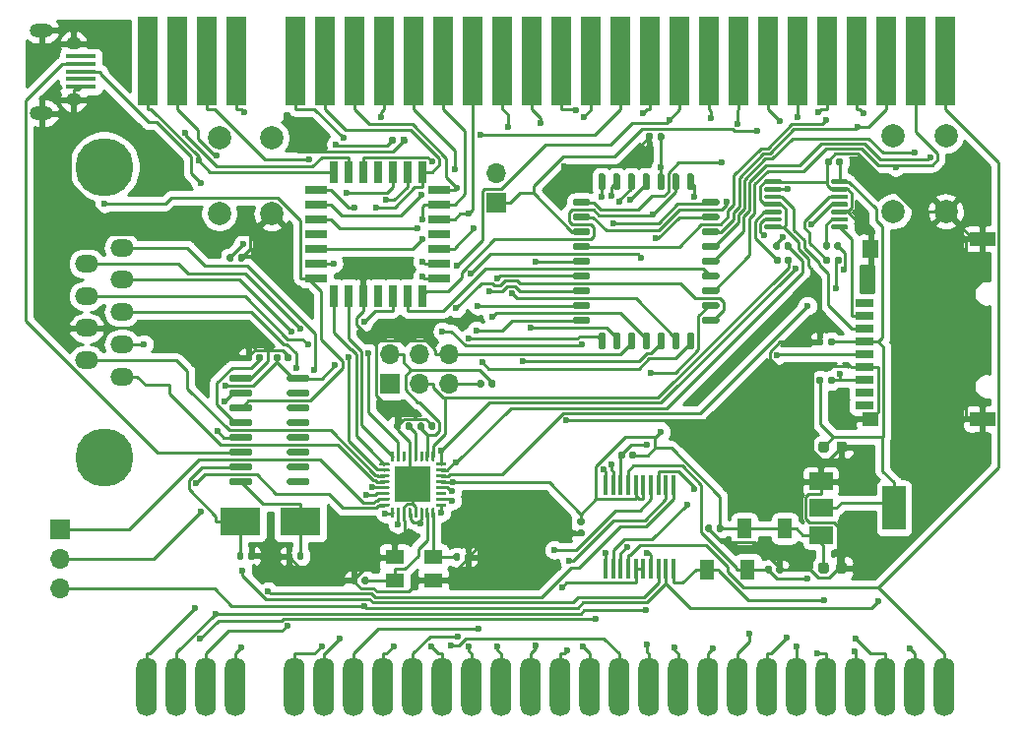
<source format=gbr>
G04 #@! TF.GenerationSoftware,KiCad,Pcbnew,(5.1.8)-1*
G04 #@! TF.CreationDate,2021-04-15T18:07:30+02:00*
G04 #@! TF.ProjectId,ZX Dandanator Mini 2.1b,5a582044-616e-4646-916e-61746f72204d,rev?*
G04 #@! TF.SameCoordinates,Original*
G04 #@! TF.FileFunction,Copper,L1,Top*
G04 #@! TF.FilePolarity,Positive*
%FSLAX46Y46*%
G04 Gerber Fmt 4.6, Leading zero omitted, Abs format (unit mm)*
G04 Created by KiCad (PCBNEW (5.1.8)-1) date 2021-04-15 18:07:30*
%MOMM*%
%LPD*%
G01*
G04 APERTURE LIST*
G04 #@! TA.AperFunction,ComponentPad*
%ADD10O,1.700000X1.700000*%
G04 #@! TD*
G04 #@! TA.AperFunction,ComponentPad*
%ADD11R,1.700000X1.700000*%
G04 #@! TD*
G04 #@! TA.AperFunction,SMDPad,CuDef*
%ADD12R,3.100000X3.100000*%
G04 #@! TD*
G04 #@! TA.AperFunction,SMDPad,CuDef*
%ADD13R,3.500000X2.400000*%
G04 #@! TD*
G04 #@! TA.AperFunction,ComponentPad*
%ADD14O,1.300000X1.100000*%
G04 #@! TD*
G04 #@! TA.AperFunction,SMDPad,CuDef*
%ADD15R,2.650000X0.400000*%
G04 #@! TD*
G04 #@! TA.AperFunction,ComponentPad*
%ADD16O,2.000000X1.200000*%
G04 #@! TD*
G04 #@! TA.AperFunction,SMDPad,CuDef*
%ADD17R,2.000000X1.500000*%
G04 #@! TD*
G04 #@! TA.AperFunction,SMDPad,CuDef*
%ADD18R,2.000000X3.800000*%
G04 #@! TD*
G04 #@! TA.AperFunction,SMDPad,CuDef*
%ADD19R,1.600000X1.300000*%
G04 #@! TD*
G04 #@! TA.AperFunction,SMDPad,CuDef*
%ADD20R,1.600000X0.700000*%
G04 #@! TD*
G04 #@! TA.AperFunction,SMDPad,CuDef*
%ADD21R,1.400000X1.200000*%
G04 #@! TD*
G04 #@! TA.AperFunction,SMDPad,CuDef*
%ADD22R,1.400000X1.600000*%
G04 #@! TD*
G04 #@! TA.AperFunction,SMDPad,CuDef*
%ADD23R,2.200000X1.200000*%
G04 #@! TD*
G04 #@! TA.AperFunction,SMDPad,CuDef*
%ADD24R,1.300000X1.700000*%
G04 #@! TD*
G04 #@! TA.AperFunction,SMDPad,CuDef*
%ADD25R,0.450000X1.750000*%
G04 #@! TD*
G04 #@! TA.AperFunction,SMDPad,CuDef*
%ADD26R,1.925000X0.700000*%
G04 #@! TD*
G04 #@! TA.AperFunction,SMDPad,CuDef*
%ADD27R,0.700000X1.925000*%
G04 #@! TD*
G04 #@! TA.AperFunction,ConnectorPad*
%ADD28R,1.778000X7.620000*%
G04 #@! TD*
G04 #@! TA.AperFunction,ComponentPad*
%ADD29C,1.998980*%
G04 #@! TD*
G04 #@! TA.AperFunction,ComponentPad*
%ADD30C,5.001260*%
G04 #@! TD*
G04 #@! TA.AperFunction,ComponentPad*
%ADD31O,1.998980X1.501140*%
G04 #@! TD*
G04 #@! TA.AperFunction,ConnectorPad*
%ADD32O,1.778000X5.080000*%
G04 #@! TD*
G04 #@! TA.AperFunction,ViaPad*
%ADD33C,0.600000*%
G04 #@! TD*
G04 #@! TA.AperFunction,Conductor*
%ADD34C,0.250000*%
G04 #@! TD*
G04 #@! TA.AperFunction,Conductor*
%ADD35C,0.254000*%
G04 #@! TD*
G04 #@! TA.AperFunction,Conductor*
%ADD36C,0.100000*%
G04 #@! TD*
G04 APERTURE END LIST*
D10*
X152458000Y-83667200D03*
D11*
X152458000Y-86207200D03*
D10*
X114894000Y-119446000D03*
X114894000Y-116906000D03*
D11*
X114894000Y-114366000D03*
D12*
X145245000Y-110474000D03*
G04 #@! TA.AperFunction,SMDPad,CuDef*
G36*
G01*
X143182500Y-112349000D02*
X142432500Y-112349000D01*
G75*
G02*
X142370000Y-112286500I0J62500D01*
G01*
X142370000Y-112161500D01*
G75*
G02*
X142432500Y-112099000I62500J0D01*
G01*
X143182500Y-112099000D01*
G75*
G02*
X143245000Y-112161500I0J-62500D01*
G01*
X143245000Y-112286500D01*
G75*
G02*
X143182500Y-112349000I-62500J0D01*
G01*
G37*
G04 #@! TD.AperFunction*
G04 #@! TA.AperFunction,SMDPad,CuDef*
G36*
G01*
X143182500Y-111849000D02*
X142432500Y-111849000D01*
G75*
G02*
X142370000Y-111786500I0J62500D01*
G01*
X142370000Y-111661500D01*
G75*
G02*
X142432500Y-111599000I62500J0D01*
G01*
X143182500Y-111599000D01*
G75*
G02*
X143245000Y-111661500I0J-62500D01*
G01*
X143245000Y-111786500D01*
G75*
G02*
X143182500Y-111849000I-62500J0D01*
G01*
G37*
G04 #@! TD.AperFunction*
G04 #@! TA.AperFunction,SMDPad,CuDef*
G36*
G01*
X143182500Y-111349000D02*
X142432500Y-111349000D01*
G75*
G02*
X142370000Y-111286500I0J62500D01*
G01*
X142370000Y-111161500D01*
G75*
G02*
X142432500Y-111099000I62500J0D01*
G01*
X143182500Y-111099000D01*
G75*
G02*
X143245000Y-111161500I0J-62500D01*
G01*
X143245000Y-111286500D01*
G75*
G02*
X143182500Y-111349000I-62500J0D01*
G01*
G37*
G04 #@! TD.AperFunction*
G04 #@! TA.AperFunction,SMDPad,CuDef*
G36*
G01*
X143182500Y-110849000D02*
X142432500Y-110849000D01*
G75*
G02*
X142370000Y-110786500I0J62500D01*
G01*
X142370000Y-110661500D01*
G75*
G02*
X142432500Y-110599000I62500J0D01*
G01*
X143182500Y-110599000D01*
G75*
G02*
X143245000Y-110661500I0J-62500D01*
G01*
X143245000Y-110786500D01*
G75*
G02*
X143182500Y-110849000I-62500J0D01*
G01*
G37*
G04 #@! TD.AperFunction*
G04 #@! TA.AperFunction,SMDPad,CuDef*
G36*
G01*
X143182500Y-110349000D02*
X142432500Y-110349000D01*
G75*
G02*
X142370000Y-110286500I0J62500D01*
G01*
X142370000Y-110161500D01*
G75*
G02*
X142432500Y-110099000I62500J0D01*
G01*
X143182500Y-110099000D01*
G75*
G02*
X143245000Y-110161500I0J-62500D01*
G01*
X143245000Y-110286500D01*
G75*
G02*
X143182500Y-110349000I-62500J0D01*
G01*
G37*
G04 #@! TD.AperFunction*
G04 #@! TA.AperFunction,SMDPad,CuDef*
G36*
G01*
X143182500Y-109849000D02*
X142432500Y-109849000D01*
G75*
G02*
X142370000Y-109786500I0J62500D01*
G01*
X142370000Y-109661500D01*
G75*
G02*
X142432500Y-109599000I62500J0D01*
G01*
X143182500Y-109599000D01*
G75*
G02*
X143245000Y-109661500I0J-62500D01*
G01*
X143245000Y-109786500D01*
G75*
G02*
X143182500Y-109849000I-62500J0D01*
G01*
G37*
G04 #@! TD.AperFunction*
G04 #@! TA.AperFunction,SMDPad,CuDef*
G36*
G01*
X143182500Y-109349000D02*
X142432500Y-109349000D01*
G75*
G02*
X142370000Y-109286500I0J62500D01*
G01*
X142370000Y-109161500D01*
G75*
G02*
X142432500Y-109099000I62500J0D01*
G01*
X143182500Y-109099000D01*
G75*
G02*
X143245000Y-109161500I0J-62500D01*
G01*
X143245000Y-109286500D01*
G75*
G02*
X143182500Y-109349000I-62500J0D01*
G01*
G37*
G04 #@! TD.AperFunction*
G04 #@! TA.AperFunction,SMDPad,CuDef*
G36*
G01*
X143182500Y-108849000D02*
X142432500Y-108849000D01*
G75*
G02*
X142370000Y-108786500I0J62500D01*
G01*
X142370000Y-108661500D01*
G75*
G02*
X142432500Y-108599000I62500J0D01*
G01*
X143182500Y-108599000D01*
G75*
G02*
X143245000Y-108661500I0J-62500D01*
G01*
X143245000Y-108786500D01*
G75*
G02*
X143182500Y-108849000I-62500J0D01*
G01*
G37*
G04 #@! TD.AperFunction*
G04 #@! TA.AperFunction,SMDPad,CuDef*
G36*
G01*
X143557500Y-108474000D02*
X143432500Y-108474000D01*
G75*
G02*
X143370000Y-108411500I0J62500D01*
G01*
X143370000Y-107661500D01*
G75*
G02*
X143432500Y-107599000I62500J0D01*
G01*
X143557500Y-107599000D01*
G75*
G02*
X143620000Y-107661500I0J-62500D01*
G01*
X143620000Y-108411500D01*
G75*
G02*
X143557500Y-108474000I-62500J0D01*
G01*
G37*
G04 #@! TD.AperFunction*
G04 #@! TA.AperFunction,SMDPad,CuDef*
G36*
G01*
X144057500Y-108474000D02*
X143932500Y-108474000D01*
G75*
G02*
X143870000Y-108411500I0J62500D01*
G01*
X143870000Y-107661500D01*
G75*
G02*
X143932500Y-107599000I62500J0D01*
G01*
X144057500Y-107599000D01*
G75*
G02*
X144120000Y-107661500I0J-62500D01*
G01*
X144120000Y-108411500D01*
G75*
G02*
X144057500Y-108474000I-62500J0D01*
G01*
G37*
G04 #@! TD.AperFunction*
G04 #@! TA.AperFunction,SMDPad,CuDef*
G36*
G01*
X144557500Y-108474000D02*
X144432500Y-108474000D01*
G75*
G02*
X144370000Y-108411500I0J62500D01*
G01*
X144370000Y-107661500D01*
G75*
G02*
X144432500Y-107599000I62500J0D01*
G01*
X144557500Y-107599000D01*
G75*
G02*
X144620000Y-107661500I0J-62500D01*
G01*
X144620000Y-108411500D01*
G75*
G02*
X144557500Y-108474000I-62500J0D01*
G01*
G37*
G04 #@! TD.AperFunction*
G04 #@! TA.AperFunction,SMDPad,CuDef*
G36*
G01*
X145057500Y-108474000D02*
X144932500Y-108474000D01*
G75*
G02*
X144870000Y-108411500I0J62500D01*
G01*
X144870000Y-107661500D01*
G75*
G02*
X144932500Y-107599000I62500J0D01*
G01*
X145057500Y-107599000D01*
G75*
G02*
X145120000Y-107661500I0J-62500D01*
G01*
X145120000Y-108411500D01*
G75*
G02*
X145057500Y-108474000I-62500J0D01*
G01*
G37*
G04 #@! TD.AperFunction*
G04 #@! TA.AperFunction,SMDPad,CuDef*
G36*
G01*
X145557500Y-108474000D02*
X145432500Y-108474000D01*
G75*
G02*
X145370000Y-108411500I0J62500D01*
G01*
X145370000Y-107661500D01*
G75*
G02*
X145432500Y-107599000I62500J0D01*
G01*
X145557500Y-107599000D01*
G75*
G02*
X145620000Y-107661500I0J-62500D01*
G01*
X145620000Y-108411500D01*
G75*
G02*
X145557500Y-108474000I-62500J0D01*
G01*
G37*
G04 #@! TD.AperFunction*
G04 #@! TA.AperFunction,SMDPad,CuDef*
G36*
G01*
X146057500Y-108474000D02*
X145932500Y-108474000D01*
G75*
G02*
X145870000Y-108411500I0J62500D01*
G01*
X145870000Y-107661500D01*
G75*
G02*
X145932500Y-107599000I62500J0D01*
G01*
X146057500Y-107599000D01*
G75*
G02*
X146120000Y-107661500I0J-62500D01*
G01*
X146120000Y-108411500D01*
G75*
G02*
X146057500Y-108474000I-62500J0D01*
G01*
G37*
G04 #@! TD.AperFunction*
G04 #@! TA.AperFunction,SMDPad,CuDef*
G36*
G01*
X146557500Y-108474000D02*
X146432500Y-108474000D01*
G75*
G02*
X146370000Y-108411500I0J62500D01*
G01*
X146370000Y-107661500D01*
G75*
G02*
X146432500Y-107599000I62500J0D01*
G01*
X146557500Y-107599000D01*
G75*
G02*
X146620000Y-107661500I0J-62500D01*
G01*
X146620000Y-108411500D01*
G75*
G02*
X146557500Y-108474000I-62500J0D01*
G01*
G37*
G04 #@! TD.AperFunction*
G04 #@! TA.AperFunction,SMDPad,CuDef*
G36*
G01*
X147057500Y-108474000D02*
X146932500Y-108474000D01*
G75*
G02*
X146870000Y-108411500I0J62500D01*
G01*
X146870000Y-107661500D01*
G75*
G02*
X146932500Y-107599000I62500J0D01*
G01*
X147057500Y-107599000D01*
G75*
G02*
X147120000Y-107661500I0J-62500D01*
G01*
X147120000Y-108411500D01*
G75*
G02*
X147057500Y-108474000I-62500J0D01*
G01*
G37*
G04 #@! TD.AperFunction*
G04 #@! TA.AperFunction,SMDPad,CuDef*
G36*
G01*
X148057500Y-108849000D02*
X147307500Y-108849000D01*
G75*
G02*
X147245000Y-108786500I0J62500D01*
G01*
X147245000Y-108661500D01*
G75*
G02*
X147307500Y-108599000I62500J0D01*
G01*
X148057500Y-108599000D01*
G75*
G02*
X148120000Y-108661500I0J-62500D01*
G01*
X148120000Y-108786500D01*
G75*
G02*
X148057500Y-108849000I-62500J0D01*
G01*
G37*
G04 #@! TD.AperFunction*
G04 #@! TA.AperFunction,SMDPad,CuDef*
G36*
G01*
X148057500Y-109349000D02*
X147307500Y-109349000D01*
G75*
G02*
X147245000Y-109286500I0J62500D01*
G01*
X147245000Y-109161500D01*
G75*
G02*
X147307500Y-109099000I62500J0D01*
G01*
X148057500Y-109099000D01*
G75*
G02*
X148120000Y-109161500I0J-62500D01*
G01*
X148120000Y-109286500D01*
G75*
G02*
X148057500Y-109349000I-62500J0D01*
G01*
G37*
G04 #@! TD.AperFunction*
G04 #@! TA.AperFunction,SMDPad,CuDef*
G36*
G01*
X148057500Y-109849000D02*
X147307500Y-109849000D01*
G75*
G02*
X147245000Y-109786500I0J62500D01*
G01*
X147245000Y-109661500D01*
G75*
G02*
X147307500Y-109599000I62500J0D01*
G01*
X148057500Y-109599000D01*
G75*
G02*
X148120000Y-109661500I0J-62500D01*
G01*
X148120000Y-109786500D01*
G75*
G02*
X148057500Y-109849000I-62500J0D01*
G01*
G37*
G04 #@! TD.AperFunction*
G04 #@! TA.AperFunction,SMDPad,CuDef*
G36*
G01*
X148057500Y-110349000D02*
X147307500Y-110349000D01*
G75*
G02*
X147245000Y-110286500I0J62500D01*
G01*
X147245000Y-110161500D01*
G75*
G02*
X147307500Y-110099000I62500J0D01*
G01*
X148057500Y-110099000D01*
G75*
G02*
X148120000Y-110161500I0J-62500D01*
G01*
X148120000Y-110286500D01*
G75*
G02*
X148057500Y-110349000I-62500J0D01*
G01*
G37*
G04 #@! TD.AperFunction*
G04 #@! TA.AperFunction,SMDPad,CuDef*
G36*
G01*
X148057500Y-110849000D02*
X147307500Y-110849000D01*
G75*
G02*
X147245000Y-110786500I0J62500D01*
G01*
X147245000Y-110661500D01*
G75*
G02*
X147307500Y-110599000I62500J0D01*
G01*
X148057500Y-110599000D01*
G75*
G02*
X148120000Y-110661500I0J-62500D01*
G01*
X148120000Y-110786500D01*
G75*
G02*
X148057500Y-110849000I-62500J0D01*
G01*
G37*
G04 #@! TD.AperFunction*
G04 #@! TA.AperFunction,SMDPad,CuDef*
G36*
G01*
X148057500Y-111349000D02*
X147307500Y-111349000D01*
G75*
G02*
X147245000Y-111286500I0J62500D01*
G01*
X147245000Y-111161500D01*
G75*
G02*
X147307500Y-111099000I62500J0D01*
G01*
X148057500Y-111099000D01*
G75*
G02*
X148120000Y-111161500I0J-62500D01*
G01*
X148120000Y-111286500D01*
G75*
G02*
X148057500Y-111349000I-62500J0D01*
G01*
G37*
G04 #@! TD.AperFunction*
G04 #@! TA.AperFunction,SMDPad,CuDef*
G36*
G01*
X148057500Y-111849000D02*
X147307500Y-111849000D01*
G75*
G02*
X147245000Y-111786500I0J62500D01*
G01*
X147245000Y-111661500D01*
G75*
G02*
X147307500Y-111599000I62500J0D01*
G01*
X148057500Y-111599000D01*
G75*
G02*
X148120000Y-111661500I0J-62500D01*
G01*
X148120000Y-111786500D01*
G75*
G02*
X148057500Y-111849000I-62500J0D01*
G01*
G37*
G04 #@! TD.AperFunction*
G04 #@! TA.AperFunction,SMDPad,CuDef*
G36*
G01*
X148057500Y-112349000D02*
X147307500Y-112349000D01*
G75*
G02*
X147245000Y-112286500I0J62500D01*
G01*
X147245000Y-112161500D01*
G75*
G02*
X147307500Y-112099000I62500J0D01*
G01*
X148057500Y-112099000D01*
G75*
G02*
X148120000Y-112161500I0J-62500D01*
G01*
X148120000Y-112286500D01*
G75*
G02*
X148057500Y-112349000I-62500J0D01*
G01*
G37*
G04 #@! TD.AperFunction*
G04 #@! TA.AperFunction,SMDPad,CuDef*
G36*
G01*
X147057500Y-113349000D02*
X146932500Y-113349000D01*
G75*
G02*
X146870000Y-113286500I0J62500D01*
G01*
X146870000Y-112536500D01*
G75*
G02*
X146932500Y-112474000I62500J0D01*
G01*
X147057500Y-112474000D01*
G75*
G02*
X147120000Y-112536500I0J-62500D01*
G01*
X147120000Y-113286500D01*
G75*
G02*
X147057500Y-113349000I-62500J0D01*
G01*
G37*
G04 #@! TD.AperFunction*
G04 #@! TA.AperFunction,SMDPad,CuDef*
G36*
G01*
X146557500Y-113349000D02*
X146432500Y-113349000D01*
G75*
G02*
X146370000Y-113286500I0J62500D01*
G01*
X146370000Y-112536500D01*
G75*
G02*
X146432500Y-112474000I62500J0D01*
G01*
X146557500Y-112474000D01*
G75*
G02*
X146620000Y-112536500I0J-62500D01*
G01*
X146620000Y-113286500D01*
G75*
G02*
X146557500Y-113349000I-62500J0D01*
G01*
G37*
G04 #@! TD.AperFunction*
G04 #@! TA.AperFunction,SMDPad,CuDef*
G36*
G01*
X146057500Y-113349000D02*
X145932500Y-113349000D01*
G75*
G02*
X145870000Y-113286500I0J62500D01*
G01*
X145870000Y-112536500D01*
G75*
G02*
X145932500Y-112474000I62500J0D01*
G01*
X146057500Y-112474000D01*
G75*
G02*
X146120000Y-112536500I0J-62500D01*
G01*
X146120000Y-113286500D01*
G75*
G02*
X146057500Y-113349000I-62500J0D01*
G01*
G37*
G04 #@! TD.AperFunction*
G04 #@! TA.AperFunction,SMDPad,CuDef*
G36*
G01*
X145557500Y-113349000D02*
X145432500Y-113349000D01*
G75*
G02*
X145370000Y-113286500I0J62500D01*
G01*
X145370000Y-112536500D01*
G75*
G02*
X145432500Y-112474000I62500J0D01*
G01*
X145557500Y-112474000D01*
G75*
G02*
X145620000Y-112536500I0J-62500D01*
G01*
X145620000Y-113286500D01*
G75*
G02*
X145557500Y-113349000I-62500J0D01*
G01*
G37*
G04 #@! TD.AperFunction*
G04 #@! TA.AperFunction,SMDPad,CuDef*
G36*
G01*
X145057500Y-113349000D02*
X144932500Y-113349000D01*
G75*
G02*
X144870000Y-113286500I0J62500D01*
G01*
X144870000Y-112536500D01*
G75*
G02*
X144932500Y-112474000I62500J0D01*
G01*
X145057500Y-112474000D01*
G75*
G02*
X145120000Y-112536500I0J-62500D01*
G01*
X145120000Y-113286500D01*
G75*
G02*
X145057500Y-113349000I-62500J0D01*
G01*
G37*
G04 #@! TD.AperFunction*
G04 #@! TA.AperFunction,SMDPad,CuDef*
G36*
G01*
X144557500Y-113349000D02*
X144432500Y-113349000D01*
G75*
G02*
X144370000Y-113286500I0J62500D01*
G01*
X144370000Y-112536500D01*
G75*
G02*
X144432500Y-112474000I62500J0D01*
G01*
X144557500Y-112474000D01*
G75*
G02*
X144620000Y-112536500I0J-62500D01*
G01*
X144620000Y-113286500D01*
G75*
G02*
X144557500Y-113349000I-62500J0D01*
G01*
G37*
G04 #@! TD.AperFunction*
G04 #@! TA.AperFunction,SMDPad,CuDef*
G36*
G01*
X144057500Y-113349000D02*
X143932500Y-113349000D01*
G75*
G02*
X143870000Y-113286500I0J62500D01*
G01*
X143870000Y-112536500D01*
G75*
G02*
X143932500Y-112474000I62500J0D01*
G01*
X144057500Y-112474000D01*
G75*
G02*
X144120000Y-112536500I0J-62500D01*
G01*
X144120000Y-113286500D01*
G75*
G02*
X144057500Y-113349000I-62500J0D01*
G01*
G37*
G04 #@! TD.AperFunction*
G04 #@! TA.AperFunction,SMDPad,CuDef*
G36*
G01*
X143557500Y-113349000D02*
X143432500Y-113349000D01*
G75*
G02*
X143370000Y-113286500I0J62500D01*
G01*
X143370000Y-112536500D01*
G75*
G02*
X143432500Y-112474000I62500J0D01*
G01*
X143557500Y-112474000D01*
G75*
G02*
X143620000Y-112536500I0J-62500D01*
G01*
X143620000Y-113286500D01*
G75*
G02*
X143557500Y-113349000I-62500J0D01*
G01*
G37*
G04 #@! TD.AperFunction*
D13*
X135571000Y-113685000D03*
X130371000Y-113685000D03*
G04 #@! TA.AperFunction,SMDPad,CuDef*
G36*
G01*
X134430000Y-101482000D02*
X134430000Y-101182000D01*
G75*
G02*
X134580000Y-101032000I150000J0D01*
G01*
X136230000Y-101032000D01*
G75*
G02*
X136380000Y-101182000I0J-150000D01*
G01*
X136380000Y-101482000D01*
G75*
G02*
X136230000Y-101632000I-150000J0D01*
G01*
X134580000Y-101632000D01*
G75*
G02*
X134430000Y-101482000I0J150000D01*
G01*
G37*
G04 #@! TD.AperFunction*
G04 #@! TA.AperFunction,SMDPad,CuDef*
G36*
G01*
X134430000Y-102752000D02*
X134430000Y-102452000D01*
G75*
G02*
X134580000Y-102302000I150000J0D01*
G01*
X136230000Y-102302000D01*
G75*
G02*
X136380000Y-102452000I0J-150000D01*
G01*
X136380000Y-102752000D01*
G75*
G02*
X136230000Y-102902000I-150000J0D01*
G01*
X134580000Y-102902000D01*
G75*
G02*
X134430000Y-102752000I0J150000D01*
G01*
G37*
G04 #@! TD.AperFunction*
G04 #@! TA.AperFunction,SMDPad,CuDef*
G36*
G01*
X134430000Y-104022000D02*
X134430000Y-103722000D01*
G75*
G02*
X134580000Y-103572000I150000J0D01*
G01*
X136230000Y-103572000D01*
G75*
G02*
X136380000Y-103722000I0J-150000D01*
G01*
X136380000Y-104022000D01*
G75*
G02*
X136230000Y-104172000I-150000J0D01*
G01*
X134580000Y-104172000D01*
G75*
G02*
X134430000Y-104022000I0J150000D01*
G01*
G37*
G04 #@! TD.AperFunction*
G04 #@! TA.AperFunction,SMDPad,CuDef*
G36*
G01*
X134430000Y-105292000D02*
X134430000Y-104992000D01*
G75*
G02*
X134580000Y-104842000I150000J0D01*
G01*
X136230000Y-104842000D01*
G75*
G02*
X136380000Y-104992000I0J-150000D01*
G01*
X136380000Y-105292000D01*
G75*
G02*
X136230000Y-105442000I-150000J0D01*
G01*
X134580000Y-105442000D01*
G75*
G02*
X134430000Y-105292000I0J150000D01*
G01*
G37*
G04 #@! TD.AperFunction*
G04 #@! TA.AperFunction,SMDPad,CuDef*
G36*
G01*
X134430000Y-106562000D02*
X134430000Y-106262000D01*
G75*
G02*
X134580000Y-106112000I150000J0D01*
G01*
X136230000Y-106112000D01*
G75*
G02*
X136380000Y-106262000I0J-150000D01*
G01*
X136380000Y-106562000D01*
G75*
G02*
X136230000Y-106712000I-150000J0D01*
G01*
X134580000Y-106712000D01*
G75*
G02*
X134430000Y-106562000I0J150000D01*
G01*
G37*
G04 #@! TD.AperFunction*
G04 #@! TA.AperFunction,SMDPad,CuDef*
G36*
G01*
X134430000Y-107832000D02*
X134430000Y-107532000D01*
G75*
G02*
X134580000Y-107382000I150000J0D01*
G01*
X136230000Y-107382000D01*
G75*
G02*
X136380000Y-107532000I0J-150000D01*
G01*
X136380000Y-107832000D01*
G75*
G02*
X136230000Y-107982000I-150000J0D01*
G01*
X134580000Y-107982000D01*
G75*
G02*
X134430000Y-107832000I0J150000D01*
G01*
G37*
G04 #@! TD.AperFunction*
G04 #@! TA.AperFunction,SMDPad,CuDef*
G36*
G01*
X134430000Y-109102000D02*
X134430000Y-108802000D01*
G75*
G02*
X134580000Y-108652000I150000J0D01*
G01*
X136230000Y-108652000D01*
G75*
G02*
X136380000Y-108802000I0J-150000D01*
G01*
X136380000Y-109102000D01*
G75*
G02*
X136230000Y-109252000I-150000J0D01*
G01*
X134580000Y-109252000D01*
G75*
G02*
X134430000Y-109102000I0J150000D01*
G01*
G37*
G04 #@! TD.AperFunction*
G04 #@! TA.AperFunction,SMDPad,CuDef*
G36*
G01*
X134430000Y-110372000D02*
X134430000Y-110072000D01*
G75*
G02*
X134580000Y-109922000I150000J0D01*
G01*
X136230000Y-109922000D01*
G75*
G02*
X136380000Y-110072000I0J-150000D01*
G01*
X136380000Y-110372000D01*
G75*
G02*
X136230000Y-110522000I-150000J0D01*
G01*
X134580000Y-110522000D01*
G75*
G02*
X134430000Y-110372000I0J150000D01*
G01*
G37*
G04 #@! TD.AperFunction*
G04 #@! TA.AperFunction,SMDPad,CuDef*
G36*
G01*
X129480000Y-110372000D02*
X129480000Y-110072000D01*
G75*
G02*
X129630000Y-109922000I150000J0D01*
G01*
X131280000Y-109922000D01*
G75*
G02*
X131430000Y-110072000I0J-150000D01*
G01*
X131430000Y-110372000D01*
G75*
G02*
X131280000Y-110522000I-150000J0D01*
G01*
X129630000Y-110522000D01*
G75*
G02*
X129480000Y-110372000I0J150000D01*
G01*
G37*
G04 #@! TD.AperFunction*
G04 #@! TA.AperFunction,SMDPad,CuDef*
G36*
G01*
X129480000Y-109102000D02*
X129480000Y-108802000D01*
G75*
G02*
X129630000Y-108652000I150000J0D01*
G01*
X131280000Y-108652000D01*
G75*
G02*
X131430000Y-108802000I0J-150000D01*
G01*
X131430000Y-109102000D01*
G75*
G02*
X131280000Y-109252000I-150000J0D01*
G01*
X129630000Y-109252000D01*
G75*
G02*
X129480000Y-109102000I0J150000D01*
G01*
G37*
G04 #@! TD.AperFunction*
G04 #@! TA.AperFunction,SMDPad,CuDef*
G36*
G01*
X129480000Y-107832000D02*
X129480000Y-107532000D01*
G75*
G02*
X129630000Y-107382000I150000J0D01*
G01*
X131280000Y-107382000D01*
G75*
G02*
X131430000Y-107532000I0J-150000D01*
G01*
X131430000Y-107832000D01*
G75*
G02*
X131280000Y-107982000I-150000J0D01*
G01*
X129630000Y-107982000D01*
G75*
G02*
X129480000Y-107832000I0J150000D01*
G01*
G37*
G04 #@! TD.AperFunction*
G04 #@! TA.AperFunction,SMDPad,CuDef*
G36*
G01*
X129480000Y-106562000D02*
X129480000Y-106262000D01*
G75*
G02*
X129630000Y-106112000I150000J0D01*
G01*
X131280000Y-106112000D01*
G75*
G02*
X131430000Y-106262000I0J-150000D01*
G01*
X131430000Y-106562000D01*
G75*
G02*
X131280000Y-106712000I-150000J0D01*
G01*
X129630000Y-106712000D01*
G75*
G02*
X129480000Y-106562000I0J150000D01*
G01*
G37*
G04 #@! TD.AperFunction*
G04 #@! TA.AperFunction,SMDPad,CuDef*
G36*
G01*
X129480000Y-105292000D02*
X129480000Y-104992000D01*
G75*
G02*
X129630000Y-104842000I150000J0D01*
G01*
X131280000Y-104842000D01*
G75*
G02*
X131430000Y-104992000I0J-150000D01*
G01*
X131430000Y-105292000D01*
G75*
G02*
X131280000Y-105442000I-150000J0D01*
G01*
X129630000Y-105442000D01*
G75*
G02*
X129480000Y-105292000I0J150000D01*
G01*
G37*
G04 #@! TD.AperFunction*
G04 #@! TA.AperFunction,SMDPad,CuDef*
G36*
G01*
X129480000Y-104022000D02*
X129480000Y-103722000D01*
G75*
G02*
X129630000Y-103572000I150000J0D01*
G01*
X131280000Y-103572000D01*
G75*
G02*
X131430000Y-103722000I0J-150000D01*
G01*
X131430000Y-104022000D01*
G75*
G02*
X131280000Y-104172000I-150000J0D01*
G01*
X129630000Y-104172000D01*
G75*
G02*
X129480000Y-104022000I0J150000D01*
G01*
G37*
G04 #@! TD.AperFunction*
G04 #@! TA.AperFunction,SMDPad,CuDef*
G36*
G01*
X129480000Y-102752000D02*
X129480000Y-102452000D01*
G75*
G02*
X129630000Y-102302000I150000J0D01*
G01*
X131280000Y-102302000D01*
G75*
G02*
X131430000Y-102452000I0J-150000D01*
G01*
X131430000Y-102752000D01*
G75*
G02*
X131280000Y-102902000I-150000J0D01*
G01*
X129630000Y-102902000D01*
G75*
G02*
X129480000Y-102752000I0J150000D01*
G01*
G37*
G04 #@! TD.AperFunction*
G04 #@! TA.AperFunction,SMDPad,CuDef*
G36*
G01*
X129480000Y-101482000D02*
X129480000Y-101182000D01*
G75*
G02*
X129630000Y-101032000I150000J0D01*
G01*
X131280000Y-101032000D01*
G75*
G02*
X131430000Y-101182000I0J-150000D01*
G01*
X131430000Y-101482000D01*
G75*
G02*
X131280000Y-101632000I-150000J0D01*
G01*
X129630000Y-101632000D01*
G75*
G02*
X129480000Y-101482000I0J150000D01*
G01*
G37*
G04 #@! TD.AperFunction*
G04 #@! TA.AperFunction,SMDPad,CuDef*
G36*
G01*
X134895000Y-116456000D02*
X134895000Y-116796000D01*
G75*
G02*
X134755000Y-116936000I-140000J0D01*
G01*
X134475000Y-116936000D01*
G75*
G02*
X134335000Y-116796000I0J140000D01*
G01*
X134335000Y-116456000D01*
G75*
G02*
X134475000Y-116316000I140000J0D01*
G01*
X134755000Y-116316000D01*
G75*
G02*
X134895000Y-116456000I0J-140000D01*
G01*
G37*
G04 #@! TD.AperFunction*
G04 #@! TA.AperFunction,SMDPad,CuDef*
G36*
G01*
X135855000Y-116456000D02*
X135855000Y-116796000D01*
G75*
G02*
X135715000Y-116936000I-140000J0D01*
G01*
X135435000Y-116936000D01*
G75*
G02*
X135295000Y-116796000I0J140000D01*
G01*
X135295000Y-116456000D01*
G75*
G02*
X135435000Y-116316000I140000J0D01*
G01*
X135715000Y-116316000D01*
G75*
G02*
X135855000Y-116456000I0J-140000D01*
G01*
G37*
G04 #@! TD.AperFunction*
G04 #@! TA.AperFunction,SMDPad,CuDef*
G36*
G01*
X131078000Y-116781000D02*
X131078000Y-116441000D01*
G75*
G02*
X131218000Y-116301000I140000J0D01*
G01*
X131498000Y-116301000D01*
G75*
G02*
X131638000Y-116441000I0J-140000D01*
G01*
X131638000Y-116781000D01*
G75*
G02*
X131498000Y-116921000I-140000J0D01*
G01*
X131218000Y-116921000D01*
G75*
G02*
X131078000Y-116781000I0J140000D01*
G01*
G37*
G04 #@! TD.AperFunction*
G04 #@! TA.AperFunction,SMDPad,CuDef*
G36*
G01*
X130118000Y-116781000D02*
X130118000Y-116441000D01*
G75*
G02*
X130258000Y-116301000I140000J0D01*
G01*
X130538000Y-116301000D01*
G75*
G02*
X130678000Y-116441000I0J-140000D01*
G01*
X130678000Y-116781000D01*
G75*
G02*
X130538000Y-116921000I-140000J0D01*
G01*
X130258000Y-116921000D01*
G75*
G02*
X130118000Y-116781000I0J140000D01*
G01*
G37*
G04 #@! TD.AperFunction*
D14*
X116067000Y-77364800D03*
X116067000Y-72514800D03*
D15*
X116720600Y-76235200D03*
X116720600Y-75589800D03*
X116720600Y-74939800D03*
X116720600Y-74289800D03*
X116720600Y-73639800D03*
D16*
X113317000Y-78514800D03*
X113317000Y-71364800D03*
G04 #@! TA.AperFunction,SMDPad,CuDef*
G36*
G01*
X181681000Y-107476000D02*
X181681000Y-106976000D01*
G75*
G02*
X181906000Y-106751000I225000J0D01*
G01*
X182356000Y-106751000D01*
G75*
G02*
X182581000Y-106976000I0J-225000D01*
G01*
X182581000Y-107476000D01*
G75*
G02*
X182356000Y-107701000I-225000J0D01*
G01*
X181906000Y-107701000D01*
G75*
G02*
X181681000Y-107476000I0J225000D01*
G01*
G37*
G04 #@! TD.AperFunction*
G04 #@! TA.AperFunction,SMDPad,CuDef*
G36*
G01*
X180131000Y-107476000D02*
X180131000Y-106976000D01*
G75*
G02*
X180356000Y-106751000I225000J0D01*
G01*
X180806000Y-106751000D01*
G75*
G02*
X181031000Y-106976000I0J-225000D01*
G01*
X181031000Y-107476000D01*
G75*
G02*
X180806000Y-107701000I-225000J0D01*
G01*
X180356000Y-107701000D01*
G75*
G02*
X180131000Y-107476000I0J225000D01*
G01*
G37*
G04 #@! TD.AperFunction*
G04 #@! TA.AperFunction,SMDPad,CuDef*
G36*
G01*
X181666000Y-117907000D02*
X181666000Y-117407000D01*
G75*
G02*
X181891000Y-117182000I225000J0D01*
G01*
X182341000Y-117182000D01*
G75*
G02*
X182566000Y-117407000I0J-225000D01*
G01*
X182566000Y-117907000D01*
G75*
G02*
X182341000Y-118132000I-225000J0D01*
G01*
X181891000Y-118132000D01*
G75*
G02*
X181666000Y-117907000I0J225000D01*
G01*
G37*
G04 #@! TD.AperFunction*
G04 #@! TA.AperFunction,SMDPad,CuDef*
G36*
G01*
X180116000Y-117907000D02*
X180116000Y-117407000D01*
G75*
G02*
X180341000Y-117182000I225000J0D01*
G01*
X180791000Y-117182000D01*
G75*
G02*
X181016000Y-117407000I0J-225000D01*
G01*
X181016000Y-117907000D01*
G75*
G02*
X180791000Y-118132000I-225000J0D01*
G01*
X180341000Y-118132000D01*
G75*
G02*
X180116000Y-117907000I0J225000D01*
G01*
G37*
G04 #@! TD.AperFunction*
D17*
X180327000Y-110204000D03*
X180327000Y-114804000D03*
X180327000Y-112504000D03*
D18*
X186627000Y-112504000D03*
D10*
X148363000Y-99256000D03*
X148363000Y-101796000D03*
X145823000Y-99256000D03*
X145823000Y-101796000D03*
X143283000Y-99256000D03*
D11*
X143283000Y-101796000D03*
G04 #@! TA.AperFunction,SMDPad,CuDef*
G36*
G01*
X176499000Y-117954500D02*
X176499000Y-117609500D01*
G75*
G02*
X176646500Y-117462000I147500J0D01*
G01*
X176941500Y-117462000D01*
G75*
G02*
X177089000Y-117609500I0J-147500D01*
G01*
X177089000Y-117954500D01*
G75*
G02*
X176941500Y-118102000I-147500J0D01*
G01*
X176646500Y-118102000D01*
G75*
G02*
X176499000Y-117954500I0J147500D01*
G01*
G37*
G04 #@! TD.AperFunction*
G04 #@! TA.AperFunction,SMDPad,CuDef*
G36*
G01*
X175529000Y-117954500D02*
X175529000Y-117609500D01*
G75*
G02*
X175676500Y-117462000I147500J0D01*
G01*
X175971500Y-117462000D01*
G75*
G02*
X176119000Y-117609500I0J-147500D01*
G01*
X176119000Y-117954500D01*
G75*
G02*
X175971500Y-118102000I-147500J0D01*
G01*
X175676500Y-118102000D01*
G75*
G02*
X175529000Y-117954500I0J147500D01*
G01*
G37*
G04 #@! TD.AperFunction*
G04 #@! TA.AperFunction,SMDPad,CuDef*
G36*
G01*
X163480000Y-107774500D02*
X163480000Y-108119500D01*
G75*
G02*
X163332500Y-108267000I-147500J0D01*
G01*
X163037500Y-108267000D01*
G75*
G02*
X162890000Y-108119500I0J147500D01*
G01*
X162890000Y-107774500D01*
G75*
G02*
X163037500Y-107627000I147500J0D01*
G01*
X163332500Y-107627000D01*
G75*
G02*
X163480000Y-107774500I0J-147500D01*
G01*
G37*
G04 #@! TD.AperFunction*
G04 #@! TA.AperFunction,SMDPad,CuDef*
G36*
G01*
X164450000Y-107774500D02*
X164450000Y-108119500D01*
G75*
G02*
X164302500Y-108267000I-147500J0D01*
G01*
X164007500Y-108267000D01*
G75*
G02*
X163860000Y-108119500I0J147500D01*
G01*
X163860000Y-107774500D01*
G75*
G02*
X164007500Y-107627000I147500J0D01*
G01*
X164302500Y-107627000D01*
G75*
G02*
X164450000Y-107774500I0J-147500D01*
G01*
G37*
G04 #@! TD.AperFunction*
G04 #@! TA.AperFunction,SMDPad,CuDef*
G36*
G01*
X131390000Y-99390100D02*
X131390000Y-99735100D01*
G75*
G02*
X131242500Y-99882600I-147500J0D01*
G01*
X130947500Y-99882600D01*
G75*
G02*
X130800000Y-99735100I0J147500D01*
G01*
X130800000Y-99390100D01*
G75*
G02*
X130947500Y-99242600I147500J0D01*
G01*
X131242500Y-99242600D01*
G75*
G02*
X131390000Y-99390100I0J-147500D01*
G01*
G37*
G04 #@! TD.AperFunction*
G04 #@! TA.AperFunction,SMDPad,CuDef*
G36*
G01*
X132360000Y-99390100D02*
X132360000Y-99735100D01*
G75*
G02*
X132212500Y-99882600I-147500J0D01*
G01*
X131917500Y-99882600D01*
G75*
G02*
X131770000Y-99735100I0J147500D01*
G01*
X131770000Y-99390100D01*
G75*
G02*
X131917500Y-99242600I147500J0D01*
G01*
X132212500Y-99242600D01*
G75*
G02*
X132360000Y-99390100I0J-147500D01*
G01*
G37*
G04 #@! TD.AperFunction*
G04 #@! TA.AperFunction,SMDPad,CuDef*
G36*
G01*
X134246000Y-99735100D02*
X134246000Y-99390100D01*
G75*
G02*
X134393500Y-99242600I147500J0D01*
G01*
X134688500Y-99242600D01*
G75*
G02*
X134836000Y-99390100I0J-147500D01*
G01*
X134836000Y-99735100D01*
G75*
G02*
X134688500Y-99882600I-147500J0D01*
G01*
X134393500Y-99882600D01*
G75*
G02*
X134246000Y-99735100I0J147500D01*
G01*
G37*
G04 #@! TD.AperFunction*
G04 #@! TA.AperFunction,SMDPad,CuDef*
G36*
G01*
X133276000Y-99735100D02*
X133276000Y-99390100D01*
G75*
G02*
X133423500Y-99242600I147500J0D01*
G01*
X133718500Y-99242600D01*
G75*
G02*
X133866000Y-99390100I0J-147500D01*
G01*
X133866000Y-99735100D01*
G75*
G02*
X133718500Y-99882600I-147500J0D01*
G01*
X133423500Y-99882600D01*
G75*
G02*
X133276000Y-99735100I0J147500D01*
G01*
G37*
G04 #@! TD.AperFunction*
G04 #@! TA.AperFunction,SMDPad,CuDef*
G36*
G01*
X144172000Y-81010100D02*
X144172000Y-80665100D01*
G75*
G02*
X144319500Y-80517600I147500J0D01*
G01*
X144614500Y-80517600D01*
G75*
G02*
X144762000Y-80665100I0J-147500D01*
G01*
X144762000Y-81010100D01*
G75*
G02*
X144614500Y-81157600I-147500J0D01*
G01*
X144319500Y-81157600D01*
G75*
G02*
X144172000Y-81010100I0J147500D01*
G01*
G37*
G04 #@! TD.AperFunction*
G04 #@! TA.AperFunction,SMDPad,CuDef*
G36*
G01*
X143202000Y-81010100D02*
X143202000Y-80665100D01*
G75*
G02*
X143349500Y-80517600I147500J0D01*
G01*
X143644500Y-80517600D01*
G75*
G02*
X143792000Y-80665100I0J-147500D01*
G01*
X143792000Y-81010100D01*
G75*
G02*
X143644500Y-81157600I-147500J0D01*
G01*
X143349500Y-81157600D01*
G75*
G02*
X143202000Y-81010100I0J147500D01*
G01*
G37*
G04 #@! TD.AperFunction*
G04 #@! TA.AperFunction,SMDPad,CuDef*
G36*
G01*
X165898000Y-80350200D02*
X165898000Y-80695200D01*
G75*
G02*
X165750500Y-80842700I-147500J0D01*
G01*
X165455500Y-80842700D01*
G75*
G02*
X165308000Y-80695200I0J147500D01*
G01*
X165308000Y-80350200D01*
G75*
G02*
X165455500Y-80202700I147500J0D01*
G01*
X165750500Y-80202700D01*
G75*
G02*
X165898000Y-80350200I0J-147500D01*
G01*
G37*
G04 #@! TD.AperFunction*
G04 #@! TA.AperFunction,SMDPad,CuDef*
G36*
G01*
X166868000Y-80350200D02*
X166868000Y-80695200D01*
G75*
G02*
X166720500Y-80842700I-147500J0D01*
G01*
X166425500Y-80842700D01*
G75*
G02*
X166278000Y-80695200I0J147500D01*
G01*
X166278000Y-80350200D01*
G75*
G02*
X166425500Y-80202700I147500J0D01*
G01*
X166720500Y-80202700D01*
G75*
G02*
X166868000Y-80350200I0J-147500D01*
G01*
G37*
G04 #@! TD.AperFunction*
G04 #@! TA.AperFunction,SMDPad,CuDef*
G36*
G01*
X130215000Y-91129500D02*
X130215000Y-90784500D01*
G75*
G02*
X130362500Y-90637000I147500J0D01*
G01*
X130657500Y-90637000D01*
G75*
G02*
X130805000Y-90784500I0J-147500D01*
G01*
X130805000Y-91129500D01*
G75*
G02*
X130657500Y-91277000I-147500J0D01*
G01*
X130362500Y-91277000D01*
G75*
G02*
X130215000Y-91129500I0J147500D01*
G01*
G37*
G04 #@! TD.AperFunction*
G04 #@! TA.AperFunction,SMDPad,CuDef*
G36*
G01*
X129245000Y-91129500D02*
X129245000Y-90784500D01*
G75*
G02*
X129392500Y-90637000I147500J0D01*
G01*
X129687500Y-90637000D01*
G75*
G02*
X129835000Y-90784500I0J-147500D01*
G01*
X129835000Y-91129500D01*
G75*
G02*
X129687500Y-91277000I-147500J0D01*
G01*
X129392500Y-91277000D01*
G75*
G02*
X129245000Y-91129500I0J147500D01*
G01*
G37*
G04 #@! TD.AperFunction*
G04 #@! TA.AperFunction,SMDPad,CuDef*
G36*
G01*
X159537500Y-114344000D02*
X159882500Y-114344000D01*
G75*
G02*
X160030000Y-114491500I0J-147500D01*
G01*
X160030000Y-114786500D01*
G75*
G02*
X159882500Y-114934000I-147500J0D01*
G01*
X159537500Y-114934000D01*
G75*
G02*
X159390000Y-114786500I0J147500D01*
G01*
X159390000Y-114491500D01*
G75*
G02*
X159537500Y-114344000I147500J0D01*
G01*
G37*
G04 #@! TD.AperFunction*
G04 #@! TA.AperFunction,SMDPad,CuDef*
G36*
G01*
X159537500Y-113374000D02*
X159882500Y-113374000D01*
G75*
G02*
X160030000Y-113521500I0J-147500D01*
G01*
X160030000Y-113816500D01*
G75*
G02*
X159882500Y-113964000I-147500J0D01*
G01*
X159537500Y-113964000D01*
G75*
G02*
X159390000Y-113816500I0J147500D01*
G01*
X159390000Y-113521500D01*
G75*
G02*
X159537500Y-113374000I147500J0D01*
G01*
G37*
G04 #@! TD.AperFunction*
D19*
X143686000Y-116716000D03*
X146986000Y-116716000D03*
X146986000Y-118716000D03*
X143686000Y-118716000D03*
G04 #@! TA.AperFunction,SMDPad,CuDef*
G36*
G01*
X181210000Y-84507100D02*
X181210000Y-84307100D01*
G75*
G02*
X181310000Y-84207100I100000J0D01*
G01*
X182585000Y-84207100D01*
G75*
G02*
X182685000Y-84307100I0J-100000D01*
G01*
X182685000Y-84507100D01*
G75*
G02*
X182585000Y-84607100I-100000J0D01*
G01*
X181310000Y-84607100D01*
G75*
G02*
X181210000Y-84507100I0J100000D01*
G01*
G37*
G04 #@! TD.AperFunction*
G04 #@! TA.AperFunction,SMDPad,CuDef*
G36*
G01*
X181210000Y-85157100D02*
X181210000Y-84957100D01*
G75*
G02*
X181310000Y-84857100I100000J0D01*
G01*
X182585000Y-84857100D01*
G75*
G02*
X182685000Y-84957100I0J-100000D01*
G01*
X182685000Y-85157100D01*
G75*
G02*
X182585000Y-85257100I-100000J0D01*
G01*
X181310000Y-85257100D01*
G75*
G02*
X181210000Y-85157100I0J100000D01*
G01*
G37*
G04 #@! TD.AperFunction*
G04 #@! TA.AperFunction,SMDPad,CuDef*
G36*
G01*
X181210000Y-85807100D02*
X181210000Y-85607100D01*
G75*
G02*
X181310000Y-85507100I100000J0D01*
G01*
X182585000Y-85507100D01*
G75*
G02*
X182685000Y-85607100I0J-100000D01*
G01*
X182685000Y-85807100D01*
G75*
G02*
X182585000Y-85907100I-100000J0D01*
G01*
X181310000Y-85907100D01*
G75*
G02*
X181210000Y-85807100I0J100000D01*
G01*
G37*
G04 #@! TD.AperFunction*
G04 #@! TA.AperFunction,SMDPad,CuDef*
G36*
G01*
X181210000Y-86457100D02*
X181210000Y-86257100D01*
G75*
G02*
X181310000Y-86157100I100000J0D01*
G01*
X182585000Y-86157100D01*
G75*
G02*
X182685000Y-86257100I0J-100000D01*
G01*
X182685000Y-86457100D01*
G75*
G02*
X182585000Y-86557100I-100000J0D01*
G01*
X181310000Y-86557100D01*
G75*
G02*
X181210000Y-86457100I0J100000D01*
G01*
G37*
G04 #@! TD.AperFunction*
G04 #@! TA.AperFunction,SMDPad,CuDef*
G36*
G01*
X181210000Y-87107100D02*
X181210000Y-86907100D01*
G75*
G02*
X181310000Y-86807100I100000J0D01*
G01*
X182585000Y-86807100D01*
G75*
G02*
X182685000Y-86907100I0J-100000D01*
G01*
X182685000Y-87107100D01*
G75*
G02*
X182585000Y-87207100I-100000J0D01*
G01*
X181310000Y-87207100D01*
G75*
G02*
X181210000Y-87107100I0J100000D01*
G01*
G37*
G04 #@! TD.AperFunction*
G04 #@! TA.AperFunction,SMDPad,CuDef*
G36*
G01*
X181210000Y-87757100D02*
X181210000Y-87557100D01*
G75*
G02*
X181310000Y-87457100I100000J0D01*
G01*
X182585000Y-87457100D01*
G75*
G02*
X182685000Y-87557100I0J-100000D01*
G01*
X182685000Y-87757100D01*
G75*
G02*
X182585000Y-87857100I-100000J0D01*
G01*
X181310000Y-87857100D01*
G75*
G02*
X181210000Y-87757100I0J100000D01*
G01*
G37*
G04 #@! TD.AperFunction*
G04 #@! TA.AperFunction,SMDPad,CuDef*
G36*
G01*
X181210000Y-88407100D02*
X181210000Y-88207100D01*
G75*
G02*
X181310000Y-88107100I100000J0D01*
G01*
X182585000Y-88107100D01*
G75*
G02*
X182685000Y-88207100I0J-100000D01*
G01*
X182685000Y-88407100D01*
G75*
G02*
X182585000Y-88507100I-100000J0D01*
G01*
X181310000Y-88507100D01*
G75*
G02*
X181210000Y-88407100I0J100000D01*
G01*
G37*
G04 #@! TD.AperFunction*
G04 #@! TA.AperFunction,SMDPad,CuDef*
G36*
G01*
X175485000Y-88407100D02*
X175485000Y-88207100D01*
G75*
G02*
X175585000Y-88107100I100000J0D01*
G01*
X176860000Y-88107100D01*
G75*
G02*
X176960000Y-88207100I0J-100000D01*
G01*
X176960000Y-88407100D01*
G75*
G02*
X176860000Y-88507100I-100000J0D01*
G01*
X175585000Y-88507100D01*
G75*
G02*
X175485000Y-88407100I0J100000D01*
G01*
G37*
G04 #@! TD.AperFunction*
G04 #@! TA.AperFunction,SMDPad,CuDef*
G36*
G01*
X175485000Y-87757100D02*
X175485000Y-87557100D01*
G75*
G02*
X175585000Y-87457100I100000J0D01*
G01*
X176860000Y-87457100D01*
G75*
G02*
X176960000Y-87557100I0J-100000D01*
G01*
X176960000Y-87757100D01*
G75*
G02*
X176860000Y-87857100I-100000J0D01*
G01*
X175585000Y-87857100D01*
G75*
G02*
X175485000Y-87757100I0J100000D01*
G01*
G37*
G04 #@! TD.AperFunction*
G04 #@! TA.AperFunction,SMDPad,CuDef*
G36*
G01*
X175485000Y-87107100D02*
X175485000Y-86907100D01*
G75*
G02*
X175585000Y-86807100I100000J0D01*
G01*
X176860000Y-86807100D01*
G75*
G02*
X176960000Y-86907100I0J-100000D01*
G01*
X176960000Y-87107100D01*
G75*
G02*
X176860000Y-87207100I-100000J0D01*
G01*
X175585000Y-87207100D01*
G75*
G02*
X175485000Y-87107100I0J100000D01*
G01*
G37*
G04 #@! TD.AperFunction*
G04 #@! TA.AperFunction,SMDPad,CuDef*
G36*
G01*
X175485000Y-86457100D02*
X175485000Y-86257100D01*
G75*
G02*
X175585000Y-86157100I100000J0D01*
G01*
X176860000Y-86157100D01*
G75*
G02*
X176960000Y-86257100I0J-100000D01*
G01*
X176960000Y-86457100D01*
G75*
G02*
X176860000Y-86557100I-100000J0D01*
G01*
X175585000Y-86557100D01*
G75*
G02*
X175485000Y-86457100I0J100000D01*
G01*
G37*
G04 #@! TD.AperFunction*
G04 #@! TA.AperFunction,SMDPad,CuDef*
G36*
G01*
X175485000Y-85807100D02*
X175485000Y-85607100D01*
G75*
G02*
X175585000Y-85507100I100000J0D01*
G01*
X176860000Y-85507100D01*
G75*
G02*
X176960000Y-85607100I0J-100000D01*
G01*
X176960000Y-85807100D01*
G75*
G02*
X176860000Y-85907100I-100000J0D01*
G01*
X175585000Y-85907100D01*
G75*
G02*
X175485000Y-85807100I0J100000D01*
G01*
G37*
G04 #@! TD.AperFunction*
G04 #@! TA.AperFunction,SMDPad,CuDef*
G36*
G01*
X175485000Y-85157100D02*
X175485000Y-84957100D01*
G75*
G02*
X175585000Y-84857100I100000J0D01*
G01*
X176860000Y-84857100D01*
G75*
G02*
X176960000Y-84957100I0J-100000D01*
G01*
X176960000Y-85157100D01*
G75*
G02*
X176860000Y-85257100I-100000J0D01*
G01*
X175585000Y-85257100D01*
G75*
G02*
X175485000Y-85157100I0J100000D01*
G01*
G37*
G04 #@! TD.AperFunction*
G04 #@! TA.AperFunction,SMDPad,CuDef*
G36*
G01*
X175485000Y-84507100D02*
X175485000Y-84307100D01*
G75*
G02*
X175585000Y-84207100I100000J0D01*
G01*
X176860000Y-84207100D01*
G75*
G02*
X176960000Y-84307100I0J-100000D01*
G01*
X176960000Y-84507100D01*
G75*
G02*
X176860000Y-84607100I-100000J0D01*
G01*
X175585000Y-84607100D01*
G75*
G02*
X175485000Y-84507100I0J100000D01*
G01*
G37*
G04 #@! TD.AperFunction*
G04 #@! TA.AperFunction,SMDPad,CuDef*
G36*
G01*
X181120000Y-89755800D02*
X181120000Y-90100800D01*
G75*
G02*
X180972500Y-90248300I-147500J0D01*
G01*
X180677500Y-90248300D01*
G75*
G02*
X180530000Y-90100800I0J147500D01*
G01*
X180530000Y-89755800D01*
G75*
G02*
X180677500Y-89608300I147500J0D01*
G01*
X180972500Y-89608300D01*
G75*
G02*
X181120000Y-89755800I0J-147500D01*
G01*
G37*
G04 #@! TD.AperFunction*
G04 #@! TA.AperFunction,SMDPad,CuDef*
G36*
G01*
X182090000Y-89755800D02*
X182090000Y-90100800D01*
G75*
G02*
X181942500Y-90248300I-147500J0D01*
G01*
X181647500Y-90248300D01*
G75*
G02*
X181500000Y-90100800I0J147500D01*
G01*
X181500000Y-89755800D01*
G75*
G02*
X181647500Y-89608300I147500J0D01*
G01*
X181942500Y-89608300D01*
G75*
G02*
X182090000Y-89755800I0J-147500D01*
G01*
G37*
G04 #@! TD.AperFunction*
G04 #@! TA.AperFunction,SMDPad,CuDef*
G36*
G01*
X176871000Y-90990200D02*
X176871000Y-91335200D01*
G75*
G02*
X176723500Y-91482700I-147500J0D01*
G01*
X176428500Y-91482700D01*
G75*
G02*
X176281000Y-91335200I0J147500D01*
G01*
X176281000Y-90990200D01*
G75*
G02*
X176428500Y-90842700I147500J0D01*
G01*
X176723500Y-90842700D01*
G75*
G02*
X176871000Y-90990200I0J-147500D01*
G01*
G37*
G04 #@! TD.AperFunction*
G04 #@! TA.AperFunction,SMDPad,CuDef*
G36*
G01*
X177841000Y-90990200D02*
X177841000Y-91335200D01*
G75*
G02*
X177693500Y-91482700I-147500J0D01*
G01*
X177398500Y-91482700D01*
G75*
G02*
X177251000Y-91335200I0J147500D01*
G01*
X177251000Y-90990200D01*
G75*
G02*
X177398500Y-90842700I147500J0D01*
G01*
X177693500Y-90842700D01*
G75*
G02*
X177841000Y-90990200I0J-147500D01*
G01*
G37*
G04 #@! TD.AperFunction*
G04 #@! TA.AperFunction,SMDPad,CuDef*
G36*
G01*
X176848000Y-89766000D02*
X176848000Y-90111000D01*
G75*
G02*
X176700500Y-90258500I-147500J0D01*
G01*
X176405500Y-90258500D01*
G75*
G02*
X176258000Y-90111000I0J147500D01*
G01*
X176258000Y-89766000D01*
G75*
G02*
X176405500Y-89618500I147500J0D01*
G01*
X176700500Y-89618500D01*
G75*
G02*
X176848000Y-89766000I0J-147500D01*
G01*
G37*
G04 #@! TD.AperFunction*
G04 #@! TA.AperFunction,SMDPad,CuDef*
G36*
G01*
X177818000Y-89766000D02*
X177818000Y-90111000D01*
G75*
G02*
X177670500Y-90258500I-147500J0D01*
G01*
X177375500Y-90258500D01*
G75*
G02*
X177228000Y-90111000I0J147500D01*
G01*
X177228000Y-89766000D01*
G75*
G02*
X177375500Y-89618500I147500J0D01*
G01*
X177670500Y-89618500D01*
G75*
G02*
X177818000Y-89766000I0J-147500D01*
G01*
G37*
G04 #@! TD.AperFunction*
G04 #@! TA.AperFunction,SMDPad,CuDef*
G36*
G01*
X181133000Y-90997900D02*
X181133000Y-91342900D01*
G75*
G02*
X180985500Y-91490400I-147500J0D01*
G01*
X180690500Y-91490400D01*
G75*
G02*
X180543000Y-91342900I0J147500D01*
G01*
X180543000Y-90997900D01*
G75*
G02*
X180690500Y-90850400I147500J0D01*
G01*
X180985500Y-90850400D01*
G75*
G02*
X181133000Y-90997900I0J-147500D01*
G01*
G37*
G04 #@! TD.AperFunction*
G04 #@! TA.AperFunction,SMDPad,CuDef*
G36*
G01*
X182103000Y-90997900D02*
X182103000Y-91342900D01*
G75*
G02*
X181955500Y-91490400I-147500J0D01*
G01*
X181660500Y-91490400D01*
G75*
G02*
X181513000Y-91342900I0J147500D01*
G01*
X181513000Y-90997900D01*
G75*
G02*
X181660500Y-90850400I147500J0D01*
G01*
X181955500Y-90850400D01*
G75*
G02*
X182103000Y-90997900I0J-147500D01*
G01*
G37*
G04 #@! TD.AperFunction*
G04 #@! TA.AperFunction,SMDPad,CuDef*
G36*
G01*
X180949000Y-101670500D02*
X180949000Y-101325500D01*
G75*
G02*
X181096500Y-101178000I147500J0D01*
G01*
X181391500Y-101178000D01*
G75*
G02*
X181539000Y-101325500I0J-147500D01*
G01*
X181539000Y-101670500D01*
G75*
G02*
X181391500Y-101818000I-147500J0D01*
G01*
X181096500Y-101818000D01*
G75*
G02*
X180949000Y-101670500I0J147500D01*
G01*
G37*
G04 #@! TD.AperFunction*
G04 #@! TA.AperFunction,SMDPad,CuDef*
G36*
G01*
X179979000Y-101670500D02*
X179979000Y-101325500D01*
G75*
G02*
X180126500Y-101178000I147500J0D01*
G01*
X180421500Y-101178000D01*
G75*
G02*
X180569000Y-101325500I0J-147500D01*
G01*
X180569000Y-101670500D01*
G75*
G02*
X180421500Y-101818000I-147500J0D01*
G01*
X180126500Y-101818000D01*
G75*
G02*
X179979000Y-101670500I0J147500D01*
G01*
G37*
G04 #@! TD.AperFunction*
G04 #@! TA.AperFunction,SMDPad,CuDef*
G36*
G01*
X151386000Y-101623500D02*
X151386000Y-101968500D01*
G75*
G02*
X151238500Y-102116000I-147500J0D01*
G01*
X150943500Y-102116000D01*
G75*
G02*
X150796000Y-101968500I0J147500D01*
G01*
X150796000Y-101623500D01*
G75*
G02*
X150943500Y-101476000I147500J0D01*
G01*
X151238500Y-101476000D01*
G75*
G02*
X151386000Y-101623500I0J-147500D01*
G01*
G37*
G04 #@! TD.AperFunction*
G04 #@! TA.AperFunction,SMDPad,CuDef*
G36*
G01*
X152356000Y-101623500D02*
X152356000Y-101968500D01*
G75*
G02*
X152208500Y-102116000I-147500J0D01*
G01*
X151913500Y-102116000D01*
G75*
G02*
X151766000Y-101968500I0J147500D01*
G01*
X151766000Y-101623500D01*
G75*
G02*
X151913500Y-101476000I147500J0D01*
G01*
X152208500Y-101476000D01*
G75*
G02*
X152356000Y-101623500I0J-147500D01*
G01*
G37*
G04 #@! TD.AperFunction*
G04 #@! TA.AperFunction,SMDPad,CuDef*
G36*
G01*
X171373000Y-114415500D02*
X171373000Y-114070500D01*
G75*
G02*
X171520500Y-113923000I147500J0D01*
G01*
X171815500Y-113923000D01*
G75*
G02*
X171963000Y-114070500I0J-147500D01*
G01*
X171963000Y-114415500D01*
G75*
G02*
X171815500Y-114563000I-147500J0D01*
G01*
X171520500Y-114563000D01*
G75*
G02*
X171373000Y-114415500I0J147500D01*
G01*
G37*
G04 #@! TD.AperFunction*
G04 #@! TA.AperFunction,SMDPad,CuDef*
G36*
G01*
X170403000Y-114415500D02*
X170403000Y-114070500D01*
G75*
G02*
X170550500Y-113923000I147500J0D01*
G01*
X170845500Y-113923000D01*
G75*
G02*
X170993000Y-114070500I0J-147500D01*
G01*
X170993000Y-114415500D01*
G75*
G02*
X170845500Y-114563000I-147500J0D01*
G01*
X170550500Y-114563000D01*
G75*
G02*
X170403000Y-114415500I0J147500D01*
G01*
G37*
G04 #@! TD.AperFunction*
D20*
X184117000Y-97086000D03*
X184117000Y-95986000D03*
X184117000Y-94886000D03*
X184117000Y-98186000D03*
X184117000Y-99286000D03*
X184117000Y-100386000D03*
X184117000Y-102586000D03*
X184117000Y-101486000D03*
X184117000Y-103686000D03*
D21*
X184617000Y-104836000D03*
D22*
X184617000Y-90236000D03*
D23*
X194217000Y-104836000D03*
X194217000Y-89336000D03*
D24*
X177246000Y-114246000D03*
X173746000Y-114246000D03*
G04 #@! TA.AperFunction,SMDPad,CuDef*
G36*
G01*
X149331000Y-116545500D02*
X149331000Y-116890500D01*
G75*
G02*
X149183500Y-117038000I-147500J0D01*
G01*
X148888500Y-117038000D01*
G75*
G02*
X148741000Y-116890500I0J147500D01*
G01*
X148741000Y-116545500D01*
G75*
G02*
X148888500Y-116398000I147500J0D01*
G01*
X149183500Y-116398000D01*
G75*
G02*
X149331000Y-116545500I0J-147500D01*
G01*
G37*
G04 #@! TD.AperFunction*
G04 #@! TA.AperFunction,SMDPad,CuDef*
G36*
G01*
X150301000Y-116545500D02*
X150301000Y-116890500D01*
G75*
G02*
X150153500Y-117038000I-147500J0D01*
G01*
X149858500Y-117038000D01*
G75*
G02*
X149711000Y-116890500I0J147500D01*
G01*
X149711000Y-116545500D01*
G75*
G02*
X149858500Y-116398000I147500J0D01*
G01*
X150153500Y-116398000D01*
G75*
G02*
X150301000Y-116545500I0J-147500D01*
G01*
G37*
G04 #@! TD.AperFunction*
G04 #@! TA.AperFunction,SMDPad,CuDef*
G36*
G01*
X140862000Y-118892500D02*
X140862000Y-118547500D01*
G75*
G02*
X141009500Y-118400000I147500J0D01*
G01*
X141304500Y-118400000D01*
G75*
G02*
X141452000Y-118547500I0J-147500D01*
G01*
X141452000Y-118892500D01*
G75*
G02*
X141304500Y-119040000I-147500J0D01*
G01*
X141009500Y-119040000D01*
G75*
G02*
X140862000Y-118892500I0J147500D01*
G01*
G37*
G04 #@! TD.AperFunction*
G04 #@! TA.AperFunction,SMDPad,CuDef*
G36*
G01*
X139892000Y-118892500D02*
X139892000Y-118547500D01*
G75*
G02*
X140039500Y-118400000I147500J0D01*
G01*
X140334500Y-118400000D01*
G75*
G02*
X140482000Y-118547500I0J-147500D01*
G01*
X140482000Y-118892500D01*
G75*
G02*
X140334500Y-119040000I-147500J0D01*
G01*
X140039500Y-119040000D01*
G75*
G02*
X139892000Y-118892500I0J147500D01*
G01*
G37*
G04 #@! TD.AperFunction*
G04 #@! TA.AperFunction,SMDPad,CuDef*
G36*
G01*
X144624000Y-105622500D02*
X144624000Y-105277500D01*
G75*
G02*
X144771500Y-105130000I147500J0D01*
G01*
X145066500Y-105130000D01*
G75*
G02*
X145214000Y-105277500I0J-147500D01*
G01*
X145214000Y-105622500D01*
G75*
G02*
X145066500Y-105770000I-147500J0D01*
G01*
X144771500Y-105770000D01*
G75*
G02*
X144624000Y-105622500I0J147500D01*
G01*
G37*
G04 #@! TD.AperFunction*
G04 #@! TA.AperFunction,SMDPad,CuDef*
G36*
G01*
X143654000Y-105622500D02*
X143654000Y-105277500D01*
G75*
G02*
X143801500Y-105130000I147500J0D01*
G01*
X144096500Y-105130000D01*
G75*
G02*
X144244000Y-105277500I0J-147500D01*
G01*
X144244000Y-105622500D01*
G75*
G02*
X144096500Y-105770000I-147500J0D01*
G01*
X143801500Y-105770000D01*
G75*
G02*
X143654000Y-105622500I0J147500D01*
G01*
G37*
G04 #@! TD.AperFunction*
G04 #@! TA.AperFunction,SMDPad,CuDef*
G36*
G01*
X181653000Y-82879600D02*
X181653000Y-82534600D01*
G75*
G02*
X181800500Y-82387100I147500J0D01*
G01*
X182095500Y-82387100D01*
G75*
G02*
X182243000Y-82534600I0J-147500D01*
G01*
X182243000Y-82879600D01*
G75*
G02*
X182095500Y-83027100I-147500J0D01*
G01*
X181800500Y-83027100D01*
G75*
G02*
X181653000Y-82879600I0J147500D01*
G01*
G37*
G04 #@! TD.AperFunction*
G04 #@! TA.AperFunction,SMDPad,CuDef*
G36*
G01*
X180683000Y-82879600D02*
X180683000Y-82534600D01*
G75*
G02*
X180830500Y-82387100I147500J0D01*
G01*
X181125500Y-82387100D01*
G75*
G02*
X181273000Y-82534600I0J-147500D01*
G01*
X181273000Y-82879600D01*
G75*
G02*
X181125500Y-83027100I-147500J0D01*
G01*
X180830500Y-83027100D01*
G75*
G02*
X180683000Y-82879600I0J147500D01*
G01*
G37*
G04 #@! TD.AperFunction*
G04 #@! TA.AperFunction,SMDPad,CuDef*
G36*
G01*
X180944000Y-98368500D02*
X180944000Y-98023500D01*
G75*
G02*
X181091500Y-97876000I147500J0D01*
G01*
X181386500Y-97876000D01*
G75*
G02*
X181534000Y-98023500I0J-147500D01*
G01*
X181534000Y-98368500D01*
G75*
G02*
X181386500Y-98516000I-147500J0D01*
G01*
X181091500Y-98516000D01*
G75*
G02*
X180944000Y-98368500I0J147500D01*
G01*
G37*
G04 #@! TD.AperFunction*
G04 #@! TA.AperFunction,SMDPad,CuDef*
G36*
G01*
X179974000Y-98368500D02*
X179974000Y-98023500D01*
G75*
G02*
X180121500Y-97876000I147500J0D01*
G01*
X180416500Y-97876000D01*
G75*
G02*
X180564000Y-98023500I0J-147500D01*
G01*
X180564000Y-98368500D01*
G75*
G02*
X180416500Y-98516000I-147500J0D01*
G01*
X180121500Y-98516000D01*
G75*
G02*
X179974000Y-98368500I0J147500D01*
G01*
G37*
G04 #@! TD.AperFunction*
G04 #@! TA.AperFunction,SMDPad,CuDef*
G36*
G01*
X146233000Y-105277500D02*
X146233000Y-105622500D01*
G75*
G02*
X146085500Y-105770000I-147500J0D01*
G01*
X145790500Y-105770000D01*
G75*
G02*
X145643000Y-105622500I0J147500D01*
G01*
X145643000Y-105277500D01*
G75*
G02*
X145790500Y-105130000I147500J0D01*
G01*
X146085500Y-105130000D01*
G75*
G02*
X146233000Y-105277500I0J-147500D01*
G01*
G37*
G04 #@! TD.AperFunction*
G04 #@! TA.AperFunction,SMDPad,CuDef*
G36*
G01*
X147203000Y-105277500D02*
X147203000Y-105622500D01*
G75*
G02*
X147055500Y-105770000I-147500J0D01*
G01*
X146760500Y-105770000D01*
G75*
G02*
X146613000Y-105622500I0J147500D01*
G01*
X146613000Y-105277500D01*
G75*
G02*
X146760500Y-105130000I147500J0D01*
G01*
X147055500Y-105130000D01*
G75*
G02*
X147203000Y-105277500I0J-147500D01*
G01*
G37*
G04 #@! TD.AperFunction*
D25*
X161824000Y-117724000D03*
X162474000Y-117724000D03*
X163124000Y-117724000D03*
X163774000Y-117724000D03*
X164424000Y-117724000D03*
X165074000Y-117724000D03*
X165724000Y-117724000D03*
X166374000Y-117724000D03*
X167024000Y-117724000D03*
X167674000Y-117724000D03*
X167674000Y-110524000D03*
X167024000Y-110524000D03*
X166374000Y-110524000D03*
X165724000Y-110524000D03*
X165074000Y-110524000D03*
X164424000Y-110524000D03*
X163774000Y-110524000D03*
X163124000Y-110524000D03*
X162474000Y-110524000D03*
X161824000Y-110524000D03*
G04 #@! TA.AperFunction,SMDPad,CuDef*
G36*
G01*
X166286000Y-85006700D02*
X166286000Y-83831700D01*
G75*
G02*
X166436000Y-83681700I150000J0D01*
G01*
X166736000Y-83681700D01*
G75*
G02*
X166886000Y-83831700I0J-150000D01*
G01*
X166886000Y-85006700D01*
G75*
G02*
X166736000Y-85156700I-150000J0D01*
G01*
X166436000Y-85156700D01*
G75*
G02*
X166286000Y-85006700I0J150000D01*
G01*
G37*
G04 #@! TD.AperFunction*
G04 #@! TA.AperFunction,SMDPad,CuDef*
G36*
G01*
X167556000Y-85006700D02*
X167556000Y-83831700D01*
G75*
G02*
X167706000Y-83681700I150000J0D01*
G01*
X168006000Y-83681700D01*
G75*
G02*
X168156000Y-83831700I0J-150000D01*
G01*
X168156000Y-85006700D01*
G75*
G02*
X168006000Y-85156700I-150000J0D01*
G01*
X167706000Y-85156700D01*
G75*
G02*
X167556000Y-85006700I0J150000D01*
G01*
G37*
G04 #@! TD.AperFunction*
G04 #@! TA.AperFunction,SMDPad,CuDef*
G36*
G01*
X168826000Y-85006700D02*
X168826000Y-83831700D01*
G75*
G02*
X168976000Y-83681700I150000J0D01*
G01*
X169276000Y-83681700D01*
G75*
G02*
X169426000Y-83831700I0J-150000D01*
G01*
X169426000Y-85006700D01*
G75*
G02*
X169276000Y-85156700I-150000J0D01*
G01*
X168976000Y-85156700D01*
G75*
G02*
X168826000Y-85006700I0J150000D01*
G01*
G37*
G04 #@! TD.AperFunction*
G04 #@! TA.AperFunction,SMDPad,CuDef*
G36*
G01*
X170141000Y-86326700D02*
X170141000Y-86026700D01*
G75*
G02*
X170291000Y-85876700I150000J0D01*
G01*
X171466000Y-85876700D01*
G75*
G02*
X171616000Y-86026700I0J-150000D01*
G01*
X171616000Y-86326700D01*
G75*
G02*
X171466000Y-86476700I-150000J0D01*
G01*
X170291000Y-86476700D01*
G75*
G02*
X170141000Y-86326700I0J150000D01*
G01*
G37*
G04 #@! TD.AperFunction*
G04 #@! TA.AperFunction,SMDPad,CuDef*
G36*
G01*
X170141000Y-87596700D02*
X170141000Y-87296700D01*
G75*
G02*
X170291000Y-87146700I150000J0D01*
G01*
X171466000Y-87146700D01*
G75*
G02*
X171616000Y-87296700I0J-150000D01*
G01*
X171616000Y-87596700D01*
G75*
G02*
X171466000Y-87746700I-150000J0D01*
G01*
X170291000Y-87746700D01*
G75*
G02*
X170141000Y-87596700I0J150000D01*
G01*
G37*
G04 #@! TD.AperFunction*
G04 #@! TA.AperFunction,SMDPad,CuDef*
G36*
G01*
X170141000Y-88866700D02*
X170141000Y-88566700D01*
G75*
G02*
X170291000Y-88416700I150000J0D01*
G01*
X171466000Y-88416700D01*
G75*
G02*
X171616000Y-88566700I0J-150000D01*
G01*
X171616000Y-88866700D01*
G75*
G02*
X171466000Y-89016700I-150000J0D01*
G01*
X170291000Y-89016700D01*
G75*
G02*
X170141000Y-88866700I0J150000D01*
G01*
G37*
G04 #@! TD.AperFunction*
G04 #@! TA.AperFunction,SMDPad,CuDef*
G36*
G01*
X170141000Y-90136700D02*
X170141000Y-89836700D01*
G75*
G02*
X170291000Y-89686700I150000J0D01*
G01*
X171466000Y-89686700D01*
G75*
G02*
X171616000Y-89836700I0J-150000D01*
G01*
X171616000Y-90136700D01*
G75*
G02*
X171466000Y-90286700I-150000J0D01*
G01*
X170291000Y-90286700D01*
G75*
G02*
X170141000Y-90136700I0J150000D01*
G01*
G37*
G04 #@! TD.AperFunction*
G04 #@! TA.AperFunction,SMDPad,CuDef*
G36*
G01*
X170141000Y-91406700D02*
X170141000Y-91106700D01*
G75*
G02*
X170291000Y-90956700I150000J0D01*
G01*
X171466000Y-90956700D01*
G75*
G02*
X171616000Y-91106700I0J-150000D01*
G01*
X171616000Y-91406700D01*
G75*
G02*
X171466000Y-91556700I-150000J0D01*
G01*
X170291000Y-91556700D01*
G75*
G02*
X170141000Y-91406700I0J150000D01*
G01*
G37*
G04 #@! TD.AperFunction*
G04 #@! TA.AperFunction,SMDPad,CuDef*
G36*
G01*
X170141000Y-92676700D02*
X170141000Y-92376700D01*
G75*
G02*
X170291000Y-92226700I150000J0D01*
G01*
X171466000Y-92226700D01*
G75*
G02*
X171616000Y-92376700I0J-150000D01*
G01*
X171616000Y-92676700D01*
G75*
G02*
X171466000Y-92826700I-150000J0D01*
G01*
X170291000Y-92826700D01*
G75*
G02*
X170141000Y-92676700I0J150000D01*
G01*
G37*
G04 #@! TD.AperFunction*
G04 #@! TA.AperFunction,SMDPad,CuDef*
G36*
G01*
X170141000Y-93946700D02*
X170141000Y-93646700D01*
G75*
G02*
X170291000Y-93496700I150000J0D01*
G01*
X171466000Y-93496700D01*
G75*
G02*
X171616000Y-93646700I0J-150000D01*
G01*
X171616000Y-93946700D01*
G75*
G02*
X171466000Y-94096700I-150000J0D01*
G01*
X170291000Y-94096700D01*
G75*
G02*
X170141000Y-93946700I0J150000D01*
G01*
G37*
G04 #@! TD.AperFunction*
G04 #@! TA.AperFunction,SMDPad,CuDef*
G36*
G01*
X170141000Y-95216700D02*
X170141000Y-94916700D01*
G75*
G02*
X170291000Y-94766700I150000J0D01*
G01*
X171466000Y-94766700D01*
G75*
G02*
X171616000Y-94916700I0J-150000D01*
G01*
X171616000Y-95216700D01*
G75*
G02*
X171466000Y-95366700I-150000J0D01*
G01*
X170291000Y-95366700D01*
G75*
G02*
X170141000Y-95216700I0J150000D01*
G01*
G37*
G04 #@! TD.AperFunction*
G04 #@! TA.AperFunction,SMDPad,CuDef*
G36*
G01*
X170141000Y-96486700D02*
X170141000Y-96186700D01*
G75*
G02*
X170291000Y-96036700I150000J0D01*
G01*
X171466000Y-96036700D01*
G75*
G02*
X171616000Y-96186700I0J-150000D01*
G01*
X171616000Y-96486700D01*
G75*
G02*
X171466000Y-96636700I-150000J0D01*
G01*
X170291000Y-96636700D01*
G75*
G02*
X170141000Y-96486700I0J150000D01*
G01*
G37*
G04 #@! TD.AperFunction*
G04 #@! TA.AperFunction,SMDPad,CuDef*
G36*
G01*
X168826000Y-98681700D02*
X168826000Y-97506700D01*
G75*
G02*
X168976000Y-97356700I150000J0D01*
G01*
X169276000Y-97356700D01*
G75*
G02*
X169426000Y-97506700I0J-150000D01*
G01*
X169426000Y-98681700D01*
G75*
G02*
X169276000Y-98831700I-150000J0D01*
G01*
X168976000Y-98831700D01*
G75*
G02*
X168826000Y-98681700I0J150000D01*
G01*
G37*
G04 #@! TD.AperFunction*
G04 #@! TA.AperFunction,SMDPad,CuDef*
G36*
G01*
X167556000Y-98681700D02*
X167556000Y-97506700D01*
G75*
G02*
X167706000Y-97356700I150000J0D01*
G01*
X168006000Y-97356700D01*
G75*
G02*
X168156000Y-97506700I0J-150000D01*
G01*
X168156000Y-98681700D01*
G75*
G02*
X168006000Y-98831700I-150000J0D01*
G01*
X167706000Y-98831700D01*
G75*
G02*
X167556000Y-98681700I0J150000D01*
G01*
G37*
G04 #@! TD.AperFunction*
G04 #@! TA.AperFunction,SMDPad,CuDef*
G36*
G01*
X166286000Y-98681700D02*
X166286000Y-97506700D01*
G75*
G02*
X166436000Y-97356700I150000J0D01*
G01*
X166736000Y-97356700D01*
G75*
G02*
X166886000Y-97506700I0J-150000D01*
G01*
X166886000Y-98681700D01*
G75*
G02*
X166736000Y-98831700I-150000J0D01*
G01*
X166436000Y-98831700D01*
G75*
G02*
X166286000Y-98681700I0J150000D01*
G01*
G37*
G04 #@! TD.AperFunction*
G04 #@! TA.AperFunction,SMDPad,CuDef*
G36*
G01*
X165016000Y-98681700D02*
X165016000Y-97506700D01*
G75*
G02*
X165166000Y-97356700I150000J0D01*
G01*
X165466000Y-97356700D01*
G75*
G02*
X165616000Y-97506700I0J-150000D01*
G01*
X165616000Y-98681700D01*
G75*
G02*
X165466000Y-98831700I-150000J0D01*
G01*
X165166000Y-98831700D01*
G75*
G02*
X165016000Y-98681700I0J150000D01*
G01*
G37*
G04 #@! TD.AperFunction*
G04 #@! TA.AperFunction,SMDPad,CuDef*
G36*
G01*
X163746000Y-98681700D02*
X163746000Y-97506700D01*
G75*
G02*
X163896000Y-97356700I150000J0D01*
G01*
X164196000Y-97356700D01*
G75*
G02*
X164346000Y-97506700I0J-150000D01*
G01*
X164346000Y-98681700D01*
G75*
G02*
X164196000Y-98831700I-150000J0D01*
G01*
X163896000Y-98831700D01*
G75*
G02*
X163746000Y-98681700I0J150000D01*
G01*
G37*
G04 #@! TD.AperFunction*
G04 #@! TA.AperFunction,SMDPad,CuDef*
G36*
G01*
X162476000Y-98681700D02*
X162476000Y-97506700D01*
G75*
G02*
X162626000Y-97356700I150000J0D01*
G01*
X162926000Y-97356700D01*
G75*
G02*
X163076000Y-97506700I0J-150000D01*
G01*
X163076000Y-98681700D01*
G75*
G02*
X162926000Y-98831700I-150000J0D01*
G01*
X162626000Y-98831700D01*
G75*
G02*
X162476000Y-98681700I0J150000D01*
G01*
G37*
G04 #@! TD.AperFunction*
G04 #@! TA.AperFunction,SMDPad,CuDef*
G36*
G01*
X161206000Y-98681700D02*
X161206000Y-97506700D01*
G75*
G02*
X161356000Y-97356700I150000J0D01*
G01*
X161656000Y-97356700D01*
G75*
G02*
X161806000Y-97506700I0J-150000D01*
G01*
X161806000Y-98681700D01*
G75*
G02*
X161656000Y-98831700I-150000J0D01*
G01*
X161356000Y-98831700D01*
G75*
G02*
X161206000Y-98681700I0J150000D01*
G01*
G37*
G04 #@! TD.AperFunction*
G04 #@! TA.AperFunction,SMDPad,CuDef*
G36*
G01*
X159016000Y-96486700D02*
X159016000Y-96186700D01*
G75*
G02*
X159166000Y-96036700I150000J0D01*
G01*
X160341000Y-96036700D01*
G75*
G02*
X160491000Y-96186700I0J-150000D01*
G01*
X160491000Y-96486700D01*
G75*
G02*
X160341000Y-96636700I-150000J0D01*
G01*
X159166000Y-96636700D01*
G75*
G02*
X159016000Y-96486700I0J150000D01*
G01*
G37*
G04 #@! TD.AperFunction*
G04 #@! TA.AperFunction,SMDPad,CuDef*
G36*
G01*
X159016000Y-95216700D02*
X159016000Y-94916700D01*
G75*
G02*
X159166000Y-94766700I150000J0D01*
G01*
X160341000Y-94766700D01*
G75*
G02*
X160491000Y-94916700I0J-150000D01*
G01*
X160491000Y-95216700D01*
G75*
G02*
X160341000Y-95366700I-150000J0D01*
G01*
X159166000Y-95366700D01*
G75*
G02*
X159016000Y-95216700I0J150000D01*
G01*
G37*
G04 #@! TD.AperFunction*
G04 #@! TA.AperFunction,SMDPad,CuDef*
G36*
G01*
X159016000Y-93946700D02*
X159016000Y-93646700D01*
G75*
G02*
X159166000Y-93496700I150000J0D01*
G01*
X160341000Y-93496700D01*
G75*
G02*
X160491000Y-93646700I0J-150000D01*
G01*
X160491000Y-93946700D01*
G75*
G02*
X160341000Y-94096700I-150000J0D01*
G01*
X159166000Y-94096700D01*
G75*
G02*
X159016000Y-93946700I0J150000D01*
G01*
G37*
G04 #@! TD.AperFunction*
G04 #@! TA.AperFunction,SMDPad,CuDef*
G36*
G01*
X159016000Y-92676700D02*
X159016000Y-92376700D01*
G75*
G02*
X159166000Y-92226700I150000J0D01*
G01*
X160341000Y-92226700D01*
G75*
G02*
X160491000Y-92376700I0J-150000D01*
G01*
X160491000Y-92676700D01*
G75*
G02*
X160341000Y-92826700I-150000J0D01*
G01*
X159166000Y-92826700D01*
G75*
G02*
X159016000Y-92676700I0J150000D01*
G01*
G37*
G04 #@! TD.AperFunction*
G04 #@! TA.AperFunction,SMDPad,CuDef*
G36*
G01*
X159016000Y-91406700D02*
X159016000Y-91106700D01*
G75*
G02*
X159166000Y-90956700I150000J0D01*
G01*
X160341000Y-90956700D01*
G75*
G02*
X160491000Y-91106700I0J-150000D01*
G01*
X160491000Y-91406700D01*
G75*
G02*
X160341000Y-91556700I-150000J0D01*
G01*
X159166000Y-91556700D01*
G75*
G02*
X159016000Y-91406700I0J150000D01*
G01*
G37*
G04 #@! TD.AperFunction*
G04 #@! TA.AperFunction,SMDPad,CuDef*
G36*
G01*
X159016000Y-90136700D02*
X159016000Y-89836700D01*
G75*
G02*
X159166000Y-89686700I150000J0D01*
G01*
X160341000Y-89686700D01*
G75*
G02*
X160491000Y-89836700I0J-150000D01*
G01*
X160491000Y-90136700D01*
G75*
G02*
X160341000Y-90286700I-150000J0D01*
G01*
X159166000Y-90286700D01*
G75*
G02*
X159016000Y-90136700I0J150000D01*
G01*
G37*
G04 #@! TD.AperFunction*
G04 #@! TA.AperFunction,SMDPad,CuDef*
G36*
G01*
X159016000Y-88866700D02*
X159016000Y-88566700D01*
G75*
G02*
X159166000Y-88416700I150000J0D01*
G01*
X160341000Y-88416700D01*
G75*
G02*
X160491000Y-88566700I0J-150000D01*
G01*
X160491000Y-88866700D01*
G75*
G02*
X160341000Y-89016700I-150000J0D01*
G01*
X159166000Y-89016700D01*
G75*
G02*
X159016000Y-88866700I0J150000D01*
G01*
G37*
G04 #@! TD.AperFunction*
G04 #@! TA.AperFunction,SMDPad,CuDef*
G36*
G01*
X159016000Y-87596700D02*
X159016000Y-87296700D01*
G75*
G02*
X159166000Y-87146700I150000J0D01*
G01*
X160341000Y-87146700D01*
G75*
G02*
X160491000Y-87296700I0J-150000D01*
G01*
X160491000Y-87596700D01*
G75*
G02*
X160341000Y-87746700I-150000J0D01*
G01*
X159166000Y-87746700D01*
G75*
G02*
X159016000Y-87596700I0J150000D01*
G01*
G37*
G04 #@! TD.AperFunction*
G04 #@! TA.AperFunction,SMDPad,CuDef*
G36*
G01*
X159016000Y-86326700D02*
X159016000Y-86026700D01*
G75*
G02*
X159166000Y-85876700I150000J0D01*
G01*
X160341000Y-85876700D01*
G75*
G02*
X160491000Y-86026700I0J-150000D01*
G01*
X160491000Y-86326700D01*
G75*
G02*
X160341000Y-86476700I-150000J0D01*
G01*
X159166000Y-86476700D01*
G75*
G02*
X159016000Y-86326700I0J150000D01*
G01*
G37*
G04 #@! TD.AperFunction*
G04 #@! TA.AperFunction,SMDPad,CuDef*
G36*
G01*
X161206000Y-85006700D02*
X161206000Y-83831700D01*
G75*
G02*
X161356000Y-83681700I150000J0D01*
G01*
X161656000Y-83681700D01*
G75*
G02*
X161806000Y-83831700I0J-150000D01*
G01*
X161806000Y-85006700D01*
G75*
G02*
X161656000Y-85156700I-150000J0D01*
G01*
X161356000Y-85156700D01*
G75*
G02*
X161206000Y-85006700I0J150000D01*
G01*
G37*
G04 #@! TD.AperFunction*
G04 #@! TA.AperFunction,SMDPad,CuDef*
G36*
G01*
X162476000Y-85006700D02*
X162476000Y-83831700D01*
G75*
G02*
X162626000Y-83681700I150000J0D01*
G01*
X162926000Y-83681700D01*
G75*
G02*
X163076000Y-83831700I0J-150000D01*
G01*
X163076000Y-85006700D01*
G75*
G02*
X162926000Y-85156700I-150000J0D01*
G01*
X162626000Y-85156700D01*
G75*
G02*
X162476000Y-85006700I0J150000D01*
G01*
G37*
G04 #@! TD.AperFunction*
G04 #@! TA.AperFunction,SMDPad,CuDef*
G36*
G01*
X163746000Y-85006700D02*
X163746000Y-83831700D01*
G75*
G02*
X163896000Y-83681700I150000J0D01*
G01*
X164196000Y-83681700D01*
G75*
G02*
X164346000Y-83831700I0J-150000D01*
G01*
X164346000Y-85006700D01*
G75*
G02*
X164196000Y-85156700I-150000J0D01*
G01*
X163896000Y-85156700D01*
G75*
G02*
X163746000Y-85006700I0J150000D01*
G01*
G37*
G04 #@! TD.AperFunction*
G04 #@! TA.AperFunction,SMDPad,CuDef*
G36*
G01*
X165016000Y-85006700D02*
X165016000Y-83831700D01*
G75*
G02*
X165166000Y-83681700I150000J0D01*
G01*
X165466000Y-83681700D01*
G75*
G02*
X165616000Y-83831700I0J-150000D01*
G01*
X165616000Y-85006700D01*
G75*
G02*
X165466000Y-85156700I-150000J0D01*
G01*
X165166000Y-85156700D01*
G75*
G02*
X165016000Y-85006700I0J150000D01*
G01*
G37*
G04 #@! TD.AperFunction*
D24*
X170548000Y-117762000D03*
X174048000Y-117762000D03*
D26*
X147549500Y-85094700D03*
X147549500Y-86364700D03*
X147549500Y-87634700D03*
X147549500Y-88904700D03*
X147549500Y-90174700D03*
X147549500Y-91444700D03*
X147549500Y-92714700D03*
D27*
X146037000Y-94227200D03*
X144767000Y-94227200D03*
X143497000Y-94227200D03*
X142227000Y-94227200D03*
X140957000Y-94227200D03*
X139687000Y-94227200D03*
X138417000Y-94227200D03*
D26*
X136904500Y-92714700D03*
X136904500Y-91444700D03*
X136904500Y-90174700D03*
X136904500Y-88904700D03*
X136904500Y-87634700D03*
X136904500Y-86364700D03*
X136904500Y-85094700D03*
D27*
X146037000Y-83582200D03*
X144767000Y-83582200D03*
X143497000Y-83582200D03*
X138417000Y-83582200D03*
X139687000Y-83582200D03*
X140957000Y-83582200D03*
X142227000Y-83582200D03*
D28*
X191056000Y-74041000D03*
X188516000Y-74041000D03*
X185976000Y-74041000D03*
X183436000Y-74041000D03*
X180896000Y-74041000D03*
X178356000Y-74041000D03*
X175816000Y-74041000D03*
X173276000Y-74041000D03*
X170736000Y-74041000D03*
X168196000Y-74041000D03*
X165656000Y-74041000D03*
X163116000Y-74041000D03*
X160576000Y-74041000D03*
X158036000Y-74041000D03*
X155496000Y-74041000D03*
X152956000Y-74041000D03*
X150416000Y-74041000D03*
X147876000Y-74041000D03*
X145336000Y-74041000D03*
X142796000Y-74041000D03*
X140256000Y-74041000D03*
X137716000Y-74041000D03*
X135176000Y-74041000D03*
X130096000Y-74041000D03*
X127556000Y-74041000D03*
X125016000Y-74041000D03*
X122476000Y-74041000D03*
D29*
X186585560Y-86959000D03*
X191086440Y-80456600D03*
X191086440Y-86959000D03*
X186585560Y-80456600D03*
D30*
X118714000Y-83128740D03*
D31*
X117195080Y-99778440D03*
X117195080Y-97007300D03*
X117195080Y-94238700D03*
X117195080Y-91467560D03*
X120232920Y-90083260D03*
X120232920Y-92851860D03*
X120232920Y-101162740D03*
X120232920Y-98394140D03*
X120232920Y-95623000D03*
D30*
X118714000Y-108117260D03*
D32*
X190932000Y-127892000D03*
X188392000Y-127892000D03*
X185852000Y-127892000D03*
X183312000Y-127892000D03*
X180772000Y-127892000D03*
X178232000Y-127892000D03*
X175692000Y-127892000D03*
X173152000Y-127892000D03*
X170612000Y-127892000D03*
X168072000Y-127892000D03*
X165532000Y-127892000D03*
X162992000Y-127892000D03*
X160452000Y-127892000D03*
X157912000Y-127892000D03*
X155372000Y-127892000D03*
X152832000Y-127892000D03*
X150292000Y-127892000D03*
X147752000Y-127892000D03*
X145212000Y-127892000D03*
X142672000Y-127892000D03*
X140132000Y-127892000D03*
X137592000Y-127892000D03*
X135052000Y-127892000D03*
X129972000Y-127892000D03*
X127432000Y-127892000D03*
X124892000Y-127892000D03*
X122352000Y-127892000D03*
D29*
X128605560Y-87126200D03*
X133106440Y-80623800D03*
X133106440Y-87126200D03*
X128605560Y-80623800D03*
D33*
X148687000Y-110250000D03*
X129142000Y-101967000D03*
X166573000Y-83179500D03*
X166584000Y-105933000D03*
X138574000Y-100193000D03*
X139586000Y-85332800D03*
X138657000Y-81195900D03*
X145870000Y-113855000D03*
X158043000Y-114639000D03*
X135093000Y-81496700D03*
X158244000Y-83080500D03*
X158085000Y-119292000D03*
X133072000Y-116626000D03*
X158460000Y-104963000D03*
X130610000Y-117865000D03*
X130669000Y-89751600D03*
X189726000Y-82296700D03*
X188392000Y-81880000D03*
X180656000Y-120429000D03*
X180772000Y-79144100D03*
X174829000Y-80071500D03*
X172221000Y-86113100D03*
X171821000Y-82744500D03*
X169444000Y-110863000D03*
X187969000Y-124545000D03*
X186768000Y-83140000D03*
X183370000Y-123762000D03*
X183513000Y-79686300D03*
X183240000Y-124840000D03*
X183996000Y-78523700D03*
X180011000Y-125027000D03*
X180128000Y-78420400D03*
X178282000Y-124398000D03*
X178333000Y-78819800D03*
X177415000Y-123630000D03*
X176827000Y-79177700D03*
X174157000Y-123318000D03*
X173171000Y-79450700D03*
X171079000Y-124559000D03*
X170889000Y-78941100D03*
X149013000Y-91673700D03*
X146042000Y-89350200D03*
X167746000Y-124448000D03*
X167287000Y-79076700D03*
X158711000Y-117011000D03*
X155784000Y-91256700D03*
X152540000Y-92707300D03*
X151808000Y-93821500D03*
X150839000Y-95066700D03*
X126977000Y-123739000D03*
X161002000Y-122023000D03*
X161506000Y-85675800D03*
X125650000Y-80185800D03*
X165415000Y-124251000D03*
X164894000Y-90934700D03*
X150246000Y-92276500D03*
X145645000Y-88391800D03*
X165020000Y-78529300D03*
X146021000Y-85513400D03*
X148569000Y-124304000D03*
X151073000Y-80365900D03*
X159856000Y-124431000D03*
X159939000Y-78813700D03*
X159821000Y-98413600D03*
X147780000Y-97298100D03*
X140241000Y-86668600D03*
X158556000Y-124765000D03*
X159279000Y-78237400D03*
X157418000Y-116091000D03*
X156230000Y-79368100D03*
X155826000Y-124315000D03*
X152540000Y-124396000D03*
X153404000Y-79685600D03*
X150066000Y-87137000D03*
X150054000Y-124377000D03*
X154734000Y-99872500D03*
X146814000Y-124405000D03*
X152125000Y-96010700D03*
X146054000Y-87657800D03*
X149095000Y-123524000D03*
X153796000Y-94001800D03*
X150478000Y-88433400D03*
X148854000Y-83299000D03*
X146085000Y-91304700D03*
X142552000Y-78823200D03*
X143610000Y-124390000D03*
X151222000Y-99963000D03*
X155361000Y-96968700D03*
X149074000Y-84908500D03*
X150874000Y-122863000D03*
X142055000Y-86618100D03*
X150018000Y-97877000D03*
X138957000Y-123734000D03*
X142910000Y-85992700D03*
X139283000Y-80667000D03*
X150726000Y-97224200D03*
X137424000Y-124367000D03*
X130534000Y-124465000D03*
X132810000Y-119646000D03*
X130724000Y-78429800D03*
X146084000Y-92586500D03*
X148988000Y-95311600D03*
X136357000Y-82464500D03*
X134436000Y-122648000D03*
X128255000Y-121577000D03*
X128349000Y-82191700D03*
X165295000Y-121307000D03*
X166133000Y-89306600D03*
X126550000Y-121074000D03*
X126820000Y-82614900D03*
X165683000Y-100860000D03*
X165409000Y-107027000D03*
X163043000Y-86148100D03*
X161824000Y-116327000D03*
X169438000Y-85713400D03*
X168821000Y-112175000D03*
X163958000Y-85974100D03*
X163650000Y-115872000D03*
X162510000Y-87956200D03*
X162357000Y-108720000D03*
X162362000Y-85664200D03*
X161643000Y-109143000D03*
X179183000Y-118529000D03*
X165847000Y-87226800D03*
X165409000Y-116336000D03*
X127012000Y-84504200D03*
X128443000Y-105876000D03*
X176570000Y-99373600D03*
X175436000Y-89027000D03*
X181945000Y-100930000D03*
X181608000Y-93587800D03*
X177464000Y-85057100D03*
X177047000Y-89161600D03*
X148961000Y-108592000D03*
X182335000Y-91935000D03*
X179179000Y-95091100D03*
X141089000Y-120940000D03*
X141219000Y-111373000D03*
X185261000Y-120491000D03*
X126635000Y-110367000D03*
X122125600Y-98376340D03*
X118724200Y-86285300D03*
X141043000Y-96483900D03*
X139741000Y-99485300D03*
X138433000Y-91444700D03*
X141442000Y-99153400D03*
X147657000Y-107571000D03*
X179560000Y-88115400D03*
X178156000Y-91885300D03*
X136230000Y-98401100D03*
X148625000Y-111051000D03*
X135584000Y-97086700D03*
X148637000Y-111851000D03*
X147714000Y-112859000D03*
X136795000Y-100621000D03*
X134776000Y-97332700D03*
X143965000Y-113873000D03*
X142868000Y-112947000D03*
X135229000Y-100474000D03*
X129024000Y-103322000D03*
X127036000Y-112845000D03*
X141775000Y-110720000D03*
X146892000Y-82664100D03*
D34*
X146495000Y-108036000D02*
X146495000Y-108036500D01*
X146495000Y-108036000D02*
X146495000Y-106181000D01*
X145995000Y-112912000D02*
X145995000Y-112911500D01*
X145745000Y-113711000D02*
X145995000Y-113461000D01*
X145995000Y-113461000D02*
X145995000Y-112912000D01*
X144995000Y-112912000D02*
X144995000Y-112911500D01*
X144995000Y-112912000D02*
X145044000Y-112961000D01*
X145044000Y-112961000D02*
X145044000Y-113478000D01*
X145044000Y-113478000D02*
X145278000Y-113711000D01*
X145278000Y-113711000D02*
X145745000Y-113711000D01*
X164424000Y-111487000D02*
X164424000Y-110524000D01*
X160989000Y-111724000D02*
X164424000Y-111724000D01*
X164424000Y-111724000D02*
X164424000Y-111487000D01*
X160989000Y-111724000D02*
X159696000Y-113018000D01*
X166078000Y-106364000D02*
X163526000Y-106364000D01*
X163526000Y-106364000D02*
X160989000Y-108900000D01*
X160989000Y-108900000D02*
X160989000Y-111724000D01*
X145745000Y-113711000D02*
X145870000Y-113835000D01*
X145870000Y-113835000D02*
X145870000Y-113855000D01*
X147682500Y-110224000D02*
X148661000Y-110224000D01*
X148661000Y-110224000D02*
X148687000Y-110250000D01*
X147682000Y-110224000D02*
X147682500Y-110224000D01*
X173746000Y-114246000D02*
X177246000Y-114246000D01*
X177246000Y-114246000D02*
X178221000Y-114246000D01*
X178221000Y-114246000D02*
X178779000Y-114804000D01*
X178779000Y-114804000D02*
X179664000Y-114804000D01*
X145938000Y-105450000D02*
X145938000Y-105624000D01*
X145938000Y-105624000D02*
X146495000Y-106181000D01*
X143283000Y-99256000D02*
X144458000Y-99256000D01*
X144458000Y-99256000D02*
X144458000Y-99967400D01*
X144458000Y-99967400D02*
X145094000Y-100603000D01*
X145094000Y-100603000D02*
X150944000Y-100603000D01*
X150944000Y-100603000D02*
X152061000Y-101720000D01*
X152061000Y-101720000D02*
X152061000Y-101796000D01*
X180327000Y-114804000D02*
X179664000Y-114804000D01*
X179664000Y-114804000D02*
X180566000Y-115706000D01*
X180566000Y-115706000D02*
X180566000Y-117657000D01*
X145094000Y-100603000D02*
X144614000Y-101084000D01*
X144614000Y-101084000D02*
X144614000Y-102301000D01*
X144614000Y-102301000D02*
X145686000Y-103374000D01*
X145686000Y-103374000D02*
X145835000Y-103374000D01*
X145835000Y-103374000D02*
X147554000Y-105093000D01*
X147554000Y-105093000D02*
X147554000Y-105824000D01*
X147554000Y-105824000D02*
X147197000Y-106181000D01*
X147197000Y-106181000D02*
X146495000Y-106181000D01*
X173746000Y-114246000D02*
X172771000Y-114246000D01*
X172771000Y-114246000D02*
X172768000Y-114243000D01*
X172768000Y-114243000D02*
X171668000Y-114243000D01*
X166573000Y-80522700D02*
X166573000Y-83179500D01*
X166573000Y-83179500D02*
X166573000Y-84406200D01*
X166573000Y-84406200D02*
X166586000Y-84419200D01*
X139586000Y-85332800D02*
X143034000Y-85332800D01*
X143034000Y-85332800D02*
X143497000Y-84870000D01*
X143497000Y-84870000D02*
X143497000Y-83582200D01*
X138657000Y-81195900D02*
X138794000Y-81332500D01*
X138794000Y-81332500D02*
X143002000Y-81332500D01*
X143002000Y-81332500D02*
X143497000Y-80837600D01*
X159710000Y-113669000D02*
X159710000Y-113032000D01*
X159710000Y-113032000D02*
X159696000Y-113018000D01*
X129142000Y-101967000D02*
X131532000Y-101967000D01*
X131532000Y-101967000D02*
X133571000Y-99927600D01*
X133571000Y-99562600D02*
X133571000Y-99927600D01*
X133571000Y-99927600D02*
X134975000Y-101332000D01*
X134975000Y-101332000D02*
X135405000Y-101332000D01*
X135405000Y-101332000D02*
X137434000Y-101332000D01*
X137434000Y-101332000D02*
X138574000Y-100193000D01*
X159696000Y-113018000D02*
X156982000Y-110304000D01*
X156982000Y-110304000D02*
X148753000Y-110304000D01*
X148753000Y-110304000D02*
X148700000Y-110250000D01*
X148700000Y-110250000D02*
X148687000Y-110250000D01*
X166584000Y-105933000D02*
X166153000Y-106364000D01*
X166153000Y-106364000D02*
X166078000Y-106364000D01*
X166078000Y-106364000D02*
X166078000Y-107305000D01*
X166078000Y-107305000D02*
X165436000Y-107947000D01*
X165436000Y-107947000D02*
X164155000Y-107947000D01*
X165074000Y-110524000D02*
X165074000Y-111724000D01*
X165074000Y-111724000D02*
X164661000Y-111724000D01*
X164661000Y-111724000D02*
X164424000Y-111487000D01*
X171668000Y-114243000D02*
X171668000Y-111501000D01*
X171668000Y-111501000D02*
X167472000Y-107305000D01*
X167472000Y-107305000D02*
X166078000Y-107305000D01*
X181772000Y-117657000D02*
X182116000Y-117657000D01*
X176794000Y-117782000D02*
X179423000Y-117782000D01*
X179423000Y-117782000D02*
X180151000Y-118510000D01*
X180151000Y-118510000D02*
X181005000Y-118510000D01*
X181005000Y-118510000D02*
X181772000Y-117743000D01*
X181772000Y-117743000D02*
X181772000Y-117657000D01*
X140187000Y-118635000D02*
X136530000Y-118635000D01*
X136530000Y-118635000D02*
X134615000Y-116721000D01*
X134615000Y-116721000D02*
X134615000Y-116626000D01*
X140187000Y-118720000D02*
X140187000Y-118635000D01*
X180842000Y-84407100D02*
X180842000Y-84653600D01*
X180842000Y-84653600D02*
X181245000Y-85057100D01*
X181245000Y-85057100D02*
X181947500Y-85057100D01*
X176222500Y-88307100D02*
X177121000Y-88307100D01*
X176222000Y-88307100D02*
X176222500Y-88307100D01*
X176222500Y-86357100D02*
X175525000Y-86357100D01*
X175525000Y-86357100D02*
X175129000Y-85961300D01*
X175129000Y-85961300D02*
X175129000Y-84784300D01*
X175129000Y-84784300D02*
X175506000Y-84407100D01*
X175506000Y-84407100D02*
X176222500Y-84407100D01*
X177121000Y-88307100D02*
X177286000Y-88142700D01*
X177286000Y-88142700D02*
X177286000Y-86724900D01*
X177286000Y-86724900D02*
X176918000Y-86357100D01*
X176918000Y-86357100D02*
X176222500Y-86357100D01*
X145245000Y-112148000D02*
X144767000Y-112148000D01*
X144767000Y-112148000D02*
X144495000Y-112420000D01*
X144495000Y-112420000D02*
X144495000Y-112911500D01*
X180842000Y-84407100D02*
X176222500Y-84407100D01*
X145495000Y-112911500D02*
X145495000Y-112912000D01*
X145245000Y-112148000D02*
X145495000Y-112398000D01*
X145495000Y-112398000D02*
X145495000Y-112911500D01*
X144995000Y-108036500D02*
X144995000Y-110224000D01*
X144995000Y-110224000D02*
X145245000Y-110474000D01*
X145245000Y-112148000D02*
X145245000Y-110474000D01*
X116067000Y-77364800D02*
X116067000Y-76489500D01*
X116067000Y-76489500D02*
X116466000Y-76489500D01*
X116466000Y-76489500D02*
X116721000Y-76235200D01*
X113317000Y-78514800D02*
X115792000Y-78514800D01*
X116067000Y-77364800D02*
X116067000Y-78240100D01*
X116067000Y-78240100D02*
X115792000Y-78514800D01*
X146986000Y-118716000D02*
X148111000Y-118716000D01*
X148111000Y-118716000D02*
X150006000Y-116821000D01*
X150006000Y-116821000D02*
X150006000Y-116718000D01*
X146986000Y-118716000D02*
X145861000Y-118716000D01*
X145861000Y-118716000D02*
X144875000Y-119702000D01*
X144875000Y-119702000D02*
X142162000Y-119702000D01*
X142162000Y-119702000D02*
X141865000Y-119406000D01*
X141865000Y-119406000D02*
X140786000Y-119406000D01*
X140786000Y-119406000D02*
X140187000Y-118807000D01*
X140187000Y-118807000D02*
X140187000Y-118720000D01*
X148363000Y-99256000D02*
X149538000Y-99256000D01*
X149538000Y-99256000D02*
X149562000Y-99232000D01*
X149562000Y-99232000D02*
X163103000Y-99232000D01*
X163103000Y-99232000D02*
X164046000Y-98289300D01*
X164046000Y-98289300D02*
X164046000Y-98094200D01*
X135093000Y-81496700D02*
X135420000Y-81823100D01*
X135420000Y-81823100D02*
X143561000Y-81823100D01*
X143561000Y-81823100D02*
X144467000Y-80917200D01*
X144467000Y-80917200D02*
X144467000Y-80837600D01*
X130455000Y-101332000D02*
X131287000Y-101332000D01*
X131287000Y-101332000D02*
X132746000Y-99873600D01*
X132746000Y-99873600D02*
X132746000Y-98916700D01*
X132746000Y-98916700D02*
X134024000Y-98916700D01*
X134024000Y-98916700D02*
X134541000Y-99434100D01*
X134541000Y-99434100D02*
X134541000Y-99562600D01*
X194217000Y-89336000D02*
X193404000Y-89336000D01*
X132746000Y-98916700D02*
X131640000Y-98916700D01*
X131640000Y-98916700D02*
X131095000Y-99461400D01*
X131095000Y-99461400D02*
X131095000Y-99562600D01*
X165603000Y-80522700D02*
X163045000Y-83080500D01*
X163045000Y-83080500D02*
X158244000Y-83080500D01*
X150006000Y-116718000D02*
X152085000Y-114639000D01*
X152085000Y-114639000D02*
X158043000Y-114639000D01*
X158043000Y-114639000D02*
X159710000Y-114639000D01*
X180978000Y-82707100D02*
X180978000Y-82638900D01*
X180978000Y-82638900D02*
X181591000Y-82025700D01*
X181591000Y-82025700D02*
X183526000Y-82025700D01*
X183526000Y-82025700D02*
X188459000Y-86959000D01*
X188459000Y-86959000D02*
X191086000Y-86959000D01*
X191086000Y-86959000D02*
X191086000Y-87018100D01*
X191086000Y-87018100D02*
X193404000Y-89336000D01*
X143686000Y-116716000D02*
X143686000Y-115741000D01*
X143686000Y-115741000D02*
X144590000Y-114837000D01*
X144590000Y-114837000D02*
X144590000Y-113614000D01*
X144590000Y-113614000D02*
X144495000Y-113519000D01*
X144495000Y-113519000D02*
X144495000Y-112911500D01*
X130510000Y-90957000D02*
X131295000Y-90172400D01*
X131295000Y-90172400D02*
X131295000Y-88941400D01*
X131295000Y-88941400D02*
X131293000Y-88939700D01*
X133106000Y-87126200D02*
X131293000Y-88939700D01*
X164424000Y-117724000D02*
X164424000Y-118924000D01*
X164424000Y-118924000D02*
X158453000Y-118924000D01*
X158453000Y-118924000D02*
X158085000Y-119292000D01*
X140957000Y-94227200D02*
X140957000Y-95515000D01*
X140957000Y-95515000D02*
X140374000Y-96097800D01*
X140374000Y-96097800D02*
X140374000Y-96739400D01*
X140374000Y-96739400D02*
X141716000Y-98080700D01*
X141716000Y-98080700D02*
X142108000Y-98080700D01*
X148363000Y-99256000D02*
X147188000Y-99256000D01*
X147188000Y-99256000D02*
X147188000Y-98888600D01*
X147188000Y-98888600D02*
X146380000Y-98080700D01*
X146380000Y-98080700D02*
X142108000Y-98080700D01*
X144995000Y-108036500D02*
X144995000Y-106782000D01*
X144995000Y-106782000D02*
X143949000Y-105736000D01*
X143949000Y-105736000D02*
X143949000Y-105450000D01*
X142108000Y-98080700D02*
X142108000Y-102791000D01*
X142108000Y-102791000D02*
X144322000Y-105005000D01*
X143949000Y-105450000D02*
X143949000Y-105378000D01*
X143949000Y-105378000D02*
X144322000Y-105005000D01*
X144322000Y-105005000D02*
X144525000Y-104802000D01*
X144525000Y-104802000D02*
X146352000Y-104802000D01*
X146352000Y-104802000D02*
X146908000Y-105358000D01*
X146908000Y-105358000D02*
X146908000Y-105450000D01*
X184617000Y-90236000D02*
X184617000Y-88986800D01*
X184617000Y-88986800D02*
X182637000Y-87007100D01*
X181947500Y-85057100D02*
X182659000Y-85057100D01*
X182659000Y-85057100D02*
X183021000Y-85419700D01*
X183021000Y-85419700D02*
X183021000Y-86623200D01*
X183021000Y-86623200D02*
X182637000Y-87007100D01*
X182637000Y-87007100D02*
X181948000Y-87007100D01*
X184117000Y-100386000D02*
X185242000Y-100386000D01*
X185242000Y-100386000D02*
X185242000Y-104211000D01*
X185242000Y-104211000D02*
X184617000Y-104836000D01*
X180842000Y-84407100D02*
X180842000Y-82843500D01*
X180842000Y-82843500D02*
X180978000Y-82707100D01*
X134615000Y-116626000D02*
X133072000Y-116626000D01*
X133072000Y-116626000D02*
X131373000Y-116626000D01*
X131373000Y-116626000D02*
X131358000Y-116611000D01*
X140187000Y-118635000D02*
X142106000Y-116716000D01*
X142106000Y-116716000D02*
X143686000Y-116716000D01*
X194217000Y-104836000D02*
X192792000Y-104836000D01*
X192792000Y-104836000D02*
X192792000Y-89336000D01*
X192792000Y-89336000D02*
X193404000Y-89336000D01*
X180327000Y-110204000D02*
X180327000Y-109030000D01*
X180327000Y-109030000D02*
X180717000Y-108640000D01*
X180327000Y-110204000D02*
X180327000Y-111279000D01*
X180327000Y-111279000D02*
X179252000Y-111279000D01*
X179252000Y-111279000D02*
X179002000Y-111529000D01*
X179002000Y-111529000D02*
X179002000Y-113404000D01*
X179002000Y-113404000D02*
X179326000Y-113729000D01*
X179326000Y-113729000D02*
X181462000Y-113729000D01*
X181462000Y-113729000D02*
X181772000Y-114038000D01*
X181772000Y-114038000D02*
X181772000Y-117657000D01*
X165074000Y-117724000D02*
X164424000Y-117724000D01*
X170698000Y-114243000D02*
X170698000Y-114317000D01*
X170698000Y-114317000D02*
X171803000Y-115421000D01*
X171803000Y-115421000D02*
X174573000Y-115421000D01*
X174573000Y-115421000D02*
X176794000Y-117642000D01*
X176794000Y-117642000D02*
X176794000Y-117782000D01*
X177121000Y-88307100D02*
X178425000Y-89610400D01*
X178425000Y-89610400D02*
X178425000Y-90217000D01*
X178425000Y-90217000D02*
X179232000Y-91024000D01*
X179232000Y-91024000D02*
X179232000Y-91660800D01*
X179232000Y-91660800D02*
X180269000Y-92698100D01*
X180269000Y-92698100D02*
X180269000Y-98196000D01*
X184117000Y-100386000D02*
X182992000Y-100386000D01*
X182992000Y-100386000D02*
X182844000Y-100239000D01*
X182844000Y-100239000D02*
X179605000Y-100239000D01*
X180717000Y-108640000D02*
X182131000Y-107226000D01*
X179605000Y-100239000D02*
X179605000Y-107528000D01*
X179605000Y-107528000D02*
X180717000Y-108640000D01*
X158460000Y-104963000D02*
X170618000Y-104963000D01*
X170618000Y-104963000D02*
X175942000Y-99639500D01*
X180269000Y-98196000D02*
X176827000Y-98196000D01*
X176827000Y-98196000D02*
X175942000Y-99081000D01*
X175942000Y-99081000D02*
X175942000Y-99639500D01*
X175942000Y-99639500D02*
X176541000Y-100239000D01*
X176541000Y-100239000D02*
X179605000Y-100239000D01*
X120227000Y-88939700D02*
X117953000Y-88939700D01*
X120227000Y-88939700D02*
X115792000Y-84504900D01*
X115792000Y-84504900D02*
X115792000Y-78514800D01*
X131293000Y-88939700D02*
X120227000Y-88939700D01*
X117444000Y-97007300D02*
X122011320Y-97007300D01*
X166374000Y-117724000D02*
X166374000Y-118924000D01*
X166374000Y-118924000D02*
X165129000Y-120169000D01*
X165129000Y-120169000D02*
X159495000Y-120169000D01*
X159495000Y-120169000D02*
X159044000Y-120619000D01*
X159044000Y-120619000D02*
X141805000Y-120619000D01*
X141805000Y-120619000D02*
X141492000Y-120306000D01*
X141492000Y-120306000D02*
X132586000Y-120306000D01*
X132586000Y-120306000D02*
X130610000Y-118331000D01*
X130610000Y-118331000D02*
X130610000Y-117865000D01*
X130669000Y-89751600D02*
X129540000Y-90880900D01*
X129540000Y-90880900D02*
X129540000Y-90957000D01*
X170878500Y-91256700D02*
X170878000Y-91256700D01*
X189726000Y-82296700D02*
X189517000Y-82505300D01*
X189517000Y-82505300D02*
X185467000Y-82505300D01*
X185467000Y-82505300D02*
X184086000Y-81125000D01*
X184086000Y-81125000D02*
X180396000Y-81125000D01*
X180396000Y-81125000D02*
X178520000Y-83000100D01*
X178520000Y-83000100D02*
X175639000Y-83000100D01*
X175639000Y-83000100D02*
X174198000Y-84441700D01*
X174198000Y-84441700D02*
X174198000Y-86932000D01*
X174198000Y-86932000D02*
X173710000Y-87420100D01*
X173710000Y-87420100D02*
X173710000Y-88634600D01*
X173710000Y-88634600D02*
X171088000Y-91256700D01*
X171088000Y-91256700D02*
X170878500Y-91256700D01*
X170878500Y-89986700D02*
X170878000Y-89986700D01*
X188392000Y-81880000D02*
X185665000Y-81880000D01*
X185665000Y-81880000D02*
X184460000Y-80674700D01*
X184460000Y-80674700D02*
X177901000Y-80674700D01*
X177901000Y-80674700D02*
X176128000Y-82447000D01*
X176128000Y-82447000D02*
X175556000Y-82447000D01*
X175556000Y-82447000D02*
X173747000Y-84255100D01*
X173747000Y-84255100D02*
X173747000Y-86745400D01*
X173747000Y-86745400D02*
X173259000Y-87233500D01*
X173259000Y-87233500D02*
X173259000Y-87870400D01*
X173259000Y-87870400D02*
X171143000Y-89986700D01*
X171143000Y-89986700D02*
X170878500Y-89986700D01*
X167674000Y-117724000D02*
X167674000Y-118924000D01*
X167674000Y-118924000D02*
X168410000Y-118924000D01*
X168410000Y-118924000D02*
X169573000Y-117762000D01*
X169573000Y-117762000D02*
X170548000Y-117762000D01*
X170548000Y-117762000D02*
X171523000Y-117762000D01*
X171523000Y-117762000D02*
X171523000Y-117858000D01*
X171523000Y-117858000D02*
X174094000Y-120429000D01*
X174094000Y-120429000D02*
X180656000Y-120429000D01*
X159754000Y-89986700D02*
X159753500Y-89986700D01*
X180772000Y-79144100D02*
X180459000Y-79457300D01*
X180459000Y-79457300D02*
X177844000Y-79457300D01*
X177844000Y-79457300D02*
X175755000Y-81546400D01*
X175755000Y-81546400D02*
X175182000Y-81546400D01*
X175182000Y-81546400D02*
X172847000Y-83881900D01*
X172847000Y-83881900D02*
X172847000Y-86372200D01*
X172847000Y-86372200D02*
X172359000Y-86860300D01*
X172359000Y-86860300D02*
X172359000Y-87437900D01*
X172359000Y-87437900D02*
X171706000Y-88090800D01*
X171706000Y-88090800D02*
X170040000Y-88090800D01*
X170040000Y-88090800D02*
X168144000Y-89986700D01*
X168144000Y-89986700D02*
X159754000Y-89986700D01*
X159753500Y-88716700D02*
X158965000Y-88716700D01*
X158965000Y-88716700D02*
X155625000Y-85376800D01*
X159754000Y-88716700D02*
X159753500Y-88716700D01*
X152458000Y-86207200D02*
X153633000Y-86207200D01*
X153633000Y-86207200D02*
X154464000Y-85376800D01*
X154464000Y-85376800D02*
X155625000Y-85376800D01*
X155625000Y-85376800D02*
X155625000Y-84791700D01*
X155625000Y-84791700D02*
X158176000Y-82240700D01*
X158176000Y-82240700D02*
X162614000Y-82240700D01*
X162614000Y-82240700D02*
X164982000Y-79872600D01*
X164982000Y-79872600D02*
X172709000Y-79872600D01*
X172709000Y-79872600D02*
X172912000Y-80076000D01*
X172912000Y-80076000D02*
X174824000Y-80076000D01*
X174824000Y-80076000D02*
X174829000Y-80071500D01*
X159754000Y-87446700D02*
X159753500Y-87446700D01*
X172221000Y-86113100D02*
X172221000Y-86360700D01*
X172221000Y-86360700D02*
X171772000Y-86810000D01*
X171772000Y-86810000D02*
X168188000Y-86810000D01*
X168188000Y-86810000D02*
X166372000Y-88626600D01*
X166372000Y-88626600D02*
X161874000Y-88626600D01*
X161874000Y-88626600D02*
X160694000Y-87446700D01*
X160694000Y-87446700D02*
X159754000Y-87446700D01*
X159754000Y-86176700D02*
X159753500Y-86176700D01*
X159754000Y-86176700D02*
X160790000Y-86176700D01*
X160790000Y-86176700D02*
X161417000Y-86803600D01*
X161417000Y-86803600D02*
X164638000Y-86803600D01*
X164638000Y-86803600D02*
X165801000Y-85640600D01*
X165801000Y-85640600D02*
X166828000Y-85640600D01*
X166828000Y-85640600D02*
X167221000Y-85247800D01*
X167221000Y-85247800D02*
X167221000Y-83638400D01*
X167221000Y-83638400D02*
X168115000Y-82744500D01*
X168115000Y-82744500D02*
X171821000Y-82744500D01*
X169444000Y-110863000D02*
X169444000Y-110704000D01*
X169444000Y-110704000D02*
X168064000Y-109324000D01*
X168064000Y-109324000D02*
X166374000Y-109324000D01*
X166374000Y-109324000D02*
X166374000Y-110524000D01*
X185257000Y-119351000D02*
X195642000Y-108966000D01*
X195642000Y-108966000D02*
X195642000Y-82762700D01*
X195642000Y-82762700D02*
X191056000Y-78176300D01*
X191056000Y-78176300D02*
X191056000Y-74041000D01*
X190932000Y-127892000D02*
X190932000Y-125027000D01*
X190932000Y-125027000D02*
X185257000Y-119351000D01*
X163774000Y-117724000D02*
X163774000Y-116524000D01*
X163774000Y-116524000D02*
X163944000Y-116524000D01*
X163944000Y-116524000D02*
X164805000Y-115663000D01*
X164805000Y-115663000D02*
X170447000Y-115663000D01*
X170447000Y-115663000D02*
X172298000Y-117514000D01*
X172298000Y-117514000D02*
X172298000Y-117996000D01*
X172298000Y-117996000D02*
X173654000Y-119351000D01*
X173654000Y-119351000D02*
X185257000Y-119351000D01*
X170878500Y-93796700D02*
X170878000Y-93796700D01*
X186768000Y-82966700D02*
X185253000Y-82966700D01*
X185253000Y-82966700D02*
X183861000Y-81575300D01*
X183861000Y-81575300D02*
X180807000Y-81575300D01*
X180807000Y-81575300D02*
X178876000Y-83506600D01*
X178876000Y-83506600D02*
X175770000Y-83506600D01*
X175770000Y-83506600D02*
X174648000Y-84628300D01*
X174648000Y-84628300D02*
X174648000Y-87118600D01*
X174648000Y-87118600D02*
X174226000Y-87541100D01*
X174226000Y-87541100D02*
X174226000Y-90670100D01*
X174226000Y-90670100D02*
X171099000Y-93796700D01*
X171099000Y-93796700D02*
X170878500Y-93796700D01*
X186768000Y-83140000D02*
X186768000Y-82966700D01*
X188516000Y-74041000D02*
X188516000Y-80148000D01*
X188516000Y-80148000D02*
X190394000Y-82025700D01*
X190394000Y-82025700D02*
X190394000Y-82529800D01*
X190394000Y-82529800D02*
X189957000Y-82966700D01*
X189957000Y-82966700D02*
X186768000Y-82966700D01*
X188392000Y-127892000D02*
X188392000Y-125027000D01*
X188392000Y-125027000D02*
X187969000Y-124603000D01*
X187969000Y-124603000D02*
X187969000Y-124545000D01*
X170878500Y-88716700D02*
X170878000Y-88716700D01*
X183513000Y-79686300D02*
X183291000Y-79907600D01*
X183291000Y-79907600D02*
X178031000Y-79907600D01*
X178031000Y-79907600D02*
X175942000Y-81996700D01*
X175942000Y-81996700D02*
X175369000Y-81996700D01*
X175369000Y-81996700D02*
X173297000Y-84068500D01*
X173297000Y-84068500D02*
X173297000Y-86558800D01*
X173297000Y-86558800D02*
X172809000Y-87046900D01*
X172809000Y-87046900D02*
X172809000Y-87624500D01*
X172809000Y-87624500D02*
X171717000Y-88716700D01*
X171717000Y-88716700D02*
X170878500Y-88716700D01*
X185976000Y-74041000D02*
X185976000Y-78176300D01*
X185976000Y-78176300D02*
X184466000Y-79686300D01*
X184466000Y-79686300D02*
X183513000Y-79686300D01*
X185852000Y-127892000D02*
X185852000Y-125027000D01*
X185852000Y-125027000D02*
X184635000Y-125027000D01*
X184635000Y-125027000D02*
X183370000Y-123762000D01*
X183436000Y-74041000D02*
X183436000Y-78176300D01*
X183436000Y-78176300D02*
X183649000Y-78176300D01*
X183649000Y-78176300D02*
X183996000Y-78523700D01*
X183312000Y-127892000D02*
X183312000Y-125027000D01*
X183312000Y-125027000D02*
X183240000Y-124955000D01*
X183240000Y-124955000D02*
X183240000Y-124840000D01*
X180896000Y-74041000D02*
X180896000Y-78176300D01*
X180896000Y-78176300D02*
X180372000Y-78176300D01*
X180372000Y-78176300D02*
X180128000Y-78420400D01*
X180772000Y-127892000D02*
X180772000Y-125027000D01*
X180772000Y-125027000D02*
X180011000Y-125027000D01*
X178356000Y-74041000D02*
X178356000Y-78176300D01*
X178356000Y-78176300D02*
X178333000Y-78199600D01*
X178333000Y-78199600D02*
X178333000Y-78819800D01*
X178232000Y-127892000D02*
X178232000Y-125027000D01*
X178232000Y-125027000D02*
X178282000Y-124976000D01*
X178282000Y-124976000D02*
X178282000Y-124398000D01*
X175692000Y-127892000D02*
X175692000Y-125027000D01*
X175692000Y-125027000D02*
X176018000Y-125027000D01*
X176018000Y-125027000D02*
X177415000Y-123630000D01*
X175816000Y-74041000D02*
X175816000Y-78176300D01*
X175816000Y-78176300D02*
X176817000Y-79177700D01*
X176817000Y-79177700D02*
X176827000Y-79177700D01*
X173152000Y-127892000D02*
X173152000Y-125027000D01*
X173152000Y-125027000D02*
X174157000Y-124021000D01*
X174157000Y-124021000D02*
X174157000Y-123318000D01*
X173171000Y-79450700D02*
X173171000Y-78281200D01*
X173171000Y-78281200D02*
X173276000Y-78176300D01*
X173276000Y-78176300D02*
X173276000Y-74041000D01*
X170736000Y-74041000D02*
X170736000Y-78176300D01*
X170736000Y-78176300D02*
X170889000Y-78329200D01*
X170889000Y-78329200D02*
X170889000Y-78941100D01*
X170612000Y-127892000D02*
X170612000Y-125027000D01*
X170612000Y-125027000D02*
X171079000Y-124559000D01*
X136904000Y-90174700D02*
X136904500Y-90174700D01*
X167287000Y-79076700D02*
X167296000Y-79076700D01*
X167296000Y-79076700D02*
X168196000Y-78176300D01*
X168196000Y-78176300D02*
X168196000Y-74041000D01*
X149013000Y-91673700D02*
X151227000Y-89459000D01*
X151227000Y-89459000D02*
X151227000Y-85238000D01*
X151227000Y-85238000D02*
X151434000Y-85031800D01*
X151434000Y-85031800D02*
X152862000Y-85031800D01*
X152862000Y-85031800D02*
X156691000Y-81202800D01*
X156691000Y-81202800D02*
X162228000Y-81202800D01*
X162228000Y-81202800D02*
X164112000Y-79319200D01*
X164112000Y-79319200D02*
X167044000Y-79319200D01*
X167044000Y-79319200D02*
X167287000Y-79076700D01*
X136904500Y-90174700D02*
X145217000Y-90174700D01*
X145217000Y-90174700D02*
X146042000Y-89350200D01*
X168072000Y-127892000D02*
X168072000Y-125027000D01*
X168072000Y-125027000D02*
X167746000Y-124700000D01*
X167746000Y-124700000D02*
X167746000Y-124448000D01*
X158711000Y-117011000D02*
X159052000Y-117011000D01*
X159052000Y-117011000D02*
X162508000Y-113555000D01*
X162508000Y-113555000D02*
X165193000Y-113555000D01*
X165193000Y-113555000D02*
X167024000Y-111724000D01*
X167024000Y-111724000D02*
X167024000Y-110524000D01*
X159753500Y-91256700D02*
X155784000Y-91256700D01*
X159754000Y-91256700D02*
X159753500Y-91256700D01*
X159728500Y-92501300D02*
X159753500Y-92526300D01*
X159753500Y-92526300D02*
X159753500Y-92526700D01*
X159728500Y-92501300D02*
X159703000Y-92475900D01*
X159703000Y-92475900D02*
X152771000Y-92475900D01*
X152771000Y-92475900D02*
X152540000Y-92707300D01*
X159754000Y-92526700D02*
X159728500Y-92501300D01*
X159753500Y-93796700D02*
X154475000Y-93796700D01*
X154475000Y-93796700D02*
X154055000Y-93376500D01*
X154055000Y-93376500D02*
X153392000Y-93376500D01*
X153392000Y-93376500D02*
X152947000Y-93821500D01*
X152947000Y-93821500D02*
X151808000Y-93821500D01*
X159754000Y-93796700D02*
X159753500Y-93796700D01*
X159753500Y-95066700D02*
X150839000Y-95066700D01*
X159754000Y-95066700D02*
X159753500Y-95066700D01*
X161506000Y-84419200D02*
X161506000Y-85675800D01*
X126977000Y-123739000D02*
X128512000Y-122204000D01*
X128512000Y-122204000D02*
X133996000Y-122204000D01*
X133996000Y-122204000D02*
X134178000Y-122023000D01*
X134178000Y-122023000D02*
X161002000Y-122023000D01*
X139687000Y-83582200D02*
X139687000Y-82294400D01*
X139687000Y-82294400D02*
X137429000Y-82294400D01*
X137429000Y-82294400D02*
X136613000Y-83110800D01*
X136613000Y-83110800D02*
X128370000Y-83110800D01*
X128370000Y-83110800D02*
X125650000Y-80390300D01*
X125650000Y-80390300D02*
X125650000Y-80185800D01*
X136904000Y-87634700D02*
X136904500Y-87634700D01*
X165532000Y-127892000D02*
X165532000Y-125027000D01*
X165532000Y-125027000D02*
X165415000Y-124909000D01*
X165415000Y-124909000D02*
X165415000Y-124251000D01*
X164894000Y-90934700D02*
X164581000Y-90621700D01*
X164581000Y-90621700D02*
X151901000Y-90621700D01*
X151901000Y-90621700D02*
X150246000Y-92276500D01*
X136904500Y-87634700D02*
X138192000Y-87634700D01*
X138192000Y-87634700D02*
X138949000Y-88391800D01*
X138949000Y-88391800D02*
X145645000Y-88391800D01*
X165656000Y-74041000D02*
X165656000Y-78176300D01*
X165656000Y-78176300D02*
X165373000Y-78176300D01*
X165373000Y-78176300D02*
X165020000Y-78529300D01*
X136904000Y-86364700D02*
X136904500Y-86364700D01*
X162992000Y-127892000D02*
X162992000Y-125027000D01*
X162992000Y-125027000D02*
X161655000Y-123690000D01*
X161655000Y-123690000D02*
X149813000Y-123690000D01*
X149813000Y-123690000D02*
X149199000Y-124304000D01*
X149199000Y-124304000D02*
X148569000Y-124304000D01*
X136904500Y-86364700D02*
X138192000Y-86364700D01*
X138192000Y-86364700D02*
X139122000Y-87293900D01*
X139122000Y-87293900D02*
X144241000Y-87293900D01*
X144241000Y-87293900D02*
X146021000Y-85513400D01*
X163116000Y-74041000D02*
X163116000Y-78176300D01*
X163116000Y-78176300D02*
X160926000Y-80365900D01*
X160926000Y-80365900D02*
X151073000Y-80365900D01*
X136904500Y-85094700D02*
X136904000Y-85094700D01*
X140241000Y-86668600D02*
X139766000Y-86668600D01*
X139766000Y-86668600D02*
X138192000Y-85094700D01*
X138192000Y-85094700D02*
X136904500Y-85094700D01*
X160452000Y-127892000D02*
X160452000Y-125027000D01*
X160452000Y-125027000D02*
X159856000Y-124431000D01*
X160576000Y-74041000D02*
X160576000Y-78176300D01*
X160576000Y-78176300D02*
X159939000Y-78813700D01*
X147780000Y-97298100D02*
X148555000Y-97298100D01*
X148555000Y-97298100D02*
X149771000Y-98514200D01*
X149771000Y-98514200D02*
X159720000Y-98514200D01*
X159720000Y-98514200D02*
X159821000Y-98413600D01*
X158036000Y-74041000D02*
X158036000Y-78176300D01*
X158036000Y-78176300D02*
X159218000Y-78176300D01*
X159218000Y-78176300D02*
X159279000Y-78237400D01*
X157912000Y-127892000D02*
X157912000Y-125027000D01*
X157912000Y-125027000D02*
X158295000Y-125027000D01*
X158295000Y-125027000D02*
X158556000Y-124765000D01*
X165724000Y-110524000D02*
X165724000Y-111724000D01*
X165724000Y-111724000D02*
X164752000Y-112696000D01*
X164752000Y-112696000D02*
X162706000Y-112696000D01*
X162706000Y-112696000D02*
X159312000Y-116091000D01*
X159312000Y-116091000D02*
X157418000Y-116091000D01*
X155496000Y-74041000D02*
X155496000Y-78176300D01*
X155496000Y-78176300D02*
X156230000Y-78910400D01*
X156230000Y-78910400D02*
X156230000Y-79368100D01*
X155372000Y-127892000D02*
X155372000Y-125027000D01*
X155372000Y-125027000D02*
X155826000Y-124572000D01*
X155826000Y-124572000D02*
X155826000Y-124315000D01*
X153404000Y-79685600D02*
X153404000Y-78624700D01*
X153404000Y-78624700D02*
X152956000Y-78176300D01*
X152956000Y-78176300D02*
X152956000Y-74041000D01*
X152832000Y-127892000D02*
X152832000Y-125027000D01*
X152832000Y-125027000D02*
X152540000Y-124735000D01*
X152540000Y-124735000D02*
X152540000Y-124396000D01*
X147550000Y-87634700D02*
X147549500Y-87634700D01*
X147550000Y-87634700D02*
X148837000Y-87634700D01*
X148837000Y-87634700D02*
X149335000Y-87137000D01*
X149335000Y-87137000D02*
X150066000Y-87137000D01*
X150416000Y-74041000D02*
X150416000Y-86787300D01*
X150416000Y-86787300D02*
X150066000Y-87137000D01*
X150292000Y-127892000D02*
X150292000Y-125027000D01*
X150292000Y-125027000D02*
X150054000Y-124788000D01*
X150054000Y-124788000D02*
X150054000Y-124377000D01*
X166586000Y-98094200D02*
X166586000Y-98286800D01*
X166586000Y-98286800D02*
X165696000Y-99176700D01*
X165696000Y-99176700D02*
X165376000Y-99176700D01*
X165376000Y-99176700D02*
X164680000Y-99872500D01*
X164680000Y-99872500D02*
X154734000Y-99872500D01*
X147549500Y-86364700D02*
X146262000Y-86364700D01*
X146262000Y-86364700D02*
X146054000Y-86572500D01*
X146054000Y-86572500D02*
X146054000Y-87657800D01*
X147876000Y-74041000D02*
X147876000Y-78176300D01*
X147876000Y-78176300D02*
X149744000Y-80044300D01*
X149744000Y-80044300D02*
X149744000Y-85458000D01*
X149744000Y-85458000D02*
X148837000Y-86364700D01*
X148837000Y-86364700D02*
X147549500Y-86364700D01*
X147752000Y-127892000D02*
X147752000Y-125027000D01*
X147752000Y-125027000D02*
X147435000Y-125027000D01*
X147435000Y-125027000D02*
X146814000Y-124405000D01*
X152125000Y-96010700D02*
X152434000Y-95701700D01*
X152434000Y-95701700D02*
X163094000Y-95701700D01*
X163094000Y-95701700D02*
X165316000Y-97924000D01*
X165316000Y-97924000D02*
X165316000Y-98094200D01*
X147550000Y-90174700D02*
X147549500Y-90174700D01*
X147550000Y-90174700D02*
X148837000Y-90174700D01*
X148837000Y-90174700D02*
X148837000Y-90074300D01*
X148837000Y-90074300D02*
X150478000Y-88433400D01*
X145212000Y-127892000D02*
X145212000Y-125027000D01*
X145212000Y-125027000D02*
X146715000Y-123524000D01*
X146715000Y-123524000D02*
X149095000Y-123524000D01*
X145336000Y-74041000D02*
X145336000Y-78176300D01*
X145336000Y-78176300D02*
X148854000Y-81694400D01*
X148854000Y-81694400D02*
X148854000Y-83299000D01*
X167856000Y-98094200D02*
X167856000Y-97865300D01*
X167856000Y-97865300D02*
X164420000Y-94429400D01*
X164420000Y-94429400D02*
X154224000Y-94429400D01*
X154224000Y-94429400D02*
X153796000Y-94001800D01*
X147550000Y-91444700D02*
X147549500Y-91444700D01*
X142796000Y-74041000D02*
X142796000Y-78176300D01*
X142796000Y-78176300D02*
X142552000Y-78420300D01*
X142552000Y-78420300D02*
X142552000Y-78823200D01*
X142672000Y-127892000D02*
X142672000Y-125027000D01*
X142672000Y-125027000D02*
X142973000Y-125027000D01*
X142973000Y-125027000D02*
X143610000Y-124390000D01*
X147549500Y-91444700D02*
X146262000Y-91444700D01*
X146262000Y-91444700D02*
X146122000Y-91304700D01*
X146122000Y-91304700D02*
X146085000Y-91304700D01*
X169126000Y-98094200D02*
X169126000Y-98296400D01*
X169126000Y-98296400D02*
X167795000Y-99627000D01*
X167795000Y-99627000D02*
X165563000Y-99627000D01*
X165563000Y-99627000D02*
X164677000Y-100513000D01*
X164677000Y-100513000D02*
X151772000Y-100513000D01*
X151772000Y-100513000D02*
X151222000Y-99963000D01*
X147550000Y-85094700D02*
X147549500Y-85094700D01*
X147550000Y-85094700D02*
X148837000Y-85094700D01*
X148837000Y-85094700D02*
X149024000Y-84908500D01*
X140256000Y-74041000D02*
X140256000Y-78176300D01*
X140256000Y-78176300D02*
X141528000Y-79448500D01*
X141528000Y-79448500D02*
X145217000Y-79448500D01*
X145217000Y-79448500D02*
X148148000Y-82379300D01*
X148148000Y-82379300D02*
X148148000Y-84032500D01*
X148148000Y-84032500D02*
X149024000Y-84908500D01*
X149074000Y-84908500D02*
X149024000Y-84908500D01*
X162776000Y-98094200D02*
X162776000Y-97823100D01*
X162776000Y-97823100D02*
X161922000Y-96968700D01*
X161922000Y-96968700D02*
X155361000Y-96968700D01*
X140132000Y-127892000D02*
X140132000Y-125027000D01*
X140132000Y-125027000D02*
X142296000Y-122863000D01*
X142296000Y-122863000D02*
X150874000Y-122863000D01*
X137716000Y-74041000D02*
X137716000Y-78176300D01*
X137716000Y-78176300D02*
X139473000Y-79933000D01*
X139473000Y-79933000D02*
X145058000Y-79933000D01*
X145058000Y-79933000D02*
X147528000Y-82403000D01*
X147528000Y-82403000D02*
X147528000Y-82946800D01*
X147528000Y-82946800D02*
X146892000Y-83582200D01*
X146892000Y-83582200D02*
X146037000Y-83582200D01*
X146037000Y-83582200D02*
X146037000Y-84870000D01*
X146037000Y-84870000D02*
X145438000Y-84870000D01*
X145438000Y-84870000D02*
X143690000Y-86618100D01*
X143690000Y-86618100D02*
X142055000Y-86618100D01*
X161506000Y-98094200D02*
X161140000Y-97728400D01*
X161140000Y-97728400D02*
X159562000Y-97728400D01*
X159562000Y-97728400D02*
X159414000Y-97877000D01*
X159414000Y-97877000D02*
X150018000Y-97877000D01*
X137592000Y-127892000D02*
X137592000Y-125027000D01*
X137592000Y-125027000D02*
X137664000Y-125027000D01*
X137664000Y-125027000D02*
X138957000Y-123734000D01*
X159753500Y-96336700D02*
X159754000Y-96336700D01*
X150726000Y-97224200D02*
X152930000Y-97224200D01*
X152930000Y-97224200D02*
X153818000Y-96336700D01*
X153818000Y-96336700D02*
X159753500Y-96336700D01*
X144767000Y-83582200D02*
X144767000Y-84870000D01*
X144767000Y-84870000D02*
X143644000Y-85992700D01*
X143644000Y-85992700D02*
X142910000Y-85992700D01*
X139283000Y-80667000D02*
X136792000Y-78176300D01*
X136792000Y-78176300D02*
X135176000Y-78176300D01*
X135176000Y-78176300D02*
X135176000Y-74041000D01*
X135052000Y-127892000D02*
X135052000Y-125027000D01*
X135052000Y-125027000D02*
X136764000Y-125027000D01*
X136764000Y-125027000D02*
X137424000Y-124367000D01*
X129972000Y-127892000D02*
X129972000Y-125027000D01*
X129972000Y-125027000D02*
X130534000Y-124465000D01*
X167674000Y-110524000D02*
X167674000Y-111724000D01*
X167674000Y-111724000D02*
X165303000Y-114095000D01*
X165303000Y-114095000D02*
X163079000Y-114095000D01*
X163079000Y-114095000D02*
X159537000Y-117636000D01*
X159537000Y-117636000D02*
X158857000Y-117636000D01*
X158857000Y-117636000D02*
X156324000Y-120169000D01*
X156324000Y-120169000D02*
X141992000Y-120169000D01*
X141992000Y-120169000D02*
X141679000Y-119856000D01*
X141679000Y-119856000D02*
X133020000Y-119856000D01*
X133020000Y-119856000D02*
X132810000Y-119646000D01*
X130096000Y-74041000D02*
X130096000Y-78176300D01*
X130096000Y-78176300D02*
X130471000Y-78176300D01*
X130471000Y-78176300D02*
X130724000Y-78429800D01*
X170878500Y-96336700D02*
X171085000Y-96336700D01*
X171085000Y-96336700D02*
X171997000Y-95424100D01*
X171997000Y-95424100D02*
X171997000Y-94759600D01*
X171997000Y-94759600D02*
X171669000Y-94431700D01*
X171669000Y-94431700D02*
X169562000Y-94431700D01*
X169562000Y-94431700D02*
X168283000Y-93152600D01*
X168283000Y-93152600D02*
X154468000Y-93152600D01*
X154468000Y-93152600D02*
X154242000Y-92926200D01*
X154242000Y-92926200D02*
X153205000Y-92926200D01*
X153205000Y-92926200D02*
X152760000Y-93371200D01*
X152760000Y-93371200D02*
X152242000Y-93371200D01*
X152242000Y-93371200D02*
X152048000Y-93176600D01*
X152048000Y-93176600D02*
X151124000Y-93176600D01*
X151124000Y-93176600D02*
X148988000Y-95311600D01*
X170878000Y-96336700D02*
X170878500Y-96336700D01*
X147550000Y-92714700D02*
X147549500Y-92714700D01*
X147549500Y-92714700D02*
X146212000Y-92714700D01*
X146212000Y-92714700D02*
X146084000Y-92586500D01*
X127556000Y-74041000D02*
X127556000Y-78176300D01*
X127556000Y-78176300D02*
X128223000Y-78176300D01*
X128223000Y-78176300D02*
X132512000Y-82464500D01*
X132512000Y-82464500D02*
X136357000Y-82464500D01*
X127432000Y-127892000D02*
X127432000Y-125027000D01*
X127432000Y-125027000D02*
X129371000Y-123088000D01*
X129371000Y-123088000D02*
X133997000Y-123088000D01*
X133997000Y-123088000D02*
X134436000Y-122648000D01*
X170878000Y-87446700D02*
X170878500Y-87446700D01*
X170878000Y-87446700D02*
X168191000Y-87446700D01*
X168191000Y-87446700D02*
X166331000Y-89306600D01*
X166331000Y-89306600D02*
X166133000Y-89306600D01*
X124892000Y-127892000D02*
X124892000Y-124940000D01*
X124892000Y-124940000D02*
X128255000Y-121577000D01*
X128349000Y-82191700D02*
X128227000Y-82191700D01*
X128227000Y-82191700D02*
X126755000Y-80718900D01*
X126755000Y-80718900D02*
X126755000Y-79914900D01*
X126755000Y-79914900D02*
X125016000Y-78176300D01*
X125016000Y-78176300D02*
X125016000Y-74041000D01*
X165295000Y-121307000D02*
X159986000Y-121307000D01*
X159986000Y-121307000D02*
X159721000Y-121573000D01*
X159721000Y-121573000D02*
X128260000Y-121573000D01*
X128260000Y-121573000D02*
X128255000Y-121577000D01*
X122476000Y-74041000D02*
X122476000Y-78176300D01*
X122476000Y-78176300D02*
X122741000Y-78176300D01*
X122741000Y-78176300D02*
X126820000Y-82255700D01*
X126820000Y-82255700D02*
X126820000Y-82614900D01*
X138417000Y-83582200D02*
X127787000Y-83582200D01*
X127787000Y-83582200D02*
X126820000Y-82614900D01*
X122352000Y-127892000D02*
X122352000Y-125027000D01*
X122352000Y-125027000D02*
X122597000Y-125027000D01*
X122597000Y-125027000D02*
X126550000Y-121074000D01*
X170878000Y-95066700D02*
X170878500Y-95066700D01*
X170878000Y-95066700D02*
X170709000Y-95066700D01*
X170709000Y-95066700D02*
X169815000Y-95960800D01*
X169815000Y-95960800D02*
X169815000Y-98842500D01*
X169815000Y-98842500D02*
X167798000Y-100860000D01*
X167798000Y-100860000D02*
X165683000Y-100860000D01*
X163185000Y-107947000D02*
X163124000Y-108008000D01*
X163124000Y-108008000D02*
X163124000Y-110524000D01*
X165409000Y-107027000D02*
X164011000Y-107027000D01*
X164011000Y-107027000D02*
X163185000Y-107853000D01*
X163185000Y-107853000D02*
X163185000Y-107947000D01*
X164046000Y-84419200D02*
X164046000Y-85001400D01*
X164046000Y-85001400D02*
X163043000Y-86004600D01*
X163043000Y-86004600D02*
X163043000Y-86148100D01*
X161824000Y-117724000D02*
X161824000Y-116327000D01*
X169126000Y-84419200D02*
X169438000Y-84731100D01*
X169438000Y-84731100D02*
X169438000Y-85713400D01*
X162474000Y-117724000D02*
X162474000Y-116141000D01*
X162474000Y-116141000D02*
X163403000Y-115211000D01*
X163403000Y-115211000D02*
X165784000Y-115211000D01*
X165784000Y-115211000D02*
X168821000Y-112175000D01*
X165316000Y-84419200D02*
X165316000Y-84615700D01*
X165316000Y-84615700D02*
X163958000Y-85974100D01*
X163124000Y-117724000D02*
X163124000Y-116397000D01*
X163124000Y-116397000D02*
X163650000Y-115872000D01*
X170878500Y-86176700D02*
X170878000Y-86176700D01*
X170878000Y-86176700D02*
X170716000Y-86338800D01*
X170716000Y-86338800D02*
X168022000Y-86338800D01*
X168022000Y-86338800D02*
X166405000Y-87956200D01*
X166405000Y-87956200D02*
X162510000Y-87956200D01*
X162474000Y-110524000D02*
X162474000Y-109324000D01*
X162474000Y-109324000D02*
X162357000Y-109207000D01*
X162357000Y-109207000D02*
X162357000Y-108720000D01*
X162776000Y-84419200D02*
X162362000Y-84833300D01*
X162362000Y-84833300D02*
X162362000Y-85664200D01*
X161824000Y-110524000D02*
X161824000Y-109324000D01*
X161824000Y-109324000D02*
X161643000Y-109143000D01*
X174048000Y-117762000D02*
X173073000Y-117762000D01*
X173073000Y-117762000D02*
X173073000Y-117606000D01*
X173073000Y-117606000D02*
X170070000Y-114603000D01*
X170070000Y-114603000D02*
X170070000Y-110540000D01*
X170070000Y-110540000D02*
X168394000Y-108864000D01*
X168394000Y-108864000D02*
X164233000Y-108864000D01*
X164233000Y-108864000D02*
X163774000Y-109324000D01*
X163774000Y-109324000D02*
X163774000Y-110524000D01*
X179183000Y-118529000D02*
X176550000Y-118529000D01*
X176550000Y-118529000D02*
X175824000Y-117804000D01*
X175824000Y-117804000D02*
X175824000Y-117782000D01*
X174048000Y-117762000D02*
X175023000Y-117762000D01*
X175023000Y-117762000D02*
X175043000Y-117782000D01*
X175043000Y-117782000D02*
X175824000Y-117782000D01*
X165724000Y-117724000D02*
X165724000Y-116524000D01*
X165724000Y-116524000D02*
X165537000Y-116336000D01*
X165537000Y-116336000D02*
X165409000Y-116336000D01*
X167856000Y-84419200D02*
X167856000Y-85249700D01*
X167856000Y-85249700D02*
X165879000Y-87226800D01*
X165879000Y-87226800D02*
X165847000Y-87226800D01*
X146037000Y-94227200D02*
X146436000Y-93827800D01*
X146436000Y-93827800D02*
X146436000Y-93827700D01*
X146436000Y-93827700D02*
X148281000Y-93827700D01*
X148281000Y-93827700D02*
X149428000Y-92681300D01*
X149428000Y-92681300D02*
X149428000Y-92210400D01*
X149428000Y-92210400D02*
X152286000Y-89351700D01*
X152286000Y-89351700D02*
X160572000Y-89351700D01*
X160572000Y-89351700D02*
X160817000Y-89106300D01*
X160817000Y-89106300D02*
X160817000Y-88370400D01*
X160817000Y-88370400D02*
X160528000Y-88081700D01*
X160528000Y-88081700D02*
X158976000Y-88081700D01*
X158976000Y-88081700D02*
X158687000Y-87792200D01*
X158687000Y-87792200D02*
X158687000Y-87038000D01*
X158687000Y-87038000D02*
X158913000Y-86811700D01*
X158913000Y-86811700D02*
X160788000Y-86811700D01*
X160788000Y-86811700D02*
X161262000Y-87285800D01*
X161262000Y-87285800D02*
X165788000Y-87285800D01*
X165788000Y-87285800D02*
X165847000Y-87226800D01*
X170556000Y-92204700D02*
X170556500Y-92204700D01*
X170556500Y-92204700D02*
X170878500Y-92526700D01*
X170556000Y-92204700D02*
X170878000Y-92526700D01*
X144767000Y-94227200D02*
X144767000Y-95515000D01*
X144767000Y-95515000D02*
X147892000Y-95515000D01*
X147892000Y-95515000D02*
X151524000Y-91882700D01*
X151524000Y-91882700D02*
X170234000Y-91882700D01*
X170234000Y-91882700D02*
X170556000Y-92204700D01*
X132065000Y-99562600D02*
X132065000Y-99651200D01*
X132065000Y-99651200D02*
X131310000Y-100406000D01*
X131310000Y-100406000D02*
X129714000Y-100406000D01*
X129714000Y-100406000D02*
X128397000Y-101724000D01*
X128397000Y-101724000D02*
X128397000Y-103579000D01*
X128397000Y-103579000D02*
X129959000Y-105142000D01*
X129959000Y-105142000D02*
X130455000Y-105142000D01*
X116721000Y-74289800D02*
X116720600Y-74289800D01*
X115070000Y-74289800D02*
X111977000Y-77382800D01*
X123283000Y-107682000D02*
X127607000Y-107682000D01*
X111977000Y-77382800D02*
X111977000Y-92052700D01*
X116720600Y-74289800D02*
X115070000Y-74289800D01*
X127607000Y-107682000D02*
X130455000Y-107682000D01*
X111977000Y-96376000D02*
X123283000Y-107682000D01*
X111977000Y-92052700D02*
X111977000Y-96376000D01*
X116721000Y-74939800D02*
X116720600Y-74939800D01*
X116721000Y-74939800D02*
X118371000Y-74939800D01*
X118371000Y-74939800D02*
X118371000Y-75164100D01*
X118371000Y-75164100D02*
X122513000Y-79306600D01*
X122513000Y-79306600D02*
X123216000Y-79306600D01*
X123216000Y-79306600D02*
X126178000Y-82268400D01*
X126178000Y-82268400D02*
X126178000Y-83670000D01*
X126178000Y-83670000D02*
X127012000Y-84504200D01*
X128443000Y-105876000D02*
X128979000Y-106412000D01*
X128979000Y-106412000D02*
X130455000Y-106412000D01*
X181948000Y-83767400D02*
X181947500Y-83767900D01*
X181947500Y-83767900D02*
X181947500Y-84407100D01*
X181948000Y-83767400D02*
X181948000Y-84407100D01*
X181948000Y-84407100D02*
X182707000Y-84407100D01*
X182707000Y-84407100D02*
X185067000Y-86767300D01*
X185067000Y-86767300D02*
X185067000Y-87708900D01*
X185067000Y-87708900D02*
X185642000Y-88283900D01*
X185642000Y-88283900D02*
X185642000Y-97785900D01*
X185642000Y-97785900D02*
X185242000Y-98186000D01*
X181948000Y-82707100D02*
X181948000Y-83767400D01*
X185643000Y-106408000D02*
X181399000Y-106408000D01*
X185242000Y-98186000D02*
X185695000Y-98638500D01*
X185695000Y-98638500D02*
X185695000Y-106356000D01*
X185695000Y-106356000D02*
X185643000Y-106408000D01*
X181399000Y-106408000D02*
X180581000Y-107226000D01*
X184117000Y-98186000D02*
X182992000Y-98186000D01*
X182992000Y-98186000D02*
X182982000Y-98196000D01*
X182982000Y-98196000D02*
X181239000Y-98196000D01*
X184117000Y-98186000D02*
X185242000Y-98186000D01*
X180274000Y-101498000D02*
X180274000Y-105283000D01*
X180274000Y-105283000D02*
X181399000Y-106408000D01*
X185643000Y-106408000D02*
X185643000Y-109295000D01*
X185643000Y-109295000D02*
X186627000Y-110279000D01*
X186627000Y-110279000D02*
X186627000Y-112004000D01*
X186627000Y-112504000D02*
X186627000Y-112004000D01*
X186627000Y-112004000D02*
X182152000Y-112004000D01*
X182152000Y-112004000D02*
X181652000Y-112504000D01*
X181652000Y-112504000D02*
X180327000Y-112504000D01*
X145495000Y-108036000D02*
X145495000Y-108036500D01*
X144919000Y-105450000D02*
X145495000Y-106026000D01*
X145495000Y-106026000D02*
X145495000Y-108036000D01*
X146495000Y-112912000D02*
X146495000Y-112911500D01*
X143686000Y-118716000D02*
X143686000Y-117741000D01*
X143686000Y-117741000D02*
X144576000Y-117741000D01*
X144576000Y-117741000D02*
X145695000Y-116622000D01*
X145695000Y-116622000D02*
X145695000Y-116028000D01*
X145695000Y-116028000D02*
X146495000Y-115228000D01*
X146495000Y-115228000D02*
X146495000Y-112912000D01*
X141157000Y-118720000D02*
X141161000Y-118716000D01*
X141161000Y-118716000D02*
X143686000Y-118716000D01*
X146995000Y-112912000D02*
X146995000Y-112911500D01*
X146995000Y-112912000D02*
X146995000Y-116686000D01*
X146995000Y-116686000D02*
X147025000Y-116716000D01*
X149036000Y-116718000D02*
X148113000Y-116718000D01*
X148113000Y-116718000D02*
X148111000Y-116716000D01*
X148111000Y-116716000D02*
X147025000Y-116716000D01*
X146986000Y-116716000D02*
X147025000Y-116716000D01*
X176222500Y-85707100D02*
X176222000Y-85707100D01*
X184117000Y-97086000D02*
X182992000Y-97086000D01*
X182992000Y-97086000D02*
X180936000Y-95030200D01*
X180936000Y-95030200D02*
X180936000Y-92292000D01*
X180936000Y-92292000D02*
X180217000Y-91573100D01*
X180217000Y-91573100D02*
X180217000Y-91372400D01*
X180217000Y-91372400D02*
X178930000Y-90085300D01*
X178930000Y-90085300D02*
X178930000Y-89467700D01*
X178930000Y-89467700D02*
X178033000Y-88571000D01*
X178033000Y-88571000D02*
X178033000Y-86762600D01*
X178033000Y-86762600D02*
X176978000Y-85707100D01*
X176978000Y-85707100D02*
X176222500Y-85707100D01*
X182470000Y-88829200D02*
X182469600Y-88829200D01*
X182469600Y-88829200D02*
X181947500Y-88307100D01*
X182470000Y-88829200D02*
X181948000Y-88307100D01*
X184117000Y-95986000D02*
X182992000Y-95986000D01*
X182992000Y-95986000D02*
X182992000Y-89351300D01*
X182992000Y-89351300D02*
X182470000Y-88829200D01*
X176222000Y-87657100D02*
X176222500Y-87657100D01*
X176222000Y-87657100D02*
X175456000Y-87657100D01*
X175456000Y-87657100D02*
X175145000Y-87967900D01*
X175145000Y-87967900D02*
X175145000Y-88736100D01*
X175145000Y-88736100D02*
X175436000Y-89027000D01*
X176570000Y-99373600D02*
X176658000Y-99286000D01*
X176658000Y-99286000D02*
X184117000Y-99286000D01*
X184117000Y-101486000D02*
X181945000Y-101486000D01*
X181945000Y-101486000D02*
X181256000Y-101486000D01*
X181256000Y-101486000D02*
X181244000Y-101498000D01*
X181945000Y-101486000D02*
X181945000Y-100930000D01*
X181608000Y-93587800D02*
X181608000Y-91370300D01*
X181608000Y-91370300D02*
X181808000Y-91170400D01*
X181947500Y-85707100D02*
X181084000Y-85707100D01*
X181084000Y-85707100D02*
X178935000Y-87856400D01*
X178935000Y-87856400D02*
X178935000Y-88374400D01*
X178935000Y-88374400D02*
X179380000Y-88819500D01*
X179380000Y-88819500D02*
X179380000Y-89712700D01*
X179380000Y-89712700D02*
X180838000Y-91170400D01*
X181948000Y-85707100D02*
X181947500Y-85707100D01*
X176222500Y-85057100D02*
X177464000Y-85057100D01*
X176222000Y-85057100D02*
X176222500Y-85057100D01*
X176553000Y-89938500D02*
X176553000Y-89655400D01*
X176553000Y-89655400D02*
X177047000Y-89161600D01*
X147682500Y-109224000D02*
X147682000Y-109224000D01*
X148961000Y-108592000D02*
X148812000Y-108592000D01*
X148812000Y-108592000D02*
X148180000Y-109224000D01*
X148180000Y-109224000D02*
X147682500Y-109224000D01*
X177523000Y-89938500D02*
X177523000Y-89952200D01*
X177523000Y-89952200D02*
X178781000Y-91210600D01*
X178781000Y-91210600D02*
X178781000Y-92193200D01*
X178781000Y-92193200D02*
X167087000Y-103887000D01*
X167087000Y-103887000D02*
X153666000Y-103887000D01*
X153666000Y-103887000D02*
X148961000Y-108592000D01*
X176222000Y-87007100D02*
X176222500Y-87007100D01*
X176222000Y-87007100D02*
X175469000Y-87007100D01*
X175469000Y-87007100D02*
X174676000Y-87800300D01*
X174676000Y-87800300D02*
X174676000Y-89262600D01*
X174676000Y-89262600D02*
X176576000Y-91162700D01*
X146995000Y-108036000D02*
X146995000Y-108036500D01*
X148043000Y-102971000D02*
X148043000Y-106123000D01*
X148043000Y-106123000D02*
X146995000Y-107171000D01*
X146995000Y-107171000D02*
X146995000Y-108036000D01*
X148043000Y-102971000D02*
X166323000Y-102971000D01*
X166323000Y-102971000D02*
X177531000Y-91763900D01*
X177531000Y-91763900D02*
X177531000Y-91178000D01*
X177531000Y-91178000D02*
X177546000Y-91162700D01*
X145823000Y-101796000D02*
X146998000Y-101796000D01*
X146998000Y-101796000D02*
X146998000Y-102133000D01*
X146998000Y-102133000D02*
X147837000Y-102971000D01*
X147837000Y-102971000D02*
X148043000Y-102971000D01*
X181947500Y-87657100D02*
X181255000Y-87657100D01*
X181255000Y-87657100D02*
X180825000Y-88086700D01*
X180825000Y-88086700D02*
X180825000Y-89928300D01*
X181948000Y-87657100D02*
X181947500Y-87657100D01*
X147682500Y-109724000D02*
X147682000Y-109724000D01*
X179179000Y-95091100D02*
X169932000Y-104338000D01*
X169932000Y-104338000D02*
X158201000Y-104338000D01*
X158201000Y-104338000D02*
X152926000Y-109612000D01*
X152926000Y-109612000D02*
X148428000Y-109612000D01*
X148428000Y-109612000D02*
X148317000Y-109724000D01*
X148317000Y-109724000D02*
X147682500Y-109724000D01*
X182335000Y-91935000D02*
X182432000Y-91838200D01*
X182432000Y-91838200D02*
X182432000Y-90565300D01*
X182432000Y-90565300D02*
X181795000Y-89928300D01*
X142807500Y-111224000D02*
X142156000Y-111224000D01*
X142156000Y-111224000D02*
X142007000Y-111373000D01*
X142007000Y-111373000D02*
X141219000Y-111373000D01*
X142808000Y-111224000D02*
X142807500Y-111224000D01*
X114894000Y-119446000D02*
X128172000Y-119446000D01*
X128172000Y-119446000D02*
X129666000Y-120940000D01*
X129666000Y-120940000D02*
X141089000Y-120940000D01*
X141089000Y-120940000D02*
X141235000Y-121086000D01*
X141235000Y-121086000D02*
X159440000Y-121086000D01*
X159440000Y-121086000D02*
X159907000Y-120619000D01*
X159907000Y-120619000D02*
X165357000Y-120619000D01*
X165357000Y-120619000D02*
X167024000Y-118953000D01*
X167024000Y-118953000D02*
X167024000Y-117724000D01*
X167024000Y-118953000D02*
X169132000Y-121061000D01*
X169132000Y-121061000D02*
X184691000Y-121061000D01*
X184691000Y-121061000D02*
X185261000Y-120491000D01*
X142808000Y-112224000D02*
X142776500Y-112255000D01*
X142776500Y-112255000D02*
X142807500Y-112224000D01*
X137991000Y-111253000D02*
X133476000Y-111253000D01*
X142273000Y-112286000D02*
X142068000Y-112490000D01*
X142745000Y-112286000D02*
X142273000Y-112286000D01*
X142776500Y-112255000D02*
X142745000Y-112286000D01*
X131819000Y-109596000D02*
X127406000Y-109596000D01*
X142068000Y-112490000D02*
X139228000Y-112490000D01*
X127406000Y-109596000D02*
X126635000Y-110367000D01*
X139228000Y-112490000D02*
X137991000Y-111253000D01*
X133476000Y-111253000D02*
X131819000Y-109596000D01*
X122125600Y-98376340D02*
X120149480Y-98376340D01*
X136904000Y-92714700D02*
X136904500Y-92714700D01*
X136904000Y-92714700D02*
X136261000Y-92714700D01*
X118724200Y-86285300D02*
X123954200Y-86285300D01*
X123954200Y-86285300D02*
X124451000Y-85788500D01*
X142807500Y-111724000D02*
X142312000Y-111724000D01*
X142312000Y-111724000D02*
X142200000Y-111836000D01*
X142200000Y-111836000D02*
X142083000Y-111836000D01*
X142083000Y-111836000D02*
X141880000Y-112039000D01*
X141880000Y-112039000D02*
X140960000Y-112039000D01*
X140960000Y-112039000D02*
X137237000Y-108317000D01*
X137237000Y-108317000D02*
X126887000Y-108317000D01*
X126887000Y-108317000D02*
X120838000Y-114366000D01*
X120838000Y-114366000D02*
X114894000Y-114366000D01*
X142808000Y-111724000D02*
X142807500Y-111724000D01*
X136261000Y-92714700D02*
X135617000Y-92714700D01*
X135617000Y-92714700D02*
X135617000Y-87761500D01*
X135617000Y-87761500D02*
X133644000Y-85788500D01*
X133644000Y-85788500D02*
X124451000Y-85788500D01*
X130455000Y-103872000D02*
X131099000Y-103228000D01*
X131099000Y-103228000D02*
X136433000Y-103228000D01*
X136433000Y-103228000D02*
X139208000Y-100453000D01*
X139208000Y-100453000D02*
X139208000Y-99837000D01*
X139208000Y-99837000D02*
X137375000Y-98004100D01*
X137375000Y-98004100D02*
X137375000Y-93829500D01*
X137375000Y-93829500D02*
X136261000Y-92714700D01*
X142808000Y-110224000D02*
X142807500Y-110224000D01*
X142034000Y-110095000D02*
X141844000Y-110095000D01*
X142163000Y-110224000D02*
X142034000Y-110095000D01*
X142807500Y-110224000D02*
X142163000Y-110224000D01*
X128730000Y-107047000D02*
X124287000Y-102604000D01*
X124287000Y-102604000D02*
X124287000Y-101884500D01*
X138796000Y-107047000D02*
X128730000Y-107047000D01*
X141844000Y-110095000D02*
X138796000Y-107047000D01*
X122279600Y-101884500D02*
X121557800Y-101162700D01*
X124287000Y-101884500D02*
X122279600Y-101884500D01*
X119984000Y-101162700D02*
X121557800Y-101162700D01*
X142808000Y-109724000D02*
X142807500Y-109724000D01*
X142300000Y-109724000D02*
X142221000Y-109645000D01*
X125861000Y-100712000D02*
X124930000Y-99780900D01*
X125861000Y-102195000D02*
X125861000Y-100712000D01*
X129443000Y-105777000D02*
X125861000Y-102195000D01*
X138162000Y-105777000D02*
X129443000Y-105777000D01*
X123338500Y-99780900D02*
X121747000Y-99780900D01*
X124930000Y-99780900D02*
X123338500Y-99780900D01*
X142807500Y-109724000D02*
X142300000Y-109724000D01*
X142221000Y-109645000D02*
X142030000Y-109645000D01*
X142030000Y-109645000D02*
X138162000Y-105777000D01*
X123338500Y-99780900D02*
X123336000Y-99778400D01*
X123336000Y-99778400D02*
X117444000Y-99778400D01*
X142807500Y-109223500D02*
X142807500Y-109224000D01*
X142807500Y-109223500D02*
X142778000Y-109194000D01*
X142778000Y-109194000D02*
X142217000Y-109194000D01*
X142217000Y-109194000D02*
X139741000Y-106719000D01*
X139741000Y-106719000D02*
X139741000Y-99485300D01*
X142808000Y-109224000D02*
X142807500Y-109223500D01*
X143497000Y-94227200D02*
X143497000Y-95515000D01*
X143497000Y-95515000D02*
X142012000Y-95515000D01*
X142012000Y-95515000D02*
X141043000Y-96483900D01*
X141587000Y-107503500D02*
X140366000Y-106283000D01*
X140366000Y-106283000D02*
X140366000Y-99226200D01*
X140366000Y-99226200D02*
X140000000Y-98860000D01*
X140000000Y-98860000D02*
X139876000Y-98860000D01*
X139876000Y-98860000D02*
X138417000Y-97401400D01*
X138417000Y-97401400D02*
X138417000Y-94227200D01*
X142808000Y-108724000D02*
X141587000Y-107503500D01*
X141587000Y-107503500D02*
X142807500Y-108724000D01*
X143495000Y-108036000D02*
X143495000Y-108036500D01*
X139687000Y-94227200D02*
X139687000Y-97910000D01*
X139687000Y-97910000D02*
X140817000Y-99039600D01*
X140817000Y-99039600D02*
X140817000Y-105358000D01*
X140817000Y-105358000D02*
X143495000Y-108036000D01*
X143995000Y-108036000D02*
X143995000Y-108036500D01*
X143995000Y-108036000D02*
X143995000Y-106782000D01*
X143995000Y-106782000D02*
X141442000Y-104229000D01*
X141442000Y-104229000D02*
X141442000Y-99153400D01*
X136904500Y-91444700D02*
X138433000Y-91444700D01*
X136904000Y-91444700D02*
X136904500Y-91444700D01*
X147682000Y-108147500D02*
X147682500Y-108148000D01*
X147682500Y-108148000D02*
X147682500Y-108724000D01*
X147682000Y-108147500D02*
X147682000Y-108724000D01*
X147682000Y-107571000D02*
X147682000Y-108147500D01*
X181947500Y-86357100D02*
X181246000Y-86357100D01*
X181246000Y-86357100D02*
X179560000Y-88042300D01*
X179560000Y-88042300D02*
X179560000Y-88115400D01*
X181948000Y-86357100D02*
X181947500Y-86357100D01*
X147682000Y-107571000D02*
X147657000Y-107571000D01*
X178156000Y-91885300D02*
X166604000Y-103437000D01*
X166604000Y-103437000D02*
X151816000Y-103437000D01*
X151816000Y-103437000D02*
X147682000Y-107571000D01*
X147682000Y-110724000D02*
X147682500Y-110724000D01*
X134516000Y-97958000D02*
X135787000Y-97958000D01*
X148201000Y-110724000D02*
X148528000Y-111051000D01*
X148528000Y-111051000D02*
X148625000Y-111051000D01*
X135787000Y-97958000D02*
X136230000Y-98401100D01*
X126273500Y-94241200D02*
X126271000Y-94238700D01*
X126273500Y-94241200D02*
X130800000Y-94241200D01*
X147682500Y-110724000D02*
X148201000Y-110724000D01*
X130800000Y-94241200D02*
X134516000Y-97958000D01*
X121747000Y-94241200D02*
X126273500Y-94241200D01*
X126271000Y-94238700D02*
X117444000Y-94238700D01*
X117446500Y-91470100D02*
X117444000Y-91467600D01*
X117446500Y-91470100D02*
X117284000Y-91470100D01*
X117284000Y-91470100D02*
X117282000Y-91472600D01*
X147682000Y-111724000D02*
X147682500Y-111724000D01*
X135584000Y-97086700D02*
X130812000Y-92314500D01*
X125113000Y-91470100D02*
X117446500Y-91470100D01*
X125958000Y-92314500D02*
X125113000Y-91470100D01*
X148510000Y-111724000D02*
X148637000Y-111851000D01*
X130812000Y-92314500D02*
X125958000Y-92314500D01*
X147682500Y-111724000D02*
X148510000Y-111724000D01*
X147682000Y-112525500D02*
X147682500Y-112525000D01*
X147682500Y-112525000D02*
X147682500Y-112224000D01*
X147682000Y-112224000D02*
X147682000Y-112525500D01*
X136856000Y-97451900D02*
X131007000Y-91603000D01*
X147682000Y-112525500D02*
X147682000Y-112827000D01*
X147682000Y-112827000D02*
X147714000Y-112859000D01*
X119984000Y-90083300D02*
X120033100Y-90083300D01*
X136795000Y-100621000D02*
X136856000Y-100560000D01*
X120081000Y-90085800D02*
X120056000Y-90060400D01*
X125861000Y-90085800D02*
X120081000Y-90085800D01*
X120033100Y-90083300D02*
X120056000Y-90060400D01*
X127378000Y-91603000D02*
X125861000Y-90085800D01*
X136856000Y-100560000D02*
X136856000Y-97451900D01*
X131007000Y-91603000D02*
X127378000Y-91603000D01*
X130297000Y-92854400D02*
X120114000Y-92854400D01*
X143965000Y-113873000D02*
X143995000Y-113843000D01*
X134776000Y-97332700D02*
X130297000Y-92854400D01*
X143995000Y-112912000D02*
X143995000Y-112911500D01*
X119984000Y-92851900D02*
X120095900Y-92851900D01*
X143995000Y-113843000D02*
X143995000Y-112912000D01*
X120095900Y-92851900D02*
X120106000Y-92862000D01*
X120114000Y-92854400D02*
X120106000Y-92862000D01*
X143495000Y-112912000D02*
X143477000Y-112929500D01*
X143477000Y-112929500D02*
X143495000Y-112911500D01*
X121557800Y-95623000D02*
X121560300Y-95625500D01*
X134428000Y-98408400D02*
X135229000Y-99208800D01*
X131369000Y-95625500D02*
X134152000Y-98408400D01*
X121560300Y-95625500D02*
X124287000Y-95625500D01*
X135229000Y-99208800D02*
X135229000Y-100474000D01*
X134152000Y-98408400D02*
X134428000Y-98408400D01*
X124287000Y-95625500D02*
X131369000Y-95625500D01*
X143477000Y-112929500D02*
X143459000Y-112947000D01*
X143459000Y-112947000D02*
X142868000Y-112947000D01*
X119984000Y-95623000D02*
X121557800Y-95623000D01*
X127036000Y-112845000D02*
X122975000Y-116906000D01*
X122975000Y-116906000D02*
X114894000Y-116906000D01*
X130455000Y-102602000D02*
X129744000Y-102602000D01*
X129744000Y-102602000D02*
X129024000Y-103322000D01*
X142807500Y-110724000D02*
X141779000Y-110724000D01*
X141779000Y-110724000D02*
X141775000Y-110720000D01*
X142808000Y-110724000D02*
X142807500Y-110724000D01*
X148363000Y-101796000D02*
X151091000Y-101796000D01*
X130371000Y-113685000D02*
X128296000Y-113685000D01*
X128296000Y-113685000D02*
X128296000Y-113221000D01*
X128296000Y-113221000D02*
X125972000Y-110897000D01*
X125972000Y-110897000D02*
X125972000Y-110117000D01*
X125972000Y-110117000D02*
X127138000Y-108952000D01*
X127138000Y-108952000D02*
X130455000Y-108952000D01*
X130398000Y-116611000D02*
X130398000Y-115237000D01*
X130398000Y-115237000D02*
X130371000Y-115210000D01*
X130371000Y-115210000D02*
X130371000Y-113685000D01*
X135571000Y-113685000D02*
X135571000Y-112160000D01*
X135571000Y-112160000D02*
X132393000Y-112160000D01*
X132393000Y-112160000D02*
X130455000Y-110222000D01*
X135575000Y-116626000D02*
X135575000Y-115214000D01*
X135575000Y-115214000D02*
X135571000Y-115210000D01*
X135571000Y-115210000D02*
X135571000Y-113685000D01*
X140957000Y-83582200D02*
X140957000Y-82294400D01*
X140957000Y-82294400D02*
X146522000Y-82294400D01*
X146522000Y-82294400D02*
X146892000Y-82664100D01*
D35*
X158816027Y-113212829D02*
X158811726Y-113220875D01*
X158767023Y-113368243D01*
X158751928Y-113521500D01*
X158751928Y-113816500D01*
X158767023Y-113969757D01*
X158804312Y-114092684D01*
X158800498Y-114099820D01*
X158764188Y-114219518D01*
X158751928Y-114344000D01*
X158755000Y-114353250D01*
X158913750Y-114512000D01*
X159180237Y-114512000D01*
X159236875Y-114542274D01*
X159384243Y-114586977D01*
X159537500Y-114602072D01*
X159725847Y-114602072D01*
X159561967Y-114766000D01*
X158913750Y-114766000D01*
X158755000Y-114924750D01*
X158751928Y-114934000D01*
X158764188Y-115058482D01*
X158800498Y-115178180D01*
X158859463Y-115288494D01*
X158894347Y-115331000D01*
X157963535Y-115331000D01*
X157860889Y-115262414D01*
X157690729Y-115191932D01*
X157510089Y-115156000D01*
X157325911Y-115156000D01*
X157145271Y-115191932D01*
X156975111Y-115262414D01*
X156821972Y-115364738D01*
X156691738Y-115494972D01*
X156589414Y-115648111D01*
X156518932Y-115818271D01*
X156483000Y-115998911D01*
X156483000Y-116183089D01*
X156518932Y-116363729D01*
X156589414Y-116533889D01*
X156691738Y-116687028D01*
X156821972Y-116817262D01*
X156975111Y-116919586D01*
X157145271Y-116990068D01*
X157325911Y-117026000D01*
X157510089Y-117026000D01*
X157690729Y-116990068D01*
X157776000Y-116954748D01*
X157776000Y-117103089D01*
X157811932Y-117283729D01*
X157882414Y-117453889D01*
X157915217Y-117502982D01*
X156009199Y-119409000D01*
X148419837Y-119409000D01*
X148424072Y-119366000D01*
X148421000Y-119001750D01*
X148262250Y-118843000D01*
X147113000Y-118843000D01*
X147113000Y-118863000D01*
X146859000Y-118863000D01*
X146859000Y-118843000D01*
X145709750Y-118843000D01*
X145551000Y-119001750D01*
X145547928Y-119366000D01*
X145552163Y-119409000D01*
X145119837Y-119409000D01*
X145124072Y-119366000D01*
X145124072Y-118271166D01*
X145139804Y-118251998D01*
X145626947Y-117764854D01*
X145596498Y-117821820D01*
X145560188Y-117941518D01*
X145547928Y-118066000D01*
X145551000Y-118430250D01*
X145709750Y-118589000D01*
X146859000Y-118589000D01*
X146859000Y-118569000D01*
X147113000Y-118569000D01*
X147113000Y-118589000D01*
X148262250Y-118589000D01*
X148421000Y-118430250D01*
X148424072Y-118066000D01*
X148411812Y-117941518D01*
X148375502Y-117821820D01*
X148318939Y-117716000D01*
X148375502Y-117610180D01*
X148406914Y-117506629D01*
X148452060Y-117543679D01*
X148587875Y-117616274D01*
X148735243Y-117660977D01*
X148888500Y-117676072D01*
X149183500Y-117676072D01*
X149336757Y-117660977D01*
X149459684Y-117623688D01*
X149466820Y-117627502D01*
X149586518Y-117663812D01*
X149711000Y-117676072D01*
X149720250Y-117673000D01*
X149879000Y-117514250D01*
X149879000Y-117247763D01*
X149909274Y-117191125D01*
X149953977Y-117043757D01*
X149969072Y-116890500D01*
X149969072Y-116845000D01*
X150133000Y-116845000D01*
X150133000Y-117514250D01*
X150291750Y-117673000D01*
X150301000Y-117676072D01*
X150425482Y-117663812D01*
X150545180Y-117627502D01*
X150655494Y-117568537D01*
X150752185Y-117489185D01*
X150831537Y-117392494D01*
X150890502Y-117282180D01*
X150926812Y-117162482D01*
X150939072Y-117038000D01*
X150936000Y-117003750D01*
X150777250Y-116845000D01*
X150133000Y-116845000D01*
X149969072Y-116845000D01*
X149969072Y-116545500D01*
X149953977Y-116392243D01*
X149909274Y-116244875D01*
X149879000Y-116188237D01*
X149879000Y-115921750D01*
X150133000Y-115921750D01*
X150133000Y-116591000D01*
X150777250Y-116591000D01*
X150936000Y-116432250D01*
X150939072Y-116398000D01*
X150926812Y-116273518D01*
X150890502Y-116153820D01*
X150831537Y-116043506D01*
X150752185Y-115946815D01*
X150655494Y-115867463D01*
X150545180Y-115808498D01*
X150425482Y-115772188D01*
X150301000Y-115759928D01*
X150291750Y-115763000D01*
X150133000Y-115921750D01*
X149879000Y-115921750D01*
X149720250Y-115763000D01*
X149711000Y-115759928D01*
X149586518Y-115772188D01*
X149466820Y-115808498D01*
X149459684Y-115812312D01*
X149336757Y-115775023D01*
X149183500Y-115759928D01*
X148888500Y-115759928D01*
X148735243Y-115775023D01*
X148587875Y-115819726D01*
X148452060Y-115892321D01*
X148407885Y-115928574D01*
X148375502Y-115821820D01*
X148316537Y-115711506D01*
X148237185Y-115614815D01*
X148140494Y-115535463D01*
X148030180Y-115476498D01*
X147910482Y-115440188D01*
X147786000Y-115427928D01*
X147755000Y-115427928D01*
X147755000Y-113794000D01*
X147806089Y-113794000D01*
X147986729Y-113758068D01*
X148156889Y-113687586D01*
X148310028Y-113585262D01*
X148440262Y-113455028D01*
X148542586Y-113301889D01*
X148613068Y-113131729D01*
X148649000Y-112951089D01*
X148649000Y-112786000D01*
X148729089Y-112786000D01*
X148909729Y-112750068D01*
X149079889Y-112679586D01*
X149233028Y-112577262D01*
X149363262Y-112447028D01*
X149465586Y-112293889D01*
X149536068Y-112123729D01*
X149572000Y-111943089D01*
X149572000Y-111758911D01*
X149536068Y-111578271D01*
X149477351Y-111436515D01*
X149524068Y-111323729D01*
X149560000Y-111143089D01*
X149560000Y-111064000D01*
X156667199Y-111064000D01*
X158816027Y-113212829D01*
G04 #@! TA.AperFunction,Conductor*
D36*
G36*
X158816027Y-113212829D02*
G01*
X158811726Y-113220875D01*
X158767023Y-113368243D01*
X158751928Y-113521500D01*
X158751928Y-113816500D01*
X158767023Y-113969757D01*
X158804312Y-114092684D01*
X158800498Y-114099820D01*
X158764188Y-114219518D01*
X158751928Y-114344000D01*
X158755000Y-114353250D01*
X158913750Y-114512000D01*
X159180237Y-114512000D01*
X159236875Y-114542274D01*
X159384243Y-114586977D01*
X159537500Y-114602072D01*
X159725847Y-114602072D01*
X159561967Y-114766000D01*
X158913750Y-114766000D01*
X158755000Y-114924750D01*
X158751928Y-114934000D01*
X158764188Y-115058482D01*
X158800498Y-115178180D01*
X158859463Y-115288494D01*
X158894347Y-115331000D01*
X157963535Y-115331000D01*
X157860889Y-115262414D01*
X157690729Y-115191932D01*
X157510089Y-115156000D01*
X157325911Y-115156000D01*
X157145271Y-115191932D01*
X156975111Y-115262414D01*
X156821972Y-115364738D01*
X156691738Y-115494972D01*
X156589414Y-115648111D01*
X156518932Y-115818271D01*
X156483000Y-115998911D01*
X156483000Y-116183089D01*
X156518932Y-116363729D01*
X156589414Y-116533889D01*
X156691738Y-116687028D01*
X156821972Y-116817262D01*
X156975111Y-116919586D01*
X157145271Y-116990068D01*
X157325911Y-117026000D01*
X157510089Y-117026000D01*
X157690729Y-116990068D01*
X157776000Y-116954748D01*
X157776000Y-117103089D01*
X157811932Y-117283729D01*
X157882414Y-117453889D01*
X157915217Y-117502982D01*
X156009199Y-119409000D01*
X148419837Y-119409000D01*
X148424072Y-119366000D01*
X148421000Y-119001750D01*
X148262250Y-118843000D01*
X147113000Y-118843000D01*
X147113000Y-118863000D01*
X146859000Y-118863000D01*
X146859000Y-118843000D01*
X145709750Y-118843000D01*
X145551000Y-119001750D01*
X145547928Y-119366000D01*
X145552163Y-119409000D01*
X145119837Y-119409000D01*
X145124072Y-119366000D01*
X145124072Y-118271166D01*
X145139804Y-118251998D01*
X145626947Y-117764854D01*
X145596498Y-117821820D01*
X145560188Y-117941518D01*
X145547928Y-118066000D01*
X145551000Y-118430250D01*
X145709750Y-118589000D01*
X146859000Y-118589000D01*
X146859000Y-118569000D01*
X147113000Y-118569000D01*
X147113000Y-118589000D01*
X148262250Y-118589000D01*
X148421000Y-118430250D01*
X148424072Y-118066000D01*
X148411812Y-117941518D01*
X148375502Y-117821820D01*
X148318939Y-117716000D01*
X148375502Y-117610180D01*
X148406914Y-117506629D01*
X148452060Y-117543679D01*
X148587875Y-117616274D01*
X148735243Y-117660977D01*
X148888500Y-117676072D01*
X149183500Y-117676072D01*
X149336757Y-117660977D01*
X149459684Y-117623688D01*
X149466820Y-117627502D01*
X149586518Y-117663812D01*
X149711000Y-117676072D01*
X149720250Y-117673000D01*
X149879000Y-117514250D01*
X149879000Y-117247763D01*
X149909274Y-117191125D01*
X149953977Y-117043757D01*
X149969072Y-116890500D01*
X149969072Y-116845000D01*
X150133000Y-116845000D01*
X150133000Y-117514250D01*
X150291750Y-117673000D01*
X150301000Y-117676072D01*
X150425482Y-117663812D01*
X150545180Y-117627502D01*
X150655494Y-117568537D01*
X150752185Y-117489185D01*
X150831537Y-117392494D01*
X150890502Y-117282180D01*
X150926812Y-117162482D01*
X150939072Y-117038000D01*
X150936000Y-117003750D01*
X150777250Y-116845000D01*
X150133000Y-116845000D01*
X149969072Y-116845000D01*
X149969072Y-116545500D01*
X149953977Y-116392243D01*
X149909274Y-116244875D01*
X149879000Y-116188237D01*
X149879000Y-115921750D01*
X150133000Y-115921750D01*
X150133000Y-116591000D01*
X150777250Y-116591000D01*
X150936000Y-116432250D01*
X150939072Y-116398000D01*
X150926812Y-116273518D01*
X150890502Y-116153820D01*
X150831537Y-116043506D01*
X150752185Y-115946815D01*
X150655494Y-115867463D01*
X150545180Y-115808498D01*
X150425482Y-115772188D01*
X150301000Y-115759928D01*
X150291750Y-115763000D01*
X150133000Y-115921750D01*
X149879000Y-115921750D01*
X149720250Y-115763000D01*
X149711000Y-115759928D01*
X149586518Y-115772188D01*
X149466820Y-115808498D01*
X149459684Y-115812312D01*
X149336757Y-115775023D01*
X149183500Y-115759928D01*
X148888500Y-115759928D01*
X148735243Y-115775023D01*
X148587875Y-115819726D01*
X148452060Y-115892321D01*
X148407885Y-115928574D01*
X148375502Y-115821820D01*
X148316537Y-115711506D01*
X148237185Y-115614815D01*
X148140494Y-115535463D01*
X148030180Y-115476498D01*
X147910482Y-115440188D01*
X147786000Y-115427928D01*
X147755000Y-115427928D01*
X147755000Y-113794000D01*
X147806089Y-113794000D01*
X147986729Y-113758068D01*
X148156889Y-113687586D01*
X148310028Y-113585262D01*
X148440262Y-113455028D01*
X148542586Y-113301889D01*
X148613068Y-113131729D01*
X148649000Y-112951089D01*
X148649000Y-112786000D01*
X148729089Y-112786000D01*
X148909729Y-112750068D01*
X149079889Y-112679586D01*
X149233028Y-112577262D01*
X149363262Y-112447028D01*
X149465586Y-112293889D01*
X149536068Y-112123729D01*
X149572000Y-111943089D01*
X149572000Y-111758911D01*
X149536068Y-111578271D01*
X149477351Y-111436515D01*
X149524068Y-111323729D01*
X149560000Y-111143089D01*
X149560000Y-111064000D01*
X156667199Y-111064000D01*
X158816027Y-113212829D01*
G37*
G04 #@! TD.AperFunction*
D35*
X138664201Y-113001003D02*
X138687999Y-113030001D01*
X138803724Y-113124974D01*
X138935753Y-113195546D01*
X139079014Y-113239003D01*
X139190667Y-113250000D01*
X139190676Y-113250000D01*
X139227999Y-113253676D01*
X139265322Y-113250000D01*
X141981471Y-113250000D01*
X142039414Y-113389889D01*
X142141738Y-113543028D01*
X142271972Y-113673262D01*
X142425111Y-113775586D01*
X142595271Y-113846068D01*
X142775911Y-113882000D01*
X142960089Y-113882000D01*
X143030000Y-113868094D01*
X143030000Y-113965089D01*
X143065932Y-114145729D01*
X143136414Y-114315889D01*
X143238738Y-114469028D01*
X143368972Y-114599262D01*
X143522111Y-114701586D01*
X143692271Y-114772068D01*
X143872911Y-114808000D01*
X144057089Y-114808000D01*
X144237729Y-114772068D01*
X144407889Y-114701586D01*
X144561028Y-114599262D01*
X144691262Y-114469028D01*
X144793586Y-114315889D01*
X144799543Y-114301508D01*
X144853724Y-114345974D01*
X144854450Y-114346362D01*
X144855085Y-114346881D01*
X144920231Y-114381523D01*
X144985753Y-114416546D01*
X144986543Y-114416786D01*
X144987266Y-114417170D01*
X145057975Y-114438454D01*
X145129014Y-114460003D01*
X145129833Y-114460084D01*
X145130618Y-114460320D01*
X145155419Y-114462709D01*
X145273972Y-114581262D01*
X145427111Y-114683586D01*
X145597271Y-114754068D01*
X145735000Y-114781464D01*
X145735000Y-114913198D01*
X145183998Y-115464201D01*
X145155000Y-115487999D01*
X145131202Y-115516997D01*
X145131201Y-115516998D01*
X145060026Y-115603724D01*
X145021519Y-115675765D01*
X145007985Y-115701085D01*
X144937185Y-115614815D01*
X144840494Y-115535463D01*
X144730180Y-115476498D01*
X144610482Y-115440188D01*
X144486000Y-115427928D01*
X143971750Y-115431000D01*
X143813000Y-115589750D01*
X143813000Y-116589000D01*
X143833000Y-116589000D01*
X143833000Y-116843000D01*
X143813000Y-116843000D01*
X143813000Y-116863000D01*
X143559000Y-116863000D01*
X143559000Y-116843000D01*
X142409750Y-116843000D01*
X142251000Y-117001750D01*
X142247928Y-117366000D01*
X142260188Y-117490482D01*
X142296498Y-117610180D01*
X142353061Y-117716000D01*
X142296498Y-117821820D01*
X142260188Y-117941518D01*
X142258762Y-117956000D01*
X141816096Y-117956000D01*
X141740940Y-117894321D01*
X141605125Y-117821726D01*
X141457757Y-117777023D01*
X141304500Y-117761928D01*
X141009500Y-117761928D01*
X140856243Y-117777023D01*
X140733316Y-117814312D01*
X140726180Y-117810498D01*
X140606482Y-117774188D01*
X140482000Y-117761928D01*
X140472750Y-117765000D01*
X140314000Y-117923750D01*
X140314000Y-118190237D01*
X140283726Y-118246875D01*
X140239023Y-118394243D01*
X140223928Y-118547500D01*
X140223928Y-118867000D01*
X140060000Y-118867000D01*
X140060000Y-118847000D01*
X139415750Y-118847000D01*
X139257000Y-119005750D01*
X139253928Y-119040000D01*
X139259443Y-119096000D01*
X133567017Y-119096000D01*
X133536262Y-119049972D01*
X133406028Y-118919738D01*
X133252889Y-118817414D01*
X133082729Y-118746932D01*
X132902089Y-118711000D01*
X132717911Y-118711000D01*
X132537271Y-118746932D01*
X132367111Y-118817414D01*
X132250015Y-118895655D01*
X131754109Y-118400000D01*
X139253928Y-118400000D01*
X139257000Y-118434250D01*
X139415750Y-118593000D01*
X140060000Y-118593000D01*
X140060000Y-117923750D01*
X139901250Y-117765000D01*
X139892000Y-117761928D01*
X139767518Y-117774188D01*
X139647820Y-117810498D01*
X139537506Y-117869463D01*
X139440815Y-117948815D01*
X139361463Y-118045506D01*
X139302498Y-118155820D01*
X139266188Y-118275518D01*
X139253928Y-118400000D01*
X131754109Y-118400000D01*
X131503984Y-118150002D01*
X131509068Y-118137729D01*
X131545000Y-117957089D01*
X131545000Y-117772911D01*
X131509068Y-117592271D01*
X131485002Y-117534170D01*
X131485002Y-117397252D01*
X131643750Y-117556000D01*
X131765348Y-117546235D01*
X131884878Y-117509377D01*
X131994921Y-117449908D01*
X132091247Y-117370113D01*
X132170156Y-117273059D01*
X132228614Y-117162476D01*
X132264375Y-117042613D01*
X132274656Y-116933077D01*
X133696935Y-116933077D01*
X133708625Y-117057613D01*
X133744386Y-117177476D01*
X133802844Y-117288059D01*
X133881753Y-117385113D01*
X133978079Y-117464908D01*
X134088122Y-117524377D01*
X134207652Y-117561235D01*
X134329250Y-117571000D01*
X134488000Y-117412250D01*
X134488000Y-116753000D01*
X133858750Y-116753000D01*
X133700000Y-116911750D01*
X133696935Y-116933077D01*
X132274656Y-116933077D01*
X132276065Y-116918077D01*
X132273000Y-116896750D01*
X132114250Y-116738000D01*
X131485000Y-116738000D01*
X131485000Y-116758000D01*
X131316072Y-116758000D01*
X131316072Y-116441000D01*
X131301122Y-116289206D01*
X131256845Y-116143245D01*
X131231000Y-116094892D01*
X131231000Y-115824750D01*
X131485000Y-115824750D01*
X131485000Y-116484000D01*
X132114250Y-116484000D01*
X132273000Y-116325250D01*
X132273909Y-116318923D01*
X133696935Y-116318923D01*
X133700000Y-116340250D01*
X133858750Y-116499000D01*
X134488000Y-116499000D01*
X134488000Y-115839750D01*
X134329250Y-115681000D01*
X134207652Y-115690765D01*
X134088122Y-115727623D01*
X133978079Y-115787092D01*
X133881753Y-115866887D01*
X133802844Y-115963941D01*
X133744386Y-116074524D01*
X133708625Y-116194387D01*
X133696935Y-116318923D01*
X132273909Y-116318923D01*
X132276065Y-116303923D01*
X132264375Y-116179387D01*
X132228614Y-116059524D01*
X132170156Y-115948941D01*
X132091247Y-115851887D01*
X131994921Y-115772092D01*
X131884878Y-115712623D01*
X131765348Y-115675765D01*
X131643750Y-115666000D01*
X131485000Y-115824750D01*
X131231000Y-115824750D01*
X131158000Y-115751750D01*
X131158000Y-115523072D01*
X132121000Y-115523072D01*
X132245482Y-115510812D01*
X132365180Y-115474502D01*
X132475494Y-115415537D01*
X132572185Y-115336185D01*
X132651537Y-115239494D01*
X132710502Y-115129180D01*
X132746812Y-115009482D01*
X132759072Y-114885000D01*
X132759072Y-112920000D01*
X133182928Y-112920000D01*
X133182928Y-114885000D01*
X133195188Y-115009482D01*
X133231498Y-115129180D01*
X133290463Y-115239494D01*
X133369815Y-115336185D01*
X133466506Y-115415537D01*
X133576820Y-115474502D01*
X133696518Y-115510812D01*
X133821000Y-115523072D01*
X134815001Y-115523072D01*
X134815001Y-115766749D01*
X134742000Y-115839750D01*
X134742000Y-116109892D01*
X134716155Y-116158245D01*
X134671878Y-116304206D01*
X134656928Y-116456000D01*
X134656928Y-116796000D01*
X134671878Y-116947794D01*
X134716155Y-117093755D01*
X134742000Y-117142108D01*
X134742000Y-117412250D01*
X134900750Y-117571000D01*
X135022348Y-117561235D01*
X135141878Y-117524377D01*
X135151509Y-117519172D01*
X135283206Y-117559122D01*
X135435000Y-117574072D01*
X135715000Y-117574072D01*
X135866794Y-117559122D01*
X136012755Y-117514845D01*
X136147274Y-117442943D01*
X136265180Y-117346180D01*
X136361943Y-117228274D01*
X136433845Y-117093755D01*
X136478122Y-116947794D01*
X136493072Y-116796000D01*
X136493072Y-116456000D01*
X136478122Y-116304206D01*
X136433845Y-116158245D01*
X136384539Y-116066000D01*
X142247928Y-116066000D01*
X142251000Y-116430250D01*
X142409750Y-116589000D01*
X143559000Y-116589000D01*
X143559000Y-115589750D01*
X143400250Y-115431000D01*
X142886000Y-115427928D01*
X142761518Y-115440188D01*
X142641820Y-115476498D01*
X142531506Y-115535463D01*
X142434815Y-115614815D01*
X142355463Y-115711506D01*
X142296498Y-115821820D01*
X142260188Y-115941518D01*
X142247928Y-116066000D01*
X136384539Y-116066000D01*
X136361943Y-116023726D01*
X136335000Y-115990896D01*
X136335000Y-115523072D01*
X137321000Y-115523072D01*
X137445482Y-115510812D01*
X137565180Y-115474502D01*
X137675494Y-115415537D01*
X137772185Y-115336185D01*
X137851537Y-115239494D01*
X137910502Y-115129180D01*
X137946812Y-115009482D01*
X137959072Y-114885000D01*
X137959072Y-112485000D01*
X137946812Y-112360518D01*
X137913325Y-112250126D01*
X138664201Y-113001003D01*
G04 #@! TA.AperFunction,Conductor*
D36*
G36*
X138664201Y-113001003D02*
G01*
X138687999Y-113030001D01*
X138803724Y-113124974D01*
X138935753Y-113195546D01*
X139079014Y-113239003D01*
X139190667Y-113250000D01*
X139190676Y-113250000D01*
X139227999Y-113253676D01*
X139265322Y-113250000D01*
X141981471Y-113250000D01*
X142039414Y-113389889D01*
X142141738Y-113543028D01*
X142271972Y-113673262D01*
X142425111Y-113775586D01*
X142595271Y-113846068D01*
X142775911Y-113882000D01*
X142960089Y-113882000D01*
X143030000Y-113868094D01*
X143030000Y-113965089D01*
X143065932Y-114145729D01*
X143136414Y-114315889D01*
X143238738Y-114469028D01*
X143368972Y-114599262D01*
X143522111Y-114701586D01*
X143692271Y-114772068D01*
X143872911Y-114808000D01*
X144057089Y-114808000D01*
X144237729Y-114772068D01*
X144407889Y-114701586D01*
X144561028Y-114599262D01*
X144691262Y-114469028D01*
X144793586Y-114315889D01*
X144799543Y-114301508D01*
X144853724Y-114345974D01*
X144854450Y-114346362D01*
X144855085Y-114346881D01*
X144920231Y-114381523D01*
X144985753Y-114416546D01*
X144986543Y-114416786D01*
X144987266Y-114417170D01*
X145057975Y-114438454D01*
X145129014Y-114460003D01*
X145129833Y-114460084D01*
X145130618Y-114460320D01*
X145155419Y-114462709D01*
X145273972Y-114581262D01*
X145427111Y-114683586D01*
X145597271Y-114754068D01*
X145735000Y-114781464D01*
X145735000Y-114913198D01*
X145183998Y-115464201D01*
X145155000Y-115487999D01*
X145131202Y-115516997D01*
X145131201Y-115516998D01*
X145060026Y-115603724D01*
X145021519Y-115675765D01*
X145007985Y-115701085D01*
X144937185Y-115614815D01*
X144840494Y-115535463D01*
X144730180Y-115476498D01*
X144610482Y-115440188D01*
X144486000Y-115427928D01*
X143971750Y-115431000D01*
X143813000Y-115589750D01*
X143813000Y-116589000D01*
X143833000Y-116589000D01*
X143833000Y-116843000D01*
X143813000Y-116843000D01*
X143813000Y-116863000D01*
X143559000Y-116863000D01*
X143559000Y-116843000D01*
X142409750Y-116843000D01*
X142251000Y-117001750D01*
X142247928Y-117366000D01*
X142260188Y-117490482D01*
X142296498Y-117610180D01*
X142353061Y-117716000D01*
X142296498Y-117821820D01*
X142260188Y-117941518D01*
X142258762Y-117956000D01*
X141816096Y-117956000D01*
X141740940Y-117894321D01*
X141605125Y-117821726D01*
X141457757Y-117777023D01*
X141304500Y-117761928D01*
X141009500Y-117761928D01*
X140856243Y-117777023D01*
X140733316Y-117814312D01*
X140726180Y-117810498D01*
X140606482Y-117774188D01*
X140482000Y-117761928D01*
X140472750Y-117765000D01*
X140314000Y-117923750D01*
X140314000Y-118190237D01*
X140283726Y-118246875D01*
X140239023Y-118394243D01*
X140223928Y-118547500D01*
X140223928Y-118867000D01*
X140060000Y-118867000D01*
X140060000Y-118847000D01*
X139415750Y-118847000D01*
X139257000Y-119005750D01*
X139253928Y-119040000D01*
X139259443Y-119096000D01*
X133567017Y-119096000D01*
X133536262Y-119049972D01*
X133406028Y-118919738D01*
X133252889Y-118817414D01*
X133082729Y-118746932D01*
X132902089Y-118711000D01*
X132717911Y-118711000D01*
X132537271Y-118746932D01*
X132367111Y-118817414D01*
X132250015Y-118895655D01*
X131754109Y-118400000D01*
X139253928Y-118400000D01*
X139257000Y-118434250D01*
X139415750Y-118593000D01*
X140060000Y-118593000D01*
X140060000Y-117923750D01*
X139901250Y-117765000D01*
X139892000Y-117761928D01*
X139767518Y-117774188D01*
X139647820Y-117810498D01*
X139537506Y-117869463D01*
X139440815Y-117948815D01*
X139361463Y-118045506D01*
X139302498Y-118155820D01*
X139266188Y-118275518D01*
X139253928Y-118400000D01*
X131754109Y-118400000D01*
X131503984Y-118150002D01*
X131509068Y-118137729D01*
X131545000Y-117957089D01*
X131545000Y-117772911D01*
X131509068Y-117592271D01*
X131485002Y-117534170D01*
X131485002Y-117397252D01*
X131643750Y-117556000D01*
X131765348Y-117546235D01*
X131884878Y-117509377D01*
X131994921Y-117449908D01*
X132091247Y-117370113D01*
X132170156Y-117273059D01*
X132228614Y-117162476D01*
X132264375Y-117042613D01*
X132274656Y-116933077D01*
X133696935Y-116933077D01*
X133708625Y-117057613D01*
X133744386Y-117177476D01*
X133802844Y-117288059D01*
X133881753Y-117385113D01*
X133978079Y-117464908D01*
X134088122Y-117524377D01*
X134207652Y-117561235D01*
X134329250Y-117571000D01*
X134488000Y-117412250D01*
X134488000Y-116753000D01*
X133858750Y-116753000D01*
X133700000Y-116911750D01*
X133696935Y-116933077D01*
X132274656Y-116933077D01*
X132276065Y-116918077D01*
X132273000Y-116896750D01*
X132114250Y-116738000D01*
X131485000Y-116738000D01*
X131485000Y-116758000D01*
X131316072Y-116758000D01*
X131316072Y-116441000D01*
X131301122Y-116289206D01*
X131256845Y-116143245D01*
X131231000Y-116094892D01*
X131231000Y-115824750D01*
X131485000Y-115824750D01*
X131485000Y-116484000D01*
X132114250Y-116484000D01*
X132273000Y-116325250D01*
X132273909Y-116318923D01*
X133696935Y-116318923D01*
X133700000Y-116340250D01*
X133858750Y-116499000D01*
X134488000Y-116499000D01*
X134488000Y-115839750D01*
X134329250Y-115681000D01*
X134207652Y-115690765D01*
X134088122Y-115727623D01*
X133978079Y-115787092D01*
X133881753Y-115866887D01*
X133802844Y-115963941D01*
X133744386Y-116074524D01*
X133708625Y-116194387D01*
X133696935Y-116318923D01*
X132273909Y-116318923D01*
X132276065Y-116303923D01*
X132264375Y-116179387D01*
X132228614Y-116059524D01*
X132170156Y-115948941D01*
X132091247Y-115851887D01*
X131994921Y-115772092D01*
X131884878Y-115712623D01*
X131765348Y-115675765D01*
X131643750Y-115666000D01*
X131485000Y-115824750D01*
X131231000Y-115824750D01*
X131158000Y-115751750D01*
X131158000Y-115523072D01*
X132121000Y-115523072D01*
X132245482Y-115510812D01*
X132365180Y-115474502D01*
X132475494Y-115415537D01*
X132572185Y-115336185D01*
X132651537Y-115239494D01*
X132710502Y-115129180D01*
X132746812Y-115009482D01*
X132759072Y-114885000D01*
X132759072Y-112920000D01*
X133182928Y-112920000D01*
X133182928Y-114885000D01*
X133195188Y-115009482D01*
X133231498Y-115129180D01*
X133290463Y-115239494D01*
X133369815Y-115336185D01*
X133466506Y-115415537D01*
X133576820Y-115474502D01*
X133696518Y-115510812D01*
X133821000Y-115523072D01*
X134815001Y-115523072D01*
X134815001Y-115766749D01*
X134742000Y-115839750D01*
X134742000Y-116109892D01*
X134716155Y-116158245D01*
X134671878Y-116304206D01*
X134656928Y-116456000D01*
X134656928Y-116796000D01*
X134671878Y-116947794D01*
X134716155Y-117093755D01*
X134742000Y-117142108D01*
X134742000Y-117412250D01*
X134900750Y-117571000D01*
X135022348Y-117561235D01*
X135141878Y-117524377D01*
X135151509Y-117519172D01*
X135283206Y-117559122D01*
X135435000Y-117574072D01*
X135715000Y-117574072D01*
X135866794Y-117559122D01*
X136012755Y-117514845D01*
X136147274Y-117442943D01*
X136265180Y-117346180D01*
X136361943Y-117228274D01*
X136433845Y-117093755D01*
X136478122Y-116947794D01*
X136493072Y-116796000D01*
X136493072Y-116456000D01*
X136478122Y-116304206D01*
X136433845Y-116158245D01*
X136384539Y-116066000D01*
X142247928Y-116066000D01*
X142251000Y-116430250D01*
X142409750Y-116589000D01*
X143559000Y-116589000D01*
X143559000Y-115589750D01*
X143400250Y-115431000D01*
X142886000Y-115427928D01*
X142761518Y-115440188D01*
X142641820Y-115476498D01*
X142531506Y-115535463D01*
X142434815Y-115614815D01*
X142355463Y-115711506D01*
X142296498Y-115821820D01*
X142260188Y-115941518D01*
X142247928Y-116066000D01*
X136384539Y-116066000D01*
X136361943Y-116023726D01*
X136335000Y-115990896D01*
X136335000Y-115523072D01*
X137321000Y-115523072D01*
X137445482Y-115510812D01*
X137565180Y-115474502D01*
X137675494Y-115415537D01*
X137772185Y-115336185D01*
X137851537Y-115239494D01*
X137910502Y-115129180D01*
X137946812Y-115009482D01*
X137959072Y-114885000D01*
X137959072Y-112485000D01*
X137946812Y-112360518D01*
X137913325Y-112250126D01*
X138664201Y-113001003D01*
G37*
G04 #@! TD.AperFunction*
D35*
X194882001Y-83077484D02*
X194882001Y-88099569D01*
X194502750Y-88101000D01*
X194344000Y-88259750D01*
X194344000Y-89209000D01*
X194364000Y-89209000D01*
X194364000Y-89463000D01*
X194344000Y-89463000D01*
X194344000Y-90412250D01*
X194502750Y-90571000D01*
X194882001Y-90572431D01*
X194882001Y-92931476D01*
X194728788Y-92901000D01*
X194505212Y-92901000D01*
X194285933Y-92944617D01*
X194079376Y-93030176D01*
X193893480Y-93154388D01*
X193735388Y-93312480D01*
X193611176Y-93498376D01*
X193525617Y-93704933D01*
X193482000Y-93924212D01*
X193482000Y-94147788D01*
X193525617Y-94367067D01*
X193611176Y-94573624D01*
X193735388Y-94759520D01*
X193893480Y-94917612D01*
X194079376Y-95041824D01*
X194285933Y-95127383D01*
X194505212Y-95171000D01*
X194728788Y-95171000D01*
X194882001Y-95140524D01*
X194882000Y-100911476D01*
X194728788Y-100881000D01*
X194505212Y-100881000D01*
X194285933Y-100924617D01*
X194079376Y-101010176D01*
X193893480Y-101134388D01*
X193735388Y-101292480D01*
X193611176Y-101478376D01*
X193525617Y-101684933D01*
X193482000Y-101904212D01*
X193482000Y-102127788D01*
X193525617Y-102347067D01*
X193611176Y-102553624D01*
X193735388Y-102739520D01*
X193893480Y-102897612D01*
X194079376Y-103021824D01*
X194285933Y-103107383D01*
X194505212Y-103151000D01*
X194728788Y-103151000D01*
X194882000Y-103120524D01*
X194882000Y-103599569D01*
X194502750Y-103601000D01*
X194344000Y-103759750D01*
X194344000Y-104709000D01*
X194364000Y-104709000D01*
X194364000Y-104963000D01*
X194344000Y-104963000D01*
X194344000Y-105912250D01*
X194502750Y-106071000D01*
X194882000Y-106072431D01*
X194882000Y-108651198D01*
X184942199Y-118591000D01*
X183007662Y-118591000D01*
X183017185Y-118583185D01*
X183096537Y-118486494D01*
X183155502Y-118376180D01*
X183191812Y-118256482D01*
X183204072Y-118132000D01*
X183201000Y-117942750D01*
X183042250Y-117784000D01*
X182243000Y-117784000D01*
X182243000Y-117804000D01*
X181989000Y-117804000D01*
X181989000Y-117784000D01*
X181969000Y-117784000D01*
X181969000Y-117530000D01*
X181989000Y-117530000D01*
X181989000Y-116705750D01*
X182243000Y-116705750D01*
X182243000Y-117530000D01*
X183042250Y-117530000D01*
X183201000Y-117371250D01*
X183204072Y-117182000D01*
X183191812Y-117057518D01*
X183155502Y-116937820D01*
X183096537Y-116827506D01*
X183017185Y-116730815D01*
X182920494Y-116651463D01*
X182810180Y-116592498D01*
X182690482Y-116556188D01*
X182566000Y-116543928D01*
X182401750Y-116547000D01*
X182243000Y-116705750D01*
X181989000Y-116705750D01*
X181830250Y-116547000D01*
X181666000Y-116543928D01*
X181541518Y-116556188D01*
X181421820Y-116592498D01*
X181326000Y-116643716D01*
X181326000Y-116192072D01*
X181327000Y-116192072D01*
X181451482Y-116179812D01*
X181571180Y-116143502D01*
X181681494Y-116084537D01*
X181778185Y-116005185D01*
X181857537Y-115908494D01*
X181916502Y-115798180D01*
X181952812Y-115678482D01*
X181965072Y-115554000D01*
X181965072Y-114054000D01*
X181952812Y-113929518D01*
X181916502Y-113809820D01*
X181857537Y-113699506D01*
X181820191Y-113654000D01*
X181857537Y-113608494D01*
X181916502Y-113498180D01*
X181952812Y-113378482D01*
X181965072Y-113254000D01*
X181965072Y-113198415D01*
X182076276Y-113138974D01*
X182192001Y-113044001D01*
X182215804Y-113014997D01*
X182466801Y-112764000D01*
X184988928Y-112764000D01*
X184988928Y-114404000D01*
X185001188Y-114528482D01*
X185037498Y-114648180D01*
X185096463Y-114758494D01*
X185175815Y-114855185D01*
X185272506Y-114934537D01*
X185382820Y-114993502D01*
X185502518Y-115029812D01*
X185627000Y-115042072D01*
X187627000Y-115042072D01*
X187751482Y-115029812D01*
X187871180Y-114993502D01*
X187981494Y-114934537D01*
X188078185Y-114855185D01*
X188157537Y-114758494D01*
X188216502Y-114648180D01*
X188252812Y-114528482D01*
X188265072Y-114404000D01*
X188265072Y-110604000D01*
X188252812Y-110479518D01*
X188216502Y-110359820D01*
X188157537Y-110249506D01*
X188078185Y-110152815D01*
X187981494Y-110073463D01*
X187871180Y-110014498D01*
X187751482Y-109978188D01*
X187627000Y-109965928D01*
X187321415Y-109965928D01*
X187317451Y-109958512D01*
X187261974Y-109854723D01*
X187190799Y-109767997D01*
X187167001Y-109738999D01*
X187138004Y-109715202D01*
X186403000Y-108980199D01*
X186403000Y-106640157D01*
X186444003Y-106504986D01*
X186455000Y-106393333D01*
X186455000Y-106393323D01*
X186458676Y-106356001D01*
X186455000Y-106318678D01*
X186455000Y-105436000D01*
X192478928Y-105436000D01*
X192491188Y-105560482D01*
X192527498Y-105680180D01*
X192586463Y-105790494D01*
X192665815Y-105887185D01*
X192762506Y-105966537D01*
X192872820Y-106025502D01*
X192992518Y-106061812D01*
X193117000Y-106074072D01*
X193931250Y-106071000D01*
X194090000Y-105912250D01*
X194090000Y-104963000D01*
X192640750Y-104963000D01*
X192482000Y-105121750D01*
X192478928Y-105436000D01*
X186455000Y-105436000D01*
X186455000Y-104236000D01*
X192478928Y-104236000D01*
X192482000Y-104550250D01*
X192640750Y-104709000D01*
X194090000Y-104709000D01*
X194090000Y-103759750D01*
X193931250Y-103601000D01*
X193117000Y-103597928D01*
X192992518Y-103610188D01*
X192872820Y-103646498D01*
X192762506Y-103705463D01*
X192665815Y-103784815D01*
X192586463Y-103881506D01*
X192527498Y-103991820D01*
X192491188Y-104111518D01*
X192478928Y-104236000D01*
X186455000Y-104236000D01*
X186455000Y-98675612D01*
X186458676Y-98638078D01*
X186451346Y-98564071D01*
X186444003Y-98489514D01*
X186443941Y-98489308D01*
X186443920Y-98489100D01*
X186422338Y-98418092D01*
X186400546Y-98346253D01*
X186400445Y-98346065D01*
X186400384Y-98345863D01*
X186365408Y-98280516D01*
X186329974Y-98214224D01*
X186329838Y-98214059D01*
X186329739Y-98213873D01*
X186296577Y-98173510D01*
X186310979Y-98146557D01*
X186347546Y-98078147D01*
X186347560Y-98078099D01*
X186347582Y-98078059D01*
X186368295Y-98009747D01*
X186391003Y-97934886D01*
X186391008Y-97934836D01*
X186391021Y-97934793D01*
X186397858Y-97865288D01*
X186402000Y-97823233D01*
X186402000Y-97823177D01*
X186405676Y-97785805D01*
X186402000Y-97748529D01*
X186402000Y-89936000D01*
X192478928Y-89936000D01*
X192491188Y-90060482D01*
X192527498Y-90180180D01*
X192586463Y-90290494D01*
X192665815Y-90387185D01*
X192762506Y-90466537D01*
X192872820Y-90525502D01*
X192992518Y-90561812D01*
X193117000Y-90574072D01*
X193931250Y-90571000D01*
X194090000Y-90412250D01*
X194090000Y-89463000D01*
X192640750Y-89463000D01*
X192482000Y-89621750D01*
X192478928Y-89936000D01*
X186402000Y-89936000D01*
X186402000Y-88736000D01*
X192478928Y-88736000D01*
X192482000Y-89050250D01*
X192640750Y-89209000D01*
X194090000Y-89209000D01*
X194090000Y-88259750D01*
X193931250Y-88101000D01*
X193117000Y-88097928D01*
X192992518Y-88110188D01*
X192872820Y-88146498D01*
X192762506Y-88205463D01*
X192665815Y-88284815D01*
X192586463Y-88381506D01*
X192527498Y-88491820D01*
X192491188Y-88611518D01*
X192478928Y-88736000D01*
X186402000Y-88736000D01*
X186402000Y-88588999D01*
X186424577Y-88593490D01*
X186746543Y-88593490D01*
X187062323Y-88530678D01*
X187359782Y-88407467D01*
X187627487Y-88228592D01*
X187762029Y-88094050D01*
X190130995Y-88094050D01*
X190226698Y-88358399D01*
X190516227Y-88499238D01*
X190827669Y-88580885D01*
X191149055Y-88600205D01*
X191468035Y-88556454D01*
X191772351Y-88451314D01*
X191946182Y-88358399D01*
X192041885Y-88094050D01*
X191086440Y-87138605D01*
X190130995Y-88094050D01*
X187762029Y-88094050D01*
X187855152Y-88000927D01*
X188034027Y-87733222D01*
X188157238Y-87435763D01*
X188220050Y-87119983D01*
X188220050Y-87021615D01*
X189445235Y-87021615D01*
X189488986Y-87340595D01*
X189594126Y-87644911D01*
X189687041Y-87818742D01*
X189951390Y-87914445D01*
X190906835Y-86959000D01*
X191266045Y-86959000D01*
X192221490Y-87914445D01*
X192485839Y-87818742D01*
X192626678Y-87529213D01*
X192708325Y-87217771D01*
X192727645Y-86896385D01*
X192683894Y-86577405D01*
X192578754Y-86273089D01*
X192485839Y-86099258D01*
X192221490Y-86003555D01*
X191266045Y-86959000D01*
X190906835Y-86959000D01*
X189951390Y-86003555D01*
X189687041Y-86099258D01*
X189546202Y-86388787D01*
X189464555Y-86700229D01*
X189445235Y-87021615D01*
X188220050Y-87021615D01*
X188220050Y-86798017D01*
X188157238Y-86482237D01*
X188034027Y-86184778D01*
X187855152Y-85917073D01*
X187762029Y-85823950D01*
X190130995Y-85823950D01*
X191086440Y-86779395D01*
X192041885Y-85823950D01*
X191946182Y-85559601D01*
X191656653Y-85418762D01*
X191345211Y-85337115D01*
X191023825Y-85317795D01*
X190704845Y-85361546D01*
X190400529Y-85466686D01*
X190226698Y-85559601D01*
X190130995Y-85823950D01*
X187762029Y-85823950D01*
X187627487Y-85689408D01*
X187359782Y-85510533D01*
X187062323Y-85387322D01*
X186746543Y-85324510D01*
X186424577Y-85324510D01*
X186108797Y-85387322D01*
X185811338Y-85510533D01*
X185543633Y-85689408D01*
X185315968Y-85917073D01*
X185306208Y-85931680D01*
X183270815Y-83896116D01*
X183247001Y-83867099D01*
X183171008Y-83804733D01*
X183131302Y-83772144D01*
X183131290Y-83772138D01*
X183131276Y-83772126D01*
X183046291Y-83726700D01*
X183015647Y-83710318D01*
X182995051Y-83693416D01*
X182867448Y-83625210D01*
X182728991Y-83583210D01*
X182708000Y-83581143D01*
X182708000Y-83365608D01*
X182748679Y-83316040D01*
X182821274Y-83180225D01*
X182865977Y-83032857D01*
X182881072Y-82879600D01*
X182881072Y-82534600D01*
X182865977Y-82381343D01*
X182852010Y-82335300D01*
X183546294Y-82335300D01*
X184689255Y-83477768D01*
X184712999Y-83506701D01*
X184742058Y-83530549D01*
X184742118Y-83530609D01*
X184771700Y-83554876D01*
X184828724Y-83601674D01*
X184828796Y-83601712D01*
X184828860Y-83601765D01*
X184894988Y-83637093D01*
X184960753Y-83672246D01*
X184960832Y-83672270D01*
X184960905Y-83672309D01*
X185030542Y-83693416D01*
X185104014Y-83715703D01*
X185104101Y-83715712D01*
X185104175Y-83715734D01*
X185173976Y-83722594D01*
X185215667Y-83726700D01*
X185215759Y-83726700D01*
X185253164Y-83730376D01*
X185290405Y-83726700D01*
X186035505Y-83726700D01*
X186041738Y-83736028D01*
X186171972Y-83866262D01*
X186325111Y-83968586D01*
X186495271Y-84039068D01*
X186675911Y-84075000D01*
X186860089Y-84075000D01*
X187040729Y-84039068D01*
X187210889Y-83968586D01*
X187364028Y-83866262D01*
X187494262Y-83736028D01*
X187500495Y-83726700D01*
X189919634Y-83726700D01*
X189956913Y-83730376D01*
X189994279Y-83726700D01*
X189994333Y-83726700D01*
X190040391Y-83722164D01*
X190105900Y-83715719D01*
X190105937Y-83715708D01*
X190105986Y-83715703D01*
X190185246Y-83691660D01*
X190249165Y-83672279D01*
X190249200Y-83672260D01*
X190249247Y-83672246D01*
X190321351Y-83633705D01*
X190381203Y-83601722D01*
X190381234Y-83601696D01*
X190381276Y-83601674D01*
X190440112Y-83553389D01*
X190467938Y-83530558D01*
X190467969Y-83530527D01*
X190497001Y-83506701D01*
X190520772Y-83477736D01*
X190904964Y-83093631D01*
X190934001Y-83069801D01*
X190983872Y-83009033D01*
X191028925Y-82954149D01*
X191028945Y-82954111D01*
X191028974Y-82954076D01*
X191064692Y-82887253D01*
X191099513Y-82822127D01*
X191099526Y-82822085D01*
X191099546Y-82822047D01*
X191120884Y-82751703D01*
X191142986Y-82678872D01*
X191142990Y-82678828D01*
X191143003Y-82678786D01*
X191150284Y-82604864D01*
X191157677Y-82529888D01*
X191154000Y-82492511D01*
X191154000Y-82091090D01*
X191247423Y-82091090D01*
X191563203Y-82028278D01*
X191860662Y-81905067D01*
X192128367Y-81726192D01*
X192356032Y-81498527D01*
X192534907Y-81230822D01*
X192658118Y-80933363D01*
X192671383Y-80866673D01*
X194882001Y-83077484D01*
G04 #@! TA.AperFunction,Conductor*
D36*
G36*
X194882001Y-83077484D02*
G01*
X194882001Y-88099569D01*
X194502750Y-88101000D01*
X194344000Y-88259750D01*
X194344000Y-89209000D01*
X194364000Y-89209000D01*
X194364000Y-89463000D01*
X194344000Y-89463000D01*
X194344000Y-90412250D01*
X194502750Y-90571000D01*
X194882001Y-90572431D01*
X194882001Y-92931476D01*
X194728788Y-92901000D01*
X194505212Y-92901000D01*
X194285933Y-92944617D01*
X194079376Y-93030176D01*
X193893480Y-93154388D01*
X193735388Y-93312480D01*
X193611176Y-93498376D01*
X193525617Y-93704933D01*
X193482000Y-93924212D01*
X193482000Y-94147788D01*
X193525617Y-94367067D01*
X193611176Y-94573624D01*
X193735388Y-94759520D01*
X193893480Y-94917612D01*
X194079376Y-95041824D01*
X194285933Y-95127383D01*
X194505212Y-95171000D01*
X194728788Y-95171000D01*
X194882001Y-95140524D01*
X194882000Y-100911476D01*
X194728788Y-100881000D01*
X194505212Y-100881000D01*
X194285933Y-100924617D01*
X194079376Y-101010176D01*
X193893480Y-101134388D01*
X193735388Y-101292480D01*
X193611176Y-101478376D01*
X193525617Y-101684933D01*
X193482000Y-101904212D01*
X193482000Y-102127788D01*
X193525617Y-102347067D01*
X193611176Y-102553624D01*
X193735388Y-102739520D01*
X193893480Y-102897612D01*
X194079376Y-103021824D01*
X194285933Y-103107383D01*
X194505212Y-103151000D01*
X194728788Y-103151000D01*
X194882000Y-103120524D01*
X194882000Y-103599569D01*
X194502750Y-103601000D01*
X194344000Y-103759750D01*
X194344000Y-104709000D01*
X194364000Y-104709000D01*
X194364000Y-104963000D01*
X194344000Y-104963000D01*
X194344000Y-105912250D01*
X194502750Y-106071000D01*
X194882000Y-106072431D01*
X194882000Y-108651198D01*
X184942199Y-118591000D01*
X183007662Y-118591000D01*
X183017185Y-118583185D01*
X183096537Y-118486494D01*
X183155502Y-118376180D01*
X183191812Y-118256482D01*
X183204072Y-118132000D01*
X183201000Y-117942750D01*
X183042250Y-117784000D01*
X182243000Y-117784000D01*
X182243000Y-117804000D01*
X181989000Y-117804000D01*
X181989000Y-117784000D01*
X181969000Y-117784000D01*
X181969000Y-117530000D01*
X181989000Y-117530000D01*
X181989000Y-116705750D01*
X182243000Y-116705750D01*
X182243000Y-117530000D01*
X183042250Y-117530000D01*
X183201000Y-117371250D01*
X183204072Y-117182000D01*
X183191812Y-117057518D01*
X183155502Y-116937820D01*
X183096537Y-116827506D01*
X183017185Y-116730815D01*
X182920494Y-116651463D01*
X182810180Y-116592498D01*
X182690482Y-116556188D01*
X182566000Y-116543928D01*
X182401750Y-116547000D01*
X182243000Y-116705750D01*
X181989000Y-116705750D01*
X181830250Y-116547000D01*
X181666000Y-116543928D01*
X181541518Y-116556188D01*
X181421820Y-116592498D01*
X181326000Y-116643716D01*
X181326000Y-116192072D01*
X181327000Y-116192072D01*
X181451482Y-116179812D01*
X181571180Y-116143502D01*
X181681494Y-116084537D01*
X181778185Y-116005185D01*
X181857537Y-115908494D01*
X181916502Y-115798180D01*
X181952812Y-115678482D01*
X181965072Y-115554000D01*
X181965072Y-114054000D01*
X181952812Y-113929518D01*
X181916502Y-113809820D01*
X181857537Y-113699506D01*
X181820191Y-113654000D01*
X181857537Y-113608494D01*
X181916502Y-113498180D01*
X181952812Y-113378482D01*
X181965072Y-113254000D01*
X181965072Y-113198415D01*
X182076276Y-113138974D01*
X182192001Y-113044001D01*
X182215804Y-113014997D01*
X182466801Y-112764000D01*
X184988928Y-112764000D01*
X184988928Y-114404000D01*
X185001188Y-114528482D01*
X185037498Y-114648180D01*
X185096463Y-114758494D01*
X185175815Y-114855185D01*
X185272506Y-114934537D01*
X185382820Y-114993502D01*
X185502518Y-115029812D01*
X185627000Y-115042072D01*
X187627000Y-115042072D01*
X187751482Y-115029812D01*
X187871180Y-114993502D01*
X187981494Y-114934537D01*
X188078185Y-114855185D01*
X188157537Y-114758494D01*
X188216502Y-114648180D01*
X188252812Y-114528482D01*
X188265072Y-114404000D01*
X188265072Y-110604000D01*
X188252812Y-110479518D01*
X188216502Y-110359820D01*
X188157537Y-110249506D01*
X188078185Y-110152815D01*
X187981494Y-110073463D01*
X187871180Y-110014498D01*
X187751482Y-109978188D01*
X187627000Y-109965928D01*
X187321415Y-109965928D01*
X187317451Y-109958512D01*
X187261974Y-109854723D01*
X187190799Y-109767997D01*
X187167001Y-109738999D01*
X187138004Y-109715202D01*
X186403000Y-108980199D01*
X186403000Y-106640157D01*
X186444003Y-106504986D01*
X186455000Y-106393333D01*
X186455000Y-106393323D01*
X186458676Y-106356001D01*
X186455000Y-106318678D01*
X186455000Y-105436000D01*
X192478928Y-105436000D01*
X192491188Y-105560482D01*
X192527498Y-105680180D01*
X192586463Y-105790494D01*
X192665815Y-105887185D01*
X192762506Y-105966537D01*
X192872820Y-106025502D01*
X192992518Y-106061812D01*
X193117000Y-106074072D01*
X193931250Y-106071000D01*
X194090000Y-105912250D01*
X194090000Y-104963000D01*
X192640750Y-104963000D01*
X192482000Y-105121750D01*
X192478928Y-105436000D01*
X186455000Y-105436000D01*
X186455000Y-104236000D01*
X192478928Y-104236000D01*
X192482000Y-104550250D01*
X192640750Y-104709000D01*
X194090000Y-104709000D01*
X194090000Y-103759750D01*
X193931250Y-103601000D01*
X193117000Y-103597928D01*
X192992518Y-103610188D01*
X192872820Y-103646498D01*
X192762506Y-103705463D01*
X192665815Y-103784815D01*
X192586463Y-103881506D01*
X192527498Y-103991820D01*
X192491188Y-104111518D01*
X192478928Y-104236000D01*
X186455000Y-104236000D01*
X186455000Y-98675612D01*
X186458676Y-98638078D01*
X186451346Y-98564071D01*
X186444003Y-98489514D01*
X186443941Y-98489308D01*
X186443920Y-98489100D01*
X186422338Y-98418092D01*
X186400546Y-98346253D01*
X186400445Y-98346065D01*
X186400384Y-98345863D01*
X186365408Y-98280516D01*
X186329974Y-98214224D01*
X186329838Y-98214059D01*
X186329739Y-98213873D01*
X186296577Y-98173510D01*
X186310979Y-98146557D01*
X186347546Y-98078147D01*
X186347560Y-98078099D01*
X186347582Y-98078059D01*
X186368295Y-98009747D01*
X186391003Y-97934886D01*
X186391008Y-97934836D01*
X186391021Y-97934793D01*
X186397858Y-97865288D01*
X186402000Y-97823233D01*
X186402000Y-97823177D01*
X186405676Y-97785805D01*
X186402000Y-97748529D01*
X186402000Y-89936000D01*
X192478928Y-89936000D01*
X192491188Y-90060482D01*
X192527498Y-90180180D01*
X192586463Y-90290494D01*
X192665815Y-90387185D01*
X192762506Y-90466537D01*
X192872820Y-90525502D01*
X192992518Y-90561812D01*
X193117000Y-90574072D01*
X193931250Y-90571000D01*
X194090000Y-90412250D01*
X194090000Y-89463000D01*
X192640750Y-89463000D01*
X192482000Y-89621750D01*
X192478928Y-89936000D01*
X186402000Y-89936000D01*
X186402000Y-88736000D01*
X192478928Y-88736000D01*
X192482000Y-89050250D01*
X192640750Y-89209000D01*
X194090000Y-89209000D01*
X194090000Y-88259750D01*
X193931250Y-88101000D01*
X193117000Y-88097928D01*
X192992518Y-88110188D01*
X192872820Y-88146498D01*
X192762506Y-88205463D01*
X192665815Y-88284815D01*
X192586463Y-88381506D01*
X192527498Y-88491820D01*
X192491188Y-88611518D01*
X192478928Y-88736000D01*
X186402000Y-88736000D01*
X186402000Y-88588999D01*
X186424577Y-88593490D01*
X186746543Y-88593490D01*
X187062323Y-88530678D01*
X187359782Y-88407467D01*
X187627487Y-88228592D01*
X187762029Y-88094050D01*
X190130995Y-88094050D01*
X190226698Y-88358399D01*
X190516227Y-88499238D01*
X190827669Y-88580885D01*
X191149055Y-88600205D01*
X191468035Y-88556454D01*
X191772351Y-88451314D01*
X191946182Y-88358399D01*
X192041885Y-88094050D01*
X191086440Y-87138605D01*
X190130995Y-88094050D01*
X187762029Y-88094050D01*
X187855152Y-88000927D01*
X188034027Y-87733222D01*
X188157238Y-87435763D01*
X188220050Y-87119983D01*
X188220050Y-87021615D01*
X189445235Y-87021615D01*
X189488986Y-87340595D01*
X189594126Y-87644911D01*
X189687041Y-87818742D01*
X189951390Y-87914445D01*
X190906835Y-86959000D01*
X191266045Y-86959000D01*
X192221490Y-87914445D01*
X192485839Y-87818742D01*
X192626678Y-87529213D01*
X192708325Y-87217771D01*
X192727645Y-86896385D01*
X192683894Y-86577405D01*
X192578754Y-86273089D01*
X192485839Y-86099258D01*
X192221490Y-86003555D01*
X191266045Y-86959000D01*
X190906835Y-86959000D01*
X189951390Y-86003555D01*
X189687041Y-86099258D01*
X189546202Y-86388787D01*
X189464555Y-86700229D01*
X189445235Y-87021615D01*
X188220050Y-87021615D01*
X188220050Y-86798017D01*
X188157238Y-86482237D01*
X188034027Y-86184778D01*
X187855152Y-85917073D01*
X187762029Y-85823950D01*
X190130995Y-85823950D01*
X191086440Y-86779395D01*
X192041885Y-85823950D01*
X191946182Y-85559601D01*
X191656653Y-85418762D01*
X191345211Y-85337115D01*
X191023825Y-85317795D01*
X190704845Y-85361546D01*
X190400529Y-85466686D01*
X190226698Y-85559601D01*
X190130995Y-85823950D01*
X187762029Y-85823950D01*
X187627487Y-85689408D01*
X187359782Y-85510533D01*
X187062323Y-85387322D01*
X186746543Y-85324510D01*
X186424577Y-85324510D01*
X186108797Y-85387322D01*
X185811338Y-85510533D01*
X185543633Y-85689408D01*
X185315968Y-85917073D01*
X185306208Y-85931680D01*
X183270815Y-83896116D01*
X183247001Y-83867099D01*
X183171008Y-83804733D01*
X183131302Y-83772144D01*
X183131290Y-83772138D01*
X183131276Y-83772126D01*
X183046291Y-83726700D01*
X183015647Y-83710318D01*
X182995051Y-83693416D01*
X182867448Y-83625210D01*
X182728991Y-83583210D01*
X182708000Y-83581143D01*
X182708000Y-83365608D01*
X182748679Y-83316040D01*
X182821274Y-83180225D01*
X182865977Y-83032857D01*
X182881072Y-82879600D01*
X182881072Y-82534600D01*
X182865977Y-82381343D01*
X182852010Y-82335300D01*
X183546294Y-82335300D01*
X184689255Y-83477768D01*
X184712999Y-83506701D01*
X184742058Y-83530549D01*
X184742118Y-83530609D01*
X184771700Y-83554876D01*
X184828724Y-83601674D01*
X184828796Y-83601712D01*
X184828860Y-83601765D01*
X184894988Y-83637093D01*
X184960753Y-83672246D01*
X184960832Y-83672270D01*
X184960905Y-83672309D01*
X185030542Y-83693416D01*
X185104014Y-83715703D01*
X185104101Y-83715712D01*
X185104175Y-83715734D01*
X185173976Y-83722594D01*
X185215667Y-83726700D01*
X185215759Y-83726700D01*
X185253164Y-83730376D01*
X185290405Y-83726700D01*
X186035505Y-83726700D01*
X186041738Y-83736028D01*
X186171972Y-83866262D01*
X186325111Y-83968586D01*
X186495271Y-84039068D01*
X186675911Y-84075000D01*
X186860089Y-84075000D01*
X187040729Y-84039068D01*
X187210889Y-83968586D01*
X187364028Y-83866262D01*
X187494262Y-83736028D01*
X187500495Y-83726700D01*
X189919634Y-83726700D01*
X189956913Y-83730376D01*
X189994279Y-83726700D01*
X189994333Y-83726700D01*
X190040391Y-83722164D01*
X190105900Y-83715719D01*
X190105937Y-83715708D01*
X190105986Y-83715703D01*
X190185246Y-83691660D01*
X190249165Y-83672279D01*
X190249200Y-83672260D01*
X190249247Y-83672246D01*
X190321351Y-83633705D01*
X190381203Y-83601722D01*
X190381234Y-83601696D01*
X190381276Y-83601674D01*
X190440112Y-83553389D01*
X190467938Y-83530558D01*
X190467969Y-83530527D01*
X190497001Y-83506701D01*
X190520772Y-83477736D01*
X190904964Y-83093631D01*
X190934001Y-83069801D01*
X190983872Y-83009033D01*
X191028925Y-82954149D01*
X191028945Y-82954111D01*
X191028974Y-82954076D01*
X191064692Y-82887253D01*
X191099513Y-82822127D01*
X191099526Y-82822085D01*
X191099546Y-82822047D01*
X191120884Y-82751703D01*
X191142986Y-82678872D01*
X191142990Y-82678828D01*
X191143003Y-82678786D01*
X191150284Y-82604864D01*
X191157677Y-82529888D01*
X191154000Y-82492511D01*
X191154000Y-82091090D01*
X191247423Y-82091090D01*
X191563203Y-82028278D01*
X191860662Y-81905067D01*
X192128367Y-81726192D01*
X192356032Y-81498527D01*
X192534907Y-81230822D01*
X192658118Y-80933363D01*
X192671383Y-80866673D01*
X194882001Y-83077484D01*
G37*
G04 #@! TD.AperFunction*
D35*
X172457928Y-115096000D02*
X172470188Y-115220482D01*
X172506498Y-115340180D01*
X172565463Y-115450494D01*
X172644815Y-115547185D01*
X172741506Y-115626537D01*
X172851820Y-115685502D01*
X172971518Y-115721812D01*
X173096000Y-115734072D01*
X174396000Y-115734072D01*
X174520482Y-115721812D01*
X174640180Y-115685502D01*
X174750494Y-115626537D01*
X174847185Y-115547185D01*
X174926537Y-115450494D01*
X174985502Y-115340180D01*
X175021812Y-115220482D01*
X175034072Y-115096000D01*
X175034072Y-115006000D01*
X175957928Y-115006000D01*
X175957928Y-115096000D01*
X175970188Y-115220482D01*
X176006498Y-115340180D01*
X176065463Y-115450494D01*
X176144815Y-115547185D01*
X176241506Y-115626537D01*
X176351820Y-115685502D01*
X176471518Y-115721812D01*
X176596000Y-115734072D01*
X177896000Y-115734072D01*
X178020482Y-115721812D01*
X178140180Y-115685502D01*
X178250494Y-115626537D01*
X178347185Y-115547185D01*
X178411212Y-115469168D01*
X178486753Y-115509546D01*
X178630014Y-115553003D01*
X178689406Y-115558853D01*
X178701188Y-115678482D01*
X178737498Y-115798180D01*
X178796463Y-115908494D01*
X178875815Y-116005185D01*
X178972506Y-116084537D01*
X179082820Y-116143502D01*
X179202518Y-116179812D01*
X179327000Y-116192072D01*
X179806000Y-116192072D01*
X179806001Y-116734932D01*
X179730716Y-116796716D01*
X179623382Y-116927503D01*
X179543625Y-117076717D01*
X179494512Y-117238623D01*
X179477928Y-117407000D01*
X179477928Y-117639127D01*
X179455729Y-117629932D01*
X179275089Y-117594000D01*
X179090911Y-117594000D01*
X178910271Y-117629932D01*
X178740111Y-117700414D01*
X178637465Y-117769000D01*
X177724000Y-117769000D01*
X177724000Y-117654998D01*
X177565252Y-117654998D01*
X177724000Y-117496250D01*
X177727072Y-117462000D01*
X177714812Y-117337518D01*
X177678502Y-117217820D01*
X177619537Y-117107506D01*
X177540185Y-117010815D01*
X177443494Y-116931463D01*
X177333180Y-116872498D01*
X177213482Y-116836188D01*
X177089000Y-116823928D01*
X177079750Y-116827000D01*
X176921000Y-116985750D01*
X176921000Y-117655000D01*
X176941000Y-117655000D01*
X176941000Y-117769000D01*
X176864496Y-117769000D01*
X176757072Y-117661724D01*
X176757072Y-117609500D01*
X176741977Y-117456243D01*
X176697274Y-117308875D01*
X176667000Y-117252237D01*
X176667000Y-116985750D01*
X176508250Y-116827000D01*
X176499000Y-116823928D01*
X176374518Y-116836188D01*
X176254820Y-116872498D01*
X176247684Y-116876312D01*
X176124757Y-116839023D01*
X175971500Y-116823928D01*
X175676500Y-116823928D01*
X175523243Y-116839023D01*
X175375875Y-116883726D01*
X175335417Y-116905351D01*
X175323812Y-116787518D01*
X175287502Y-116667820D01*
X175228537Y-116557506D01*
X175149185Y-116460815D01*
X175052494Y-116381463D01*
X174942180Y-116322498D01*
X174822482Y-116286188D01*
X174698000Y-116273928D01*
X173398000Y-116273928D01*
X173273518Y-116286188D01*
X173153820Y-116322498D01*
X173043506Y-116381463D01*
X172977464Y-116435662D01*
X171742873Y-115201072D01*
X171815500Y-115201072D01*
X171968757Y-115185977D01*
X172116125Y-115141274D01*
X172251940Y-115068679D01*
X172331970Y-115003000D01*
X172457928Y-115003000D01*
X172457928Y-115096000D01*
G04 #@! TA.AperFunction,Conductor*
D36*
G36*
X172457928Y-115096000D02*
G01*
X172470188Y-115220482D01*
X172506498Y-115340180D01*
X172565463Y-115450494D01*
X172644815Y-115547185D01*
X172741506Y-115626537D01*
X172851820Y-115685502D01*
X172971518Y-115721812D01*
X173096000Y-115734072D01*
X174396000Y-115734072D01*
X174520482Y-115721812D01*
X174640180Y-115685502D01*
X174750494Y-115626537D01*
X174847185Y-115547185D01*
X174926537Y-115450494D01*
X174985502Y-115340180D01*
X175021812Y-115220482D01*
X175034072Y-115096000D01*
X175034072Y-115006000D01*
X175957928Y-115006000D01*
X175957928Y-115096000D01*
X175970188Y-115220482D01*
X176006498Y-115340180D01*
X176065463Y-115450494D01*
X176144815Y-115547185D01*
X176241506Y-115626537D01*
X176351820Y-115685502D01*
X176471518Y-115721812D01*
X176596000Y-115734072D01*
X177896000Y-115734072D01*
X178020482Y-115721812D01*
X178140180Y-115685502D01*
X178250494Y-115626537D01*
X178347185Y-115547185D01*
X178411212Y-115469168D01*
X178486753Y-115509546D01*
X178630014Y-115553003D01*
X178689406Y-115558853D01*
X178701188Y-115678482D01*
X178737498Y-115798180D01*
X178796463Y-115908494D01*
X178875815Y-116005185D01*
X178972506Y-116084537D01*
X179082820Y-116143502D01*
X179202518Y-116179812D01*
X179327000Y-116192072D01*
X179806000Y-116192072D01*
X179806001Y-116734932D01*
X179730716Y-116796716D01*
X179623382Y-116927503D01*
X179543625Y-117076717D01*
X179494512Y-117238623D01*
X179477928Y-117407000D01*
X179477928Y-117639127D01*
X179455729Y-117629932D01*
X179275089Y-117594000D01*
X179090911Y-117594000D01*
X178910271Y-117629932D01*
X178740111Y-117700414D01*
X178637465Y-117769000D01*
X177724000Y-117769000D01*
X177724000Y-117654998D01*
X177565252Y-117654998D01*
X177724000Y-117496250D01*
X177727072Y-117462000D01*
X177714812Y-117337518D01*
X177678502Y-117217820D01*
X177619537Y-117107506D01*
X177540185Y-117010815D01*
X177443494Y-116931463D01*
X177333180Y-116872498D01*
X177213482Y-116836188D01*
X177089000Y-116823928D01*
X177079750Y-116827000D01*
X176921000Y-116985750D01*
X176921000Y-117655000D01*
X176941000Y-117655000D01*
X176941000Y-117769000D01*
X176864496Y-117769000D01*
X176757072Y-117661724D01*
X176757072Y-117609500D01*
X176741977Y-117456243D01*
X176697274Y-117308875D01*
X176667000Y-117252237D01*
X176667000Y-116985750D01*
X176508250Y-116827000D01*
X176499000Y-116823928D01*
X176374518Y-116836188D01*
X176254820Y-116872498D01*
X176247684Y-116876312D01*
X176124757Y-116839023D01*
X175971500Y-116823928D01*
X175676500Y-116823928D01*
X175523243Y-116839023D01*
X175375875Y-116883726D01*
X175335417Y-116905351D01*
X175323812Y-116787518D01*
X175287502Y-116667820D01*
X175228537Y-116557506D01*
X175149185Y-116460815D01*
X175052494Y-116381463D01*
X174942180Y-116322498D01*
X174822482Y-116286188D01*
X174698000Y-116273928D01*
X173398000Y-116273928D01*
X173273518Y-116286188D01*
X173153820Y-116322498D01*
X173043506Y-116381463D01*
X172977464Y-116435662D01*
X171742873Y-115201072D01*
X171815500Y-115201072D01*
X171968757Y-115185977D01*
X172116125Y-115141274D01*
X172251940Y-115068679D01*
X172331970Y-115003000D01*
X172457928Y-115003000D01*
X172457928Y-115096000D01*
G37*
G04 #@! TD.AperFunction*
D35*
X175741414Y-99816489D02*
X175843738Y-99969628D01*
X175973972Y-100099862D01*
X176127111Y-100202186D01*
X176297271Y-100272668D01*
X176477911Y-100308600D01*
X176662089Y-100308600D01*
X176842729Y-100272668D01*
X177012889Y-100202186D01*
X177166028Y-100099862D01*
X177219890Y-100046000D01*
X181635893Y-100046000D01*
X181502111Y-100101414D01*
X181348972Y-100203738D01*
X181218738Y-100333972D01*
X181116414Y-100487111D01*
X181094453Y-100540130D01*
X180943243Y-100555023D01*
X180795875Y-100599726D01*
X180759000Y-100619436D01*
X180722125Y-100599726D01*
X180574757Y-100555023D01*
X180421500Y-100539928D01*
X180126500Y-100539928D01*
X179973243Y-100555023D01*
X179825875Y-100599726D01*
X179690060Y-100672321D01*
X179571017Y-100770017D01*
X179473321Y-100889060D01*
X179400726Y-101024875D01*
X179356023Y-101172243D01*
X179340928Y-101325500D01*
X179340928Y-101670500D01*
X179356023Y-101823757D01*
X179400726Y-101971125D01*
X179473321Y-102106940D01*
X179514000Y-102156508D01*
X179514001Y-105245668D01*
X179510324Y-105283000D01*
X179514001Y-105320333D01*
X179524998Y-105431986D01*
X179537721Y-105473928D01*
X179568454Y-105575246D01*
X179639026Y-105707276D01*
X179702005Y-105784015D01*
X179734000Y-105823001D01*
X179762998Y-105846799D01*
X180078740Y-106162541D01*
X180025717Y-106178625D01*
X179876503Y-106258382D01*
X179745716Y-106365716D01*
X179638382Y-106496503D01*
X179558625Y-106645717D01*
X179509512Y-106807623D01*
X179492928Y-106976000D01*
X179492928Y-107476000D01*
X179509512Y-107644377D01*
X179558625Y-107806283D01*
X179638382Y-107955497D01*
X179745716Y-108086284D01*
X179876503Y-108193618D01*
X180025717Y-108273375D01*
X180187623Y-108322488D01*
X180356000Y-108339072D01*
X180806000Y-108339072D01*
X180974377Y-108322488D01*
X181136283Y-108273375D01*
X181282351Y-108195300D01*
X181326506Y-108231537D01*
X181436820Y-108290502D01*
X181556518Y-108326812D01*
X181681000Y-108339072D01*
X181845250Y-108336000D01*
X182004000Y-108177250D01*
X182004000Y-107353000D01*
X182258000Y-107353000D01*
X182258000Y-108177250D01*
X182416750Y-108336000D01*
X182581000Y-108339072D01*
X182705482Y-108326812D01*
X182825180Y-108290502D01*
X182935494Y-108231537D01*
X183032185Y-108152185D01*
X183111537Y-108055494D01*
X183170502Y-107945180D01*
X183206812Y-107825482D01*
X183219072Y-107701000D01*
X183216000Y-107511750D01*
X183057250Y-107353000D01*
X182258000Y-107353000D01*
X182004000Y-107353000D01*
X181984000Y-107353000D01*
X181984000Y-107168000D01*
X184883000Y-107168000D01*
X184883001Y-109257668D01*
X184879324Y-109295000D01*
X184883001Y-109332333D01*
X184893998Y-109443986D01*
X184903405Y-109474997D01*
X184937454Y-109587246D01*
X185008026Y-109719276D01*
X185079201Y-109806002D01*
X185103000Y-109835001D01*
X185131998Y-109858799D01*
X185320831Y-110047632D01*
X185272506Y-110073463D01*
X185175815Y-110152815D01*
X185096463Y-110249506D01*
X185037498Y-110359820D01*
X185001188Y-110479518D01*
X184988928Y-110604000D01*
X184988928Y-111244000D01*
X182189325Y-111244000D01*
X182152000Y-111240324D01*
X182114675Y-111244000D01*
X182114667Y-111244000D01*
X182003014Y-111254997D01*
X181863513Y-111297313D01*
X181916502Y-111198180D01*
X181952812Y-111078482D01*
X181965072Y-110954000D01*
X181962000Y-110489750D01*
X181803250Y-110331000D01*
X180454000Y-110331000D01*
X180454000Y-110351000D01*
X180200000Y-110351000D01*
X180200000Y-110331000D01*
X178850750Y-110331000D01*
X178692000Y-110489750D01*
X178688928Y-110954000D01*
X178701188Y-111078482D01*
X178737498Y-111198180D01*
X178796463Y-111308494D01*
X178833809Y-111354000D01*
X178796463Y-111399506D01*
X178737498Y-111509820D01*
X178701188Y-111629518D01*
X178688928Y-111754000D01*
X178688928Y-113254000D01*
X178701188Y-113378482D01*
X178737498Y-113498180D01*
X178796463Y-113608494D01*
X178833809Y-113654000D01*
X178796463Y-113699506D01*
X178780374Y-113729605D01*
X178761001Y-113705999D01*
X178645276Y-113611026D01*
X178534072Y-113551585D01*
X178534072Y-113396000D01*
X178521812Y-113271518D01*
X178485502Y-113151820D01*
X178426537Y-113041506D01*
X178347185Y-112944815D01*
X178250494Y-112865463D01*
X178140180Y-112806498D01*
X178020482Y-112770188D01*
X177896000Y-112757928D01*
X176596000Y-112757928D01*
X176471518Y-112770188D01*
X176351820Y-112806498D01*
X176241506Y-112865463D01*
X176144815Y-112944815D01*
X176065463Y-113041506D01*
X176006498Y-113151820D01*
X175970188Y-113271518D01*
X175957928Y-113396000D01*
X175957928Y-113486000D01*
X175034072Y-113486000D01*
X175034072Y-113396000D01*
X175021812Y-113271518D01*
X174985502Y-113151820D01*
X174926537Y-113041506D01*
X174847185Y-112944815D01*
X174750494Y-112865463D01*
X174640180Y-112806498D01*
X174520482Y-112770188D01*
X174396000Y-112757928D01*
X173096000Y-112757928D01*
X172971518Y-112770188D01*
X172851820Y-112806498D01*
X172741506Y-112865463D01*
X172644815Y-112944815D01*
X172565463Y-113041506D01*
X172506498Y-113151820D01*
X172470188Y-113271518D01*
X172457928Y-113396000D01*
X172457928Y-113483000D01*
X172428000Y-113483000D01*
X172428000Y-111538322D01*
X172431676Y-111500999D01*
X172428000Y-111463676D01*
X172428000Y-111463667D01*
X172417003Y-111352014D01*
X172373546Y-111208753D01*
X172355888Y-111175717D01*
X172302974Y-111076723D01*
X172231799Y-110989997D01*
X172208001Y-110960999D01*
X172179003Y-110937201D01*
X170695802Y-109454000D01*
X178688928Y-109454000D01*
X178692000Y-109918250D01*
X178850750Y-110077000D01*
X180200000Y-110077000D01*
X180200000Y-108977750D01*
X180454000Y-108977750D01*
X180454000Y-110077000D01*
X181803250Y-110077000D01*
X181962000Y-109918250D01*
X181965072Y-109454000D01*
X181952812Y-109329518D01*
X181916502Y-109209820D01*
X181857537Y-109099506D01*
X181778185Y-109002815D01*
X181681494Y-108923463D01*
X181571180Y-108864498D01*
X181451482Y-108828188D01*
X181327000Y-108815928D01*
X180612750Y-108819000D01*
X180454000Y-108977750D01*
X180200000Y-108977750D01*
X180041250Y-108819000D01*
X179327000Y-108815928D01*
X179202518Y-108828188D01*
X179082820Y-108864498D01*
X178972506Y-108923463D01*
X178875815Y-109002815D01*
X178796463Y-109099506D01*
X178737498Y-109209820D01*
X178701188Y-109329518D01*
X178688928Y-109454000D01*
X170695802Y-109454000D01*
X168035804Y-106794003D01*
X168012001Y-106764999D01*
X167896276Y-106670026D01*
X167764247Y-106599454D01*
X167620986Y-106555997D01*
X167509333Y-106545000D01*
X167509322Y-106545000D01*
X167472000Y-106541324D01*
X167434678Y-106545000D01*
X167294290Y-106545000D01*
X167310262Y-106529028D01*
X167412586Y-106375889D01*
X167483068Y-106205729D01*
X167519000Y-106025089D01*
X167519000Y-105840911D01*
X167483068Y-105660271D01*
X167412586Y-105490111D01*
X167310262Y-105336972D01*
X167180028Y-105206738D01*
X167026889Y-105104414D01*
X167011404Y-105098000D01*
X169894673Y-105098000D01*
X169931996Y-105101676D01*
X169969321Y-105098000D01*
X169969333Y-105098000D01*
X170080986Y-105087003D01*
X170224247Y-105043546D01*
X170356276Y-104972974D01*
X170472001Y-104878001D01*
X170495801Y-104849000D01*
X175679015Y-99665843D01*
X175741414Y-99816489D01*
G04 #@! TA.AperFunction,Conductor*
D36*
G36*
X175741414Y-99816489D02*
G01*
X175843738Y-99969628D01*
X175973972Y-100099862D01*
X176127111Y-100202186D01*
X176297271Y-100272668D01*
X176477911Y-100308600D01*
X176662089Y-100308600D01*
X176842729Y-100272668D01*
X177012889Y-100202186D01*
X177166028Y-100099862D01*
X177219890Y-100046000D01*
X181635893Y-100046000D01*
X181502111Y-100101414D01*
X181348972Y-100203738D01*
X181218738Y-100333972D01*
X181116414Y-100487111D01*
X181094453Y-100540130D01*
X180943243Y-100555023D01*
X180795875Y-100599726D01*
X180759000Y-100619436D01*
X180722125Y-100599726D01*
X180574757Y-100555023D01*
X180421500Y-100539928D01*
X180126500Y-100539928D01*
X179973243Y-100555023D01*
X179825875Y-100599726D01*
X179690060Y-100672321D01*
X179571017Y-100770017D01*
X179473321Y-100889060D01*
X179400726Y-101024875D01*
X179356023Y-101172243D01*
X179340928Y-101325500D01*
X179340928Y-101670500D01*
X179356023Y-101823757D01*
X179400726Y-101971125D01*
X179473321Y-102106940D01*
X179514000Y-102156508D01*
X179514001Y-105245668D01*
X179510324Y-105283000D01*
X179514001Y-105320333D01*
X179524998Y-105431986D01*
X179537721Y-105473928D01*
X179568454Y-105575246D01*
X179639026Y-105707276D01*
X179702005Y-105784015D01*
X179734000Y-105823001D01*
X179762998Y-105846799D01*
X180078740Y-106162541D01*
X180025717Y-106178625D01*
X179876503Y-106258382D01*
X179745716Y-106365716D01*
X179638382Y-106496503D01*
X179558625Y-106645717D01*
X179509512Y-106807623D01*
X179492928Y-106976000D01*
X179492928Y-107476000D01*
X179509512Y-107644377D01*
X179558625Y-107806283D01*
X179638382Y-107955497D01*
X179745716Y-108086284D01*
X179876503Y-108193618D01*
X180025717Y-108273375D01*
X180187623Y-108322488D01*
X180356000Y-108339072D01*
X180806000Y-108339072D01*
X180974377Y-108322488D01*
X181136283Y-108273375D01*
X181282351Y-108195300D01*
X181326506Y-108231537D01*
X181436820Y-108290502D01*
X181556518Y-108326812D01*
X181681000Y-108339072D01*
X181845250Y-108336000D01*
X182004000Y-108177250D01*
X182004000Y-107353000D01*
X182258000Y-107353000D01*
X182258000Y-108177250D01*
X182416750Y-108336000D01*
X182581000Y-108339072D01*
X182705482Y-108326812D01*
X182825180Y-108290502D01*
X182935494Y-108231537D01*
X183032185Y-108152185D01*
X183111537Y-108055494D01*
X183170502Y-107945180D01*
X183206812Y-107825482D01*
X183219072Y-107701000D01*
X183216000Y-107511750D01*
X183057250Y-107353000D01*
X182258000Y-107353000D01*
X182004000Y-107353000D01*
X181984000Y-107353000D01*
X181984000Y-107168000D01*
X184883000Y-107168000D01*
X184883001Y-109257668D01*
X184879324Y-109295000D01*
X184883001Y-109332333D01*
X184893998Y-109443986D01*
X184903405Y-109474997D01*
X184937454Y-109587246D01*
X185008026Y-109719276D01*
X185079201Y-109806002D01
... [84259 chars truncated]
</source>
